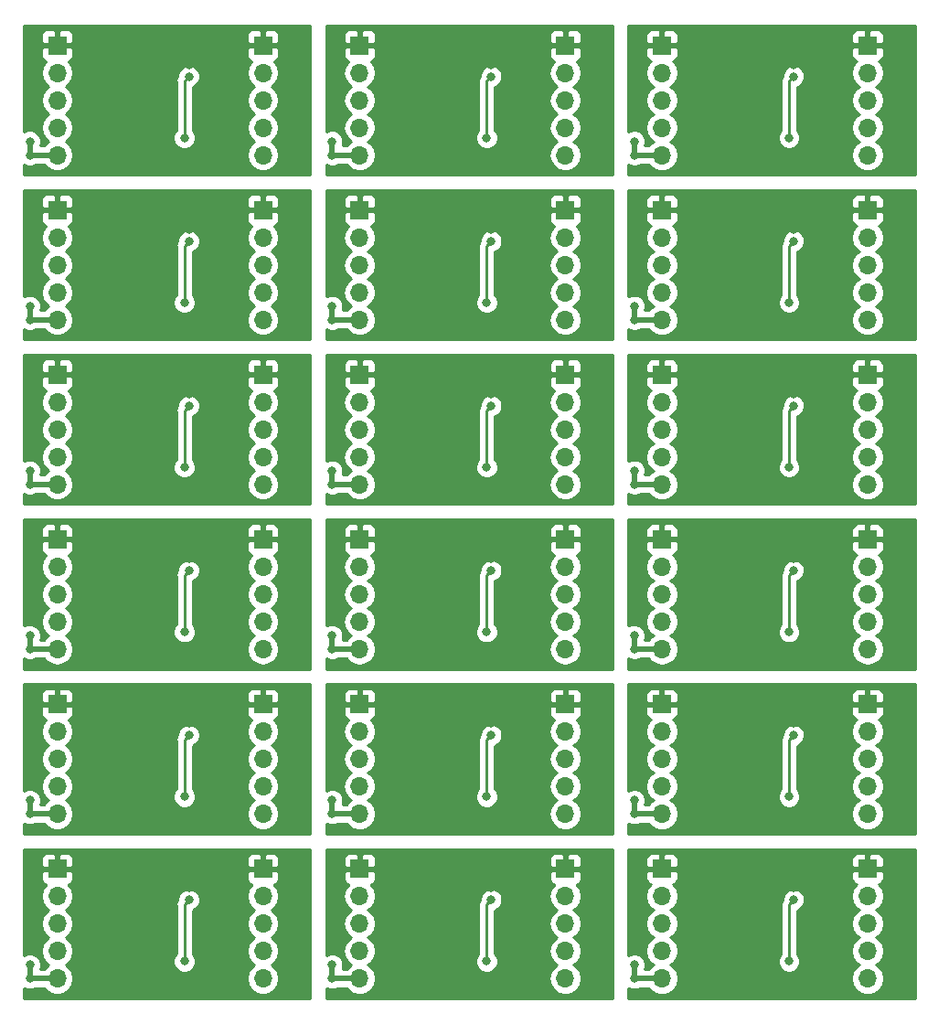
<source format=gbr>
G04 #@! TF.GenerationSoftware,KiCad,Pcbnew,5.0.1*
G04 #@! TF.CreationDate,2019-02-10T16:30:13-05:00*
G04 #@! TF.ProjectId,RevB-Panel,526576422D50616E656C2E6B69636164,rev?*
G04 #@! TF.SameCoordinates,Original*
G04 #@! TF.FileFunction,Copper,L2,Bot,Signal*
G04 #@! TF.FilePolarity,Positive*
%FSLAX46Y46*%
G04 Gerber Fmt 4.6, Leading zero omitted, Abs format (unit mm)*
G04 Created by KiCad (PCBNEW 5.0.1) date Sun 10 Feb 2019 04:30:13 PM EST*
%MOMM*%
%LPD*%
G01*
G04 APERTURE LIST*
G04 #@! TA.AperFunction,ComponentPad*
%ADD10O,1.700000X1.700000*%
G04 #@! TD*
G04 #@! TA.AperFunction,ComponentPad*
%ADD11R,1.700000X1.700000*%
G04 #@! TD*
G04 #@! TA.AperFunction,ViaPad*
%ADD12C,0.800000*%
G04 #@! TD*
G04 #@! TA.AperFunction,Conductor*
%ADD13C,0.500000*%
G04 #@! TD*
G04 #@! TA.AperFunction,Conductor*
%ADD14C,0.250000*%
G04 #@! TD*
G04 #@! TA.AperFunction,Conductor*
%ADD15C,0.254000*%
G04 #@! TD*
G04 #@! TA.AperFunction,NonConductor*
%ADD16C,0.254000*%
G04 #@! TD*
G04 APERTURE END LIST*
D10*
G04 #@! TO.P,J4,5*
G04 #@! TO.N,N/C*
X171930000Y-73940000D03*
G04 #@! TO.P,J4,4*
X171930000Y-71400000D03*
G04 #@! TO.P,J4,3*
X171930000Y-68860000D03*
G04 #@! TO.P,J4,2*
X171930000Y-66320000D03*
D11*
G04 #@! TO.P,J4,1*
X171930000Y-63780000D03*
G04 #@! TD*
D10*
G04 #@! TO.P,J4,5*
G04 #@! TO.N,N/C*
X171930000Y-89190000D03*
G04 #@! TO.P,J4,4*
X171930000Y-86650000D03*
G04 #@! TO.P,J4,3*
X171930000Y-84110000D03*
G04 #@! TO.P,J4,2*
X171930000Y-81570000D03*
D11*
G04 #@! TO.P,J4,1*
X171930000Y-79030000D03*
G04 #@! TD*
D10*
G04 #@! TO.P,J4,5*
G04 #@! TO.N,N/C*
X171930000Y-104440000D03*
G04 #@! TO.P,J4,4*
X171930000Y-101900000D03*
G04 #@! TO.P,J4,3*
X171930000Y-99360000D03*
G04 #@! TO.P,J4,2*
X171930000Y-96820000D03*
D11*
G04 #@! TO.P,J4,1*
X171930000Y-94280000D03*
G04 #@! TD*
D10*
G04 #@! TO.P,J4,5*
G04 #@! TO.N,N/C*
X171930000Y-119690000D03*
G04 #@! TO.P,J4,4*
X171930000Y-117150000D03*
G04 #@! TO.P,J4,3*
X171930000Y-114610000D03*
G04 #@! TO.P,J4,2*
X171930000Y-112070000D03*
D11*
G04 #@! TO.P,J4,1*
X171930000Y-109530000D03*
G04 #@! TD*
D10*
G04 #@! TO.P,J4,5*
G04 #@! TO.N,N/C*
X171930000Y-134940000D03*
G04 #@! TO.P,J4,4*
X171930000Y-132400000D03*
G04 #@! TO.P,J4,3*
X171930000Y-129860000D03*
G04 #@! TO.P,J4,2*
X171930000Y-127320000D03*
D11*
G04 #@! TO.P,J4,1*
X171930000Y-124780000D03*
G04 #@! TD*
D10*
G04 #@! TO.P,J4,5*
G04 #@! TO.N,N/C*
X171930000Y-150190000D03*
G04 #@! TO.P,J4,4*
X171930000Y-147650000D03*
G04 #@! TO.P,J4,3*
X171930000Y-145110000D03*
G04 #@! TO.P,J4,2*
X171930000Y-142570000D03*
D11*
G04 #@! TO.P,J4,1*
X171930000Y-140030000D03*
G04 #@! TD*
D10*
G04 #@! TO.P,J4,5*
G04 #@! TO.N,N/C*
X199930000Y-150190000D03*
G04 #@! TO.P,J4,4*
X199930000Y-147650000D03*
G04 #@! TO.P,J4,3*
X199930000Y-145110000D03*
G04 #@! TO.P,J4,2*
X199930000Y-142570000D03*
D11*
G04 #@! TO.P,J4,1*
X199930000Y-140030000D03*
G04 #@! TD*
D10*
G04 #@! TO.P,J4,5*
G04 #@! TO.N,N/C*
X199930000Y-134940000D03*
G04 #@! TO.P,J4,4*
X199930000Y-132400000D03*
G04 #@! TO.P,J4,3*
X199930000Y-129860000D03*
G04 #@! TO.P,J4,2*
X199930000Y-127320000D03*
D11*
G04 #@! TO.P,J4,1*
X199930000Y-124780000D03*
G04 #@! TD*
D10*
G04 #@! TO.P,J4,5*
G04 #@! TO.N,N/C*
X199930000Y-119690000D03*
G04 #@! TO.P,J4,4*
X199930000Y-117150000D03*
G04 #@! TO.P,J4,3*
X199930000Y-114610000D03*
G04 #@! TO.P,J4,2*
X199930000Y-112070000D03*
D11*
G04 #@! TO.P,J4,1*
X199930000Y-109530000D03*
G04 #@! TD*
D10*
G04 #@! TO.P,J4,5*
G04 #@! TO.N,N/C*
X199930000Y-104440000D03*
G04 #@! TO.P,J4,4*
X199930000Y-101900000D03*
G04 #@! TO.P,J4,3*
X199930000Y-99360000D03*
G04 #@! TO.P,J4,2*
X199930000Y-96820000D03*
D11*
G04 #@! TO.P,J4,1*
X199930000Y-94280000D03*
G04 #@! TD*
D10*
G04 #@! TO.P,J4,5*
G04 #@! TO.N,N/C*
X199930000Y-89190000D03*
G04 #@! TO.P,J4,4*
X199930000Y-86650000D03*
G04 #@! TO.P,J4,3*
X199930000Y-84110000D03*
G04 #@! TO.P,J4,2*
X199930000Y-81570000D03*
D11*
G04 #@! TO.P,J4,1*
X199930000Y-79030000D03*
G04 #@! TD*
D10*
G04 #@! TO.P,J4,5*
G04 #@! TO.N,N/C*
X199930000Y-73940000D03*
G04 #@! TO.P,J4,4*
X199930000Y-71400000D03*
G04 #@! TO.P,J4,3*
X199930000Y-68860000D03*
G04 #@! TO.P,J4,2*
X199930000Y-66320000D03*
D11*
G04 #@! TO.P,J4,1*
X199930000Y-63780000D03*
G04 #@! TD*
D10*
G04 #@! TO.P,J4,5*
G04 #@! TO.N,N/C*
X227930000Y-73940000D03*
G04 #@! TO.P,J4,4*
X227930000Y-71400000D03*
G04 #@! TO.P,J4,3*
X227930000Y-68860000D03*
G04 #@! TO.P,J4,2*
X227930000Y-66320000D03*
D11*
G04 #@! TO.P,J4,1*
X227930000Y-63780000D03*
G04 #@! TD*
D10*
G04 #@! TO.P,J4,5*
G04 #@! TO.N,N/C*
X227930000Y-89190000D03*
G04 #@! TO.P,J4,4*
X227930000Y-86650000D03*
G04 #@! TO.P,J4,3*
X227930000Y-84110000D03*
G04 #@! TO.P,J4,2*
X227930000Y-81570000D03*
D11*
G04 #@! TO.P,J4,1*
X227930000Y-79030000D03*
G04 #@! TD*
D10*
G04 #@! TO.P,J4,5*
G04 #@! TO.N,N/C*
X227930000Y-150190000D03*
G04 #@! TO.P,J4,4*
X227930000Y-147650000D03*
G04 #@! TO.P,J4,3*
X227930000Y-145110000D03*
G04 #@! TO.P,J4,2*
X227930000Y-142570000D03*
D11*
G04 #@! TO.P,J4,1*
X227930000Y-140030000D03*
G04 #@! TD*
D10*
G04 #@! TO.P,J4,5*
G04 #@! TO.N,N/C*
X227930000Y-134940000D03*
G04 #@! TO.P,J4,4*
X227930000Y-132400000D03*
G04 #@! TO.P,J4,3*
X227930000Y-129860000D03*
G04 #@! TO.P,J4,2*
X227930000Y-127320000D03*
D11*
G04 #@! TO.P,J4,1*
X227930000Y-124780000D03*
G04 #@! TD*
D10*
G04 #@! TO.P,J4,5*
G04 #@! TO.N,N/C*
X227930000Y-119690000D03*
G04 #@! TO.P,J4,4*
X227930000Y-117150000D03*
G04 #@! TO.P,J4,3*
X227930000Y-114610000D03*
G04 #@! TO.P,J4,2*
X227930000Y-112070000D03*
D11*
G04 #@! TO.P,J4,1*
X227930000Y-109530000D03*
G04 #@! TD*
D10*
G04 #@! TO.P,J4,5*
G04 #@! TO.N,VDD*
X227930000Y-104440000D03*
G04 #@! TO.P,J4,4*
G04 #@! TO.N,SDA*
X227930000Y-101900000D03*
G04 #@! TO.P,J4,3*
G04 #@! TO.N,SCL*
X227930000Y-99360000D03*
G04 #@! TO.P,J4,2*
G04 #@! TO.N,GPIO_PASSTHRU*
X227930000Y-96820000D03*
D11*
G04 #@! TO.P,J4,1*
G04 #@! TO.N,Earth*
X227930000Y-94280000D03*
G04 #@! TD*
D10*
G04 #@! TO.P,J1,5*
G04 #@! TO.N,N/C*
X152880000Y-73940000D03*
G04 #@! TO.P,J1,4*
X152880000Y-71400000D03*
G04 #@! TO.P,J1,3*
X152880000Y-68860000D03*
G04 #@! TO.P,J1,2*
X152880000Y-66320000D03*
D11*
G04 #@! TO.P,J1,1*
X152880000Y-63780000D03*
G04 #@! TD*
D10*
G04 #@! TO.P,J1,5*
G04 #@! TO.N,N/C*
X152880000Y-89190000D03*
G04 #@! TO.P,J1,4*
X152880000Y-86650000D03*
G04 #@! TO.P,J1,3*
X152880000Y-84110000D03*
G04 #@! TO.P,J1,2*
X152880000Y-81570000D03*
D11*
G04 #@! TO.P,J1,1*
X152880000Y-79030000D03*
G04 #@! TD*
D10*
G04 #@! TO.P,J1,5*
G04 #@! TO.N,N/C*
X152880000Y-104440000D03*
G04 #@! TO.P,J1,4*
X152880000Y-101900000D03*
G04 #@! TO.P,J1,3*
X152880000Y-99360000D03*
G04 #@! TO.P,J1,2*
X152880000Y-96820000D03*
D11*
G04 #@! TO.P,J1,1*
X152880000Y-94280000D03*
G04 #@! TD*
D10*
G04 #@! TO.P,J1,5*
G04 #@! TO.N,N/C*
X152880000Y-119690000D03*
G04 #@! TO.P,J1,4*
X152880000Y-117150000D03*
G04 #@! TO.P,J1,3*
X152880000Y-114610000D03*
G04 #@! TO.P,J1,2*
X152880000Y-112070000D03*
D11*
G04 #@! TO.P,J1,1*
X152880000Y-109530000D03*
G04 #@! TD*
D10*
G04 #@! TO.P,J1,5*
G04 #@! TO.N,N/C*
X152880000Y-134940000D03*
G04 #@! TO.P,J1,4*
X152880000Y-132400000D03*
G04 #@! TO.P,J1,3*
X152880000Y-129860000D03*
G04 #@! TO.P,J1,2*
X152880000Y-127320000D03*
D11*
G04 #@! TO.P,J1,1*
X152880000Y-124780000D03*
G04 #@! TD*
D10*
G04 #@! TO.P,J1,5*
G04 #@! TO.N,N/C*
X152880000Y-150190000D03*
G04 #@! TO.P,J1,4*
X152880000Y-147650000D03*
G04 #@! TO.P,J1,3*
X152880000Y-145110000D03*
G04 #@! TO.P,J1,2*
X152880000Y-142570000D03*
D11*
G04 #@! TO.P,J1,1*
X152880000Y-140030000D03*
G04 #@! TD*
D10*
G04 #@! TO.P,J1,5*
G04 #@! TO.N,N/C*
X180880000Y-150190000D03*
G04 #@! TO.P,J1,4*
X180880000Y-147650000D03*
G04 #@! TO.P,J1,3*
X180880000Y-145110000D03*
G04 #@! TO.P,J1,2*
X180880000Y-142570000D03*
D11*
G04 #@! TO.P,J1,1*
X180880000Y-140030000D03*
G04 #@! TD*
D10*
G04 #@! TO.P,J1,5*
G04 #@! TO.N,N/C*
X180880000Y-134940000D03*
G04 #@! TO.P,J1,4*
X180880000Y-132400000D03*
G04 #@! TO.P,J1,3*
X180880000Y-129860000D03*
G04 #@! TO.P,J1,2*
X180880000Y-127320000D03*
D11*
G04 #@! TO.P,J1,1*
X180880000Y-124780000D03*
G04 #@! TD*
D10*
G04 #@! TO.P,J1,5*
G04 #@! TO.N,N/C*
X180880000Y-119690000D03*
G04 #@! TO.P,J1,4*
X180880000Y-117150000D03*
G04 #@! TO.P,J1,3*
X180880000Y-114610000D03*
G04 #@! TO.P,J1,2*
X180880000Y-112070000D03*
D11*
G04 #@! TO.P,J1,1*
X180880000Y-109530000D03*
G04 #@! TD*
D10*
G04 #@! TO.P,J1,5*
G04 #@! TO.N,N/C*
X180880000Y-104440000D03*
G04 #@! TO.P,J1,4*
X180880000Y-101900000D03*
G04 #@! TO.P,J1,3*
X180880000Y-99360000D03*
G04 #@! TO.P,J1,2*
X180880000Y-96820000D03*
D11*
G04 #@! TO.P,J1,1*
X180880000Y-94280000D03*
G04 #@! TD*
D10*
G04 #@! TO.P,J1,5*
G04 #@! TO.N,N/C*
X180880000Y-89190000D03*
G04 #@! TO.P,J1,4*
X180880000Y-86650000D03*
G04 #@! TO.P,J1,3*
X180880000Y-84110000D03*
G04 #@! TO.P,J1,2*
X180880000Y-81570000D03*
D11*
G04 #@! TO.P,J1,1*
X180880000Y-79030000D03*
G04 #@! TD*
D10*
G04 #@! TO.P,J1,5*
G04 #@! TO.N,N/C*
X180880000Y-73940000D03*
G04 #@! TO.P,J1,4*
X180880000Y-71400000D03*
G04 #@! TO.P,J1,3*
X180880000Y-68860000D03*
G04 #@! TO.P,J1,2*
X180880000Y-66320000D03*
D11*
G04 #@! TO.P,J1,1*
X180880000Y-63780000D03*
G04 #@! TD*
D10*
G04 #@! TO.P,J1,5*
G04 #@! TO.N,N/C*
X208880000Y-73940000D03*
G04 #@! TO.P,J1,4*
X208880000Y-71400000D03*
G04 #@! TO.P,J1,3*
X208880000Y-68860000D03*
G04 #@! TO.P,J1,2*
X208880000Y-66320000D03*
D11*
G04 #@! TO.P,J1,1*
X208880000Y-63780000D03*
G04 #@! TD*
D10*
G04 #@! TO.P,J1,5*
G04 #@! TO.N,N/C*
X208880000Y-89190000D03*
G04 #@! TO.P,J1,4*
X208880000Y-86650000D03*
G04 #@! TO.P,J1,3*
X208880000Y-84110000D03*
G04 #@! TO.P,J1,2*
X208880000Y-81570000D03*
D11*
G04 #@! TO.P,J1,1*
X208880000Y-79030000D03*
G04 #@! TD*
D10*
G04 #@! TO.P,J1,5*
G04 #@! TO.N,N/C*
X208880000Y-150190000D03*
G04 #@! TO.P,J1,4*
X208880000Y-147650000D03*
G04 #@! TO.P,J1,3*
X208880000Y-145110000D03*
G04 #@! TO.P,J1,2*
X208880000Y-142570000D03*
D11*
G04 #@! TO.P,J1,1*
X208880000Y-140030000D03*
G04 #@! TD*
D10*
G04 #@! TO.P,J1,5*
G04 #@! TO.N,N/C*
X208880000Y-134940000D03*
G04 #@! TO.P,J1,4*
X208880000Y-132400000D03*
G04 #@! TO.P,J1,3*
X208880000Y-129860000D03*
G04 #@! TO.P,J1,2*
X208880000Y-127320000D03*
D11*
G04 #@! TO.P,J1,1*
X208880000Y-124780000D03*
G04 #@! TD*
D10*
G04 #@! TO.P,J1,5*
G04 #@! TO.N,N/C*
X208880000Y-119690000D03*
G04 #@! TO.P,J1,4*
X208880000Y-117150000D03*
G04 #@! TO.P,J1,3*
X208880000Y-114610000D03*
G04 #@! TO.P,J1,2*
X208880000Y-112070000D03*
D11*
G04 #@! TO.P,J1,1*
X208880000Y-109530000D03*
G04 #@! TD*
D10*
G04 #@! TO.P,J1,5*
G04 #@! TO.N,VDD*
X208880000Y-104440000D03*
G04 #@! TO.P,J1,4*
G04 #@! TO.N,SDA*
X208880000Y-101900000D03*
G04 #@! TO.P,J1,3*
G04 #@! TO.N,SCL*
X208880000Y-99360000D03*
G04 #@! TO.P,J1,2*
G04 #@! TO.N,GPIO*
X208880000Y-96820000D03*
D11*
G04 #@! TO.P,J1,1*
G04 #@! TO.N,Earth*
X208880000Y-94280000D03*
G04 #@! TD*
D12*
G04 #@! TO.N,*
X206340000Y-119690000D03*
X206340000Y-118420000D03*
X211166000Y-109784000D03*
X221072000Y-111308000D03*
X221072000Y-112400200D03*
X220652900Y-118102500D03*
X206340000Y-134940000D03*
X206340000Y-133670000D03*
X211166000Y-125034000D03*
X221072000Y-126558000D03*
X221072000Y-127650200D03*
X220652900Y-133352500D03*
X206340000Y-150190000D03*
X206340000Y-148920000D03*
X211166000Y-140284000D03*
X221072000Y-141808000D03*
X221072000Y-142900200D03*
X220652900Y-148602500D03*
X206340000Y-89190000D03*
X206340000Y-87920000D03*
X211166000Y-79284000D03*
X221072000Y-80808000D03*
X221072000Y-81900200D03*
X220652900Y-87602500D03*
X206340000Y-73940000D03*
X206340000Y-72670000D03*
X211166000Y-64034000D03*
X221072000Y-65558000D03*
X221072000Y-66650200D03*
X220652900Y-72352500D03*
X178340000Y-73940000D03*
X178340000Y-72670000D03*
X183166000Y-64034000D03*
X193072000Y-65558000D03*
X193072000Y-66650200D03*
X192652900Y-72352500D03*
X178340000Y-89190000D03*
X178340000Y-87920000D03*
X183166000Y-79284000D03*
X193072000Y-80808000D03*
X193072000Y-81900200D03*
X192652900Y-87602500D03*
X178340000Y-104440000D03*
X178340000Y-103170000D03*
X183166000Y-94534000D03*
X193072000Y-96058000D03*
X193072000Y-97150200D03*
X192652900Y-102852500D03*
X178340000Y-119690000D03*
X178340000Y-118420000D03*
X183166000Y-109784000D03*
X193072000Y-111308000D03*
X193072000Y-112400200D03*
X192652900Y-118102500D03*
X178340000Y-134940000D03*
X178340000Y-133670000D03*
X183166000Y-125034000D03*
X193072000Y-126558000D03*
X193072000Y-127650200D03*
X192652900Y-133352500D03*
X178340000Y-150190000D03*
X178340000Y-148920000D03*
X183166000Y-140284000D03*
X193072000Y-141808000D03*
X193072000Y-142900200D03*
X192652900Y-148602500D03*
X150340000Y-150190000D03*
X150340000Y-148920000D03*
X155166000Y-140284000D03*
X165072000Y-141808000D03*
X165072000Y-142900200D03*
X164652900Y-148602500D03*
X150340000Y-134940000D03*
X150340000Y-133670000D03*
X155166000Y-125034000D03*
X165072000Y-126558000D03*
X165072000Y-127650200D03*
X164652900Y-133352500D03*
X150340000Y-119690000D03*
X150340000Y-118420000D03*
X155166000Y-109784000D03*
X165072000Y-111308000D03*
X165072000Y-112400200D03*
X164652900Y-118102500D03*
X150340000Y-104440000D03*
X150340000Y-103170000D03*
X155166000Y-94534000D03*
X165072000Y-96058000D03*
X165072000Y-97150200D03*
X164652900Y-102852500D03*
X150340000Y-89190000D03*
X150340000Y-87920000D03*
X155166000Y-79284000D03*
X165072000Y-80808000D03*
X165072000Y-81900200D03*
X164652900Y-87602500D03*
X150340000Y-73940000D03*
X150340000Y-72670000D03*
X155166000Y-64034000D03*
X165072000Y-65558000D03*
X165072000Y-66650200D03*
X164652900Y-72352500D03*
G04 #@! TO.N,VDD*
X206340000Y-104440000D03*
X206340000Y-103170000D03*
G04 #@! TO.N,Earth*
X221072000Y-96058000D03*
X211166000Y-94534000D03*
G04 #@! TO.N,Net-(JP1-Pad2)*
X220652900Y-102852500D03*
X221072000Y-97150200D03*
G04 #@! TD*
D13*
G04 #@! TO.N,*
X206340000Y-119690000D02*
X206340000Y-118420000D01*
X208880000Y-119690000D02*
X206340000Y-119690000D01*
D14*
X220652900Y-112819300D02*
X221072000Y-112400200D01*
X220652900Y-118102500D02*
X220652900Y-112819300D01*
D13*
X206340000Y-134940000D02*
X206340000Y-133670000D01*
X208880000Y-134940000D02*
X206340000Y-134940000D01*
D14*
X220652900Y-128069300D02*
X221072000Y-127650200D01*
X220652900Y-133352500D02*
X220652900Y-128069300D01*
D13*
X206340000Y-150190000D02*
X206340000Y-148920000D01*
X208880000Y-150190000D02*
X206340000Y-150190000D01*
D14*
X220652900Y-143319300D02*
X221072000Y-142900200D01*
X220652900Y-148602500D02*
X220652900Y-143319300D01*
D13*
X206340000Y-89190000D02*
X206340000Y-87920000D01*
X208880000Y-89190000D02*
X206340000Y-89190000D01*
D14*
X220652900Y-82319300D02*
X221072000Y-81900200D01*
X220652900Y-87602500D02*
X220652900Y-82319300D01*
D13*
X206340000Y-73940000D02*
X206340000Y-72670000D01*
X208880000Y-73940000D02*
X206340000Y-73940000D01*
D14*
X220652900Y-67069300D02*
X221072000Y-66650200D01*
X220652900Y-72352500D02*
X220652900Y-67069300D01*
D13*
X178340000Y-73940000D02*
X178340000Y-72670000D01*
X180880000Y-73940000D02*
X178340000Y-73940000D01*
D14*
X192652900Y-67069300D02*
X193072000Y-66650200D01*
X192652900Y-72352500D02*
X192652900Y-67069300D01*
D13*
X178340000Y-89190000D02*
X178340000Y-87920000D01*
X180880000Y-89190000D02*
X178340000Y-89190000D01*
D14*
X192652900Y-82319300D02*
X193072000Y-81900200D01*
X192652900Y-87602500D02*
X192652900Y-82319300D01*
D13*
X178340000Y-104440000D02*
X178340000Y-103170000D01*
X180880000Y-104440000D02*
X178340000Y-104440000D01*
D14*
X192652900Y-97569300D02*
X193072000Y-97150200D01*
X192652900Y-102852500D02*
X192652900Y-97569300D01*
D13*
X178340000Y-119690000D02*
X178340000Y-118420000D01*
X180880000Y-119690000D02*
X178340000Y-119690000D01*
D14*
X192652900Y-112819300D02*
X193072000Y-112400200D01*
X192652900Y-118102500D02*
X192652900Y-112819300D01*
D13*
X178340000Y-134940000D02*
X178340000Y-133670000D01*
X180880000Y-134940000D02*
X178340000Y-134940000D01*
D14*
X192652900Y-128069300D02*
X193072000Y-127650200D01*
X192652900Y-133352500D02*
X192652900Y-128069300D01*
D13*
X178340000Y-150190000D02*
X178340000Y-148920000D01*
X180880000Y-150190000D02*
X178340000Y-150190000D01*
D14*
X192652900Y-143319300D02*
X193072000Y-142900200D01*
X192652900Y-148602500D02*
X192652900Y-143319300D01*
D13*
X150340000Y-150190000D02*
X150340000Y-148920000D01*
X152880000Y-150190000D02*
X150340000Y-150190000D01*
D14*
X164652900Y-143319300D02*
X165072000Y-142900200D01*
X164652900Y-148602500D02*
X164652900Y-143319300D01*
D13*
X150340000Y-134940000D02*
X150340000Y-133670000D01*
X152880000Y-134940000D02*
X150340000Y-134940000D01*
D14*
X164652900Y-128069300D02*
X165072000Y-127650200D01*
X164652900Y-133352500D02*
X164652900Y-128069300D01*
D13*
X150340000Y-119690000D02*
X150340000Y-118420000D01*
X152880000Y-119690000D02*
X150340000Y-119690000D01*
D14*
X164652900Y-112819300D02*
X165072000Y-112400200D01*
X164652900Y-118102500D02*
X164652900Y-112819300D01*
D13*
X150340000Y-104440000D02*
X150340000Y-103170000D01*
X152880000Y-104440000D02*
X150340000Y-104440000D01*
D14*
X164652900Y-97569300D02*
X165072000Y-97150200D01*
X164652900Y-102852500D02*
X164652900Y-97569300D01*
D13*
X150340000Y-89190000D02*
X150340000Y-87920000D01*
X152880000Y-89190000D02*
X150340000Y-89190000D01*
D14*
X164652900Y-82319300D02*
X165072000Y-81900200D01*
X164652900Y-87602500D02*
X164652900Y-82319300D01*
D13*
X150340000Y-73940000D02*
X150340000Y-72670000D01*
X152880000Y-73940000D02*
X150340000Y-73940000D01*
D14*
X164652900Y-67069300D02*
X165072000Y-66650200D01*
X164652900Y-72352500D02*
X164652900Y-67069300D01*
D13*
G04 #@! TO.N,VDD*
X208880000Y-104440000D02*
X206340000Y-104440000D01*
X206340000Y-104440000D02*
X206340000Y-103170000D01*
D14*
G04 #@! TO.N,Net-(JP1-Pad2)*
X220652900Y-102852500D02*
X220652900Y-97569300D01*
X220652900Y-97569300D02*
X221072000Y-97150200D01*
G04 #@! TD*
D15*
G04 #@! TO.N,Earth*
G36*
X232300001Y-106270000D02*
X205780000Y-106270000D01*
X205780000Y-105328317D01*
X206134126Y-105475000D01*
X206545874Y-105475000D01*
X206908007Y-105325000D01*
X207685344Y-105325000D01*
X207809375Y-105510625D01*
X208300582Y-105838839D01*
X208733744Y-105925000D01*
X209026256Y-105925000D01*
X209459418Y-105838839D01*
X209950625Y-105510625D01*
X210278839Y-105019418D01*
X210394092Y-104440000D01*
X210278839Y-103860582D01*
X209950625Y-103369375D01*
X209652239Y-103170000D01*
X209950625Y-102970625D01*
X210167114Y-102646626D01*
X219617900Y-102646626D01*
X219617900Y-103058374D01*
X219775469Y-103438780D01*
X220066620Y-103729931D01*
X220447026Y-103887500D01*
X220858774Y-103887500D01*
X221239180Y-103729931D01*
X221530331Y-103438780D01*
X221687900Y-103058374D01*
X221687900Y-102646626D01*
X221530331Y-102266220D01*
X221412900Y-102148789D01*
X221412900Y-98129271D01*
X221658280Y-98027631D01*
X221949431Y-97736480D01*
X222107000Y-97356074D01*
X222107000Y-96944326D01*
X222055503Y-96820000D01*
X226415908Y-96820000D01*
X226531161Y-97399418D01*
X226859375Y-97890625D01*
X227157761Y-98090000D01*
X226859375Y-98289375D01*
X226531161Y-98780582D01*
X226415908Y-99360000D01*
X226531161Y-99939418D01*
X226859375Y-100430625D01*
X227157761Y-100630000D01*
X226859375Y-100829375D01*
X226531161Y-101320582D01*
X226415908Y-101900000D01*
X226531161Y-102479418D01*
X226859375Y-102970625D01*
X227157761Y-103170000D01*
X226859375Y-103369375D01*
X226531161Y-103860582D01*
X226415908Y-104440000D01*
X226531161Y-105019418D01*
X226859375Y-105510625D01*
X227350582Y-105838839D01*
X227783744Y-105925000D01*
X228076256Y-105925000D01*
X228509418Y-105838839D01*
X229000625Y-105510625D01*
X229328839Y-105019418D01*
X229444092Y-104440000D01*
X229328839Y-103860582D01*
X229000625Y-103369375D01*
X228702239Y-103170000D01*
X229000625Y-102970625D01*
X229328839Y-102479418D01*
X229444092Y-101900000D01*
X229328839Y-101320582D01*
X229000625Y-100829375D01*
X228702239Y-100630000D01*
X229000625Y-100430625D01*
X229328839Y-99939418D01*
X229444092Y-99360000D01*
X229328839Y-98780582D01*
X229000625Y-98289375D01*
X228702239Y-98090000D01*
X229000625Y-97890625D01*
X229328839Y-97399418D01*
X229444092Y-96820000D01*
X229328839Y-96240582D01*
X229000625Y-95749375D01*
X228978967Y-95734904D01*
X229139698Y-95668327D01*
X229318327Y-95489699D01*
X229415000Y-95256310D01*
X229415000Y-94565750D01*
X229256250Y-94407000D01*
X228057000Y-94407000D01*
X228057000Y-94427000D01*
X227803000Y-94427000D01*
X227803000Y-94407000D01*
X226603750Y-94407000D01*
X226445000Y-94565750D01*
X226445000Y-95256310D01*
X226541673Y-95489699D01*
X226720302Y-95668327D01*
X226881033Y-95734904D01*
X226859375Y-95749375D01*
X226531161Y-96240582D01*
X226415908Y-96820000D01*
X222055503Y-96820000D01*
X221949431Y-96563920D01*
X221658280Y-96272769D01*
X221277874Y-96115200D01*
X220866126Y-96115200D01*
X220485720Y-96272769D01*
X220194569Y-96563920D01*
X220037000Y-96944326D01*
X220037000Y-97123098D01*
X219936997Y-97272763D01*
X219878012Y-97569300D01*
X219892901Y-97644152D01*
X219892900Y-102148789D01*
X219775469Y-102266220D01*
X219617900Y-102646626D01*
X210167114Y-102646626D01*
X210278839Y-102479418D01*
X210394092Y-101900000D01*
X210278839Y-101320582D01*
X209950625Y-100829375D01*
X209652239Y-100630000D01*
X209950625Y-100430625D01*
X210278839Y-99939418D01*
X210394092Y-99360000D01*
X210278839Y-98780582D01*
X209950625Y-98289375D01*
X209652239Y-98090000D01*
X209950625Y-97890625D01*
X210278839Y-97399418D01*
X210394092Y-96820000D01*
X210278839Y-96240582D01*
X209950625Y-95749375D01*
X209928967Y-95734904D01*
X210089698Y-95668327D01*
X210268327Y-95489699D01*
X210365000Y-95256310D01*
X210365000Y-94565750D01*
X210206250Y-94407000D01*
X209007000Y-94407000D01*
X209007000Y-94427000D01*
X208753000Y-94427000D01*
X208753000Y-94407000D01*
X207553750Y-94407000D01*
X207395000Y-94565750D01*
X207395000Y-95256310D01*
X207491673Y-95489699D01*
X207670302Y-95668327D01*
X207831033Y-95734904D01*
X207809375Y-95749375D01*
X207481161Y-96240582D01*
X207365908Y-96820000D01*
X207481161Y-97399418D01*
X207809375Y-97890625D01*
X208107761Y-98090000D01*
X207809375Y-98289375D01*
X207481161Y-98780582D01*
X207365908Y-99360000D01*
X207481161Y-99939418D01*
X207809375Y-100430625D01*
X208107761Y-100630000D01*
X207809375Y-100829375D01*
X207481161Y-101320582D01*
X207365908Y-101900000D01*
X207481161Y-102479418D01*
X207809375Y-102970625D01*
X208107761Y-103170000D01*
X207809375Y-103369375D01*
X207685344Y-103555000D01*
X207300804Y-103555000D01*
X207375000Y-103375874D01*
X207375000Y-102964126D01*
X207217431Y-102583720D01*
X206926280Y-102292569D01*
X206545874Y-102135000D01*
X206134126Y-102135000D01*
X205780000Y-102281683D01*
X205780000Y-93303690D01*
X207395000Y-93303690D01*
X207395000Y-93994250D01*
X207553750Y-94153000D01*
X208753000Y-94153000D01*
X208753000Y-92953750D01*
X209007000Y-92953750D01*
X209007000Y-94153000D01*
X210206250Y-94153000D01*
X210365000Y-93994250D01*
X210365000Y-93303690D01*
X226445000Y-93303690D01*
X226445000Y-93994250D01*
X226603750Y-94153000D01*
X227803000Y-94153000D01*
X227803000Y-92953750D01*
X228057000Y-92953750D01*
X228057000Y-94153000D01*
X229256250Y-94153000D01*
X229415000Y-93994250D01*
X229415000Y-93303690D01*
X229318327Y-93070301D01*
X229139698Y-92891673D01*
X228906309Y-92795000D01*
X228215750Y-92795000D01*
X228057000Y-92953750D01*
X227803000Y-92953750D01*
X227644250Y-92795000D01*
X226953691Y-92795000D01*
X226720302Y-92891673D01*
X226541673Y-93070301D01*
X226445000Y-93303690D01*
X210365000Y-93303690D01*
X210268327Y-93070301D01*
X210089698Y-92891673D01*
X209856309Y-92795000D01*
X209165750Y-92795000D01*
X209007000Y-92953750D01*
X208753000Y-92953750D01*
X208594250Y-92795000D01*
X207903691Y-92795000D01*
X207670302Y-92891673D01*
X207491673Y-93070301D01*
X207395000Y-93303690D01*
X205780000Y-93303690D01*
X205780000Y-92450000D01*
X232300000Y-92450000D01*
X232300001Y-106270000D01*
X232300001Y-106270000D01*
G37*
X232300001Y-106270000D02*
X205780000Y-106270000D01*
X205780000Y-105328317D01*
X206134126Y-105475000D01*
X206545874Y-105475000D01*
X206908007Y-105325000D01*
X207685344Y-105325000D01*
X207809375Y-105510625D01*
X208300582Y-105838839D01*
X208733744Y-105925000D01*
X209026256Y-105925000D01*
X209459418Y-105838839D01*
X209950625Y-105510625D01*
X210278839Y-105019418D01*
X210394092Y-104440000D01*
X210278839Y-103860582D01*
X209950625Y-103369375D01*
X209652239Y-103170000D01*
X209950625Y-102970625D01*
X210167114Y-102646626D01*
X219617900Y-102646626D01*
X219617900Y-103058374D01*
X219775469Y-103438780D01*
X220066620Y-103729931D01*
X220447026Y-103887500D01*
X220858774Y-103887500D01*
X221239180Y-103729931D01*
X221530331Y-103438780D01*
X221687900Y-103058374D01*
X221687900Y-102646626D01*
X221530331Y-102266220D01*
X221412900Y-102148789D01*
X221412900Y-98129271D01*
X221658280Y-98027631D01*
X221949431Y-97736480D01*
X222107000Y-97356074D01*
X222107000Y-96944326D01*
X222055503Y-96820000D01*
X226415908Y-96820000D01*
X226531161Y-97399418D01*
X226859375Y-97890625D01*
X227157761Y-98090000D01*
X226859375Y-98289375D01*
X226531161Y-98780582D01*
X226415908Y-99360000D01*
X226531161Y-99939418D01*
X226859375Y-100430625D01*
X227157761Y-100630000D01*
X226859375Y-100829375D01*
X226531161Y-101320582D01*
X226415908Y-101900000D01*
X226531161Y-102479418D01*
X226859375Y-102970625D01*
X227157761Y-103170000D01*
X226859375Y-103369375D01*
X226531161Y-103860582D01*
X226415908Y-104440000D01*
X226531161Y-105019418D01*
X226859375Y-105510625D01*
X227350582Y-105838839D01*
X227783744Y-105925000D01*
X228076256Y-105925000D01*
X228509418Y-105838839D01*
X229000625Y-105510625D01*
X229328839Y-105019418D01*
X229444092Y-104440000D01*
X229328839Y-103860582D01*
X229000625Y-103369375D01*
X228702239Y-103170000D01*
X229000625Y-102970625D01*
X229328839Y-102479418D01*
X229444092Y-101900000D01*
X229328839Y-101320582D01*
X229000625Y-100829375D01*
X228702239Y-100630000D01*
X229000625Y-100430625D01*
X229328839Y-99939418D01*
X229444092Y-99360000D01*
X229328839Y-98780582D01*
X229000625Y-98289375D01*
X228702239Y-98090000D01*
X229000625Y-97890625D01*
X229328839Y-97399418D01*
X229444092Y-96820000D01*
X229328839Y-96240582D01*
X229000625Y-95749375D01*
X228978967Y-95734904D01*
X229139698Y-95668327D01*
X229318327Y-95489699D01*
X229415000Y-95256310D01*
X229415000Y-94565750D01*
X229256250Y-94407000D01*
X228057000Y-94407000D01*
X228057000Y-94427000D01*
X227803000Y-94427000D01*
X227803000Y-94407000D01*
X226603750Y-94407000D01*
X226445000Y-94565750D01*
X226445000Y-95256310D01*
X226541673Y-95489699D01*
X226720302Y-95668327D01*
X226881033Y-95734904D01*
X226859375Y-95749375D01*
X226531161Y-96240582D01*
X226415908Y-96820000D01*
X222055503Y-96820000D01*
X221949431Y-96563920D01*
X221658280Y-96272769D01*
X221277874Y-96115200D01*
X220866126Y-96115200D01*
X220485720Y-96272769D01*
X220194569Y-96563920D01*
X220037000Y-96944326D01*
X220037000Y-97123098D01*
X219936997Y-97272763D01*
X219878012Y-97569300D01*
X219892901Y-97644152D01*
X219892900Y-102148789D01*
X219775469Y-102266220D01*
X219617900Y-102646626D01*
X210167114Y-102646626D01*
X210278839Y-102479418D01*
X210394092Y-101900000D01*
X210278839Y-101320582D01*
X209950625Y-100829375D01*
X209652239Y-100630000D01*
X209950625Y-100430625D01*
X210278839Y-99939418D01*
X210394092Y-99360000D01*
X210278839Y-98780582D01*
X209950625Y-98289375D01*
X209652239Y-98090000D01*
X209950625Y-97890625D01*
X210278839Y-97399418D01*
X210394092Y-96820000D01*
X210278839Y-96240582D01*
X209950625Y-95749375D01*
X209928967Y-95734904D01*
X210089698Y-95668327D01*
X210268327Y-95489699D01*
X210365000Y-95256310D01*
X210365000Y-94565750D01*
X210206250Y-94407000D01*
X209007000Y-94407000D01*
X209007000Y-94427000D01*
X208753000Y-94427000D01*
X208753000Y-94407000D01*
X207553750Y-94407000D01*
X207395000Y-94565750D01*
X207395000Y-95256310D01*
X207491673Y-95489699D01*
X207670302Y-95668327D01*
X207831033Y-95734904D01*
X207809375Y-95749375D01*
X207481161Y-96240582D01*
X207365908Y-96820000D01*
X207481161Y-97399418D01*
X207809375Y-97890625D01*
X208107761Y-98090000D01*
X207809375Y-98289375D01*
X207481161Y-98780582D01*
X207365908Y-99360000D01*
X207481161Y-99939418D01*
X207809375Y-100430625D01*
X208107761Y-100630000D01*
X207809375Y-100829375D01*
X207481161Y-101320582D01*
X207365908Y-101900000D01*
X207481161Y-102479418D01*
X207809375Y-102970625D01*
X208107761Y-103170000D01*
X207809375Y-103369375D01*
X207685344Y-103555000D01*
X207300804Y-103555000D01*
X207375000Y-103375874D01*
X207375000Y-102964126D01*
X207217431Y-102583720D01*
X206926280Y-102292569D01*
X206545874Y-102135000D01*
X206134126Y-102135000D01*
X205780000Y-102281683D01*
X205780000Y-93303690D01*
X207395000Y-93303690D01*
X207395000Y-93994250D01*
X207553750Y-94153000D01*
X208753000Y-94153000D01*
X208753000Y-92953750D01*
X209007000Y-92953750D01*
X209007000Y-94153000D01*
X210206250Y-94153000D01*
X210365000Y-93994250D01*
X210365000Y-93303690D01*
X226445000Y-93303690D01*
X226445000Y-93994250D01*
X226603750Y-94153000D01*
X227803000Y-94153000D01*
X227803000Y-92953750D01*
X228057000Y-92953750D01*
X228057000Y-94153000D01*
X229256250Y-94153000D01*
X229415000Y-93994250D01*
X229415000Y-93303690D01*
X229318327Y-93070301D01*
X229139698Y-92891673D01*
X228906309Y-92795000D01*
X228215750Y-92795000D01*
X228057000Y-92953750D01*
X227803000Y-92953750D01*
X227644250Y-92795000D01*
X226953691Y-92795000D01*
X226720302Y-92891673D01*
X226541673Y-93070301D01*
X226445000Y-93303690D01*
X210365000Y-93303690D01*
X210268327Y-93070301D01*
X210089698Y-92891673D01*
X209856309Y-92795000D01*
X209165750Y-92795000D01*
X209007000Y-92953750D01*
X208753000Y-92953750D01*
X208594250Y-92795000D01*
X207903691Y-92795000D01*
X207670302Y-92891673D01*
X207491673Y-93070301D01*
X207395000Y-93303690D01*
X205780000Y-93303690D01*
X205780000Y-92450000D01*
X232300000Y-92450000D01*
X232300001Y-106270000D01*
D16*
G36*
X232300001Y-121520000D02*
X205780000Y-121520000D01*
X205780000Y-120578317D01*
X206134126Y-120725000D01*
X206545874Y-120725000D01*
X206908007Y-120575000D01*
X207685344Y-120575000D01*
X207809375Y-120760625D01*
X208300582Y-121088839D01*
X208733744Y-121175000D01*
X209026256Y-121175000D01*
X209459418Y-121088839D01*
X209950625Y-120760625D01*
X210278839Y-120269418D01*
X210394092Y-119690000D01*
X210278839Y-119110582D01*
X209950625Y-118619375D01*
X209652239Y-118420000D01*
X209950625Y-118220625D01*
X210167114Y-117896626D01*
X219617900Y-117896626D01*
X219617900Y-118308374D01*
X219775469Y-118688780D01*
X220066620Y-118979931D01*
X220447026Y-119137500D01*
X220858774Y-119137500D01*
X221239180Y-118979931D01*
X221530331Y-118688780D01*
X221687900Y-118308374D01*
X221687900Y-117896626D01*
X221530331Y-117516220D01*
X221412900Y-117398789D01*
X221412900Y-113379271D01*
X221658280Y-113277631D01*
X221949431Y-112986480D01*
X222107000Y-112606074D01*
X222107000Y-112194326D01*
X222055503Y-112070000D01*
X226415908Y-112070000D01*
X226531161Y-112649418D01*
X226859375Y-113140625D01*
X227157761Y-113340000D01*
X226859375Y-113539375D01*
X226531161Y-114030582D01*
X226415908Y-114610000D01*
X226531161Y-115189418D01*
X226859375Y-115680625D01*
X227157761Y-115880000D01*
X226859375Y-116079375D01*
X226531161Y-116570582D01*
X226415908Y-117150000D01*
X226531161Y-117729418D01*
X226859375Y-118220625D01*
X227157761Y-118420000D01*
X226859375Y-118619375D01*
X226531161Y-119110582D01*
X226415908Y-119690000D01*
X226531161Y-120269418D01*
X226859375Y-120760625D01*
X227350582Y-121088839D01*
X227783744Y-121175000D01*
X228076256Y-121175000D01*
X228509418Y-121088839D01*
X229000625Y-120760625D01*
X229328839Y-120269418D01*
X229444092Y-119690000D01*
X229328839Y-119110582D01*
X229000625Y-118619375D01*
X228702239Y-118420000D01*
X229000625Y-118220625D01*
X229328839Y-117729418D01*
X229444092Y-117150000D01*
X229328839Y-116570582D01*
X229000625Y-116079375D01*
X228702239Y-115880000D01*
X229000625Y-115680625D01*
X229328839Y-115189418D01*
X229444092Y-114610000D01*
X229328839Y-114030582D01*
X229000625Y-113539375D01*
X228702239Y-113340000D01*
X229000625Y-113140625D01*
X229328839Y-112649418D01*
X229444092Y-112070000D01*
X229328839Y-111490582D01*
X229000625Y-110999375D01*
X228978967Y-110984904D01*
X229139698Y-110918327D01*
X229318327Y-110739699D01*
X229415000Y-110506310D01*
X229415000Y-109815750D01*
X229256250Y-109657000D01*
X228057000Y-109657000D01*
X228057000Y-109677000D01*
X227803000Y-109677000D01*
X227803000Y-109657000D01*
X226603750Y-109657000D01*
X226445000Y-109815750D01*
X226445000Y-110506310D01*
X226541673Y-110739699D01*
X226720302Y-110918327D01*
X226881033Y-110984904D01*
X226859375Y-110999375D01*
X226531161Y-111490582D01*
X226415908Y-112070000D01*
X222055503Y-112070000D01*
X221949431Y-111813920D01*
X221658280Y-111522769D01*
X221277874Y-111365200D01*
X220866126Y-111365200D01*
X220485720Y-111522769D01*
X220194569Y-111813920D01*
X220037000Y-112194326D01*
X220037000Y-112373098D01*
X219936997Y-112522763D01*
X219878012Y-112819300D01*
X219892901Y-112894152D01*
X219892900Y-117398789D01*
X219775469Y-117516220D01*
X219617900Y-117896626D01*
X210167114Y-117896626D01*
X210278839Y-117729418D01*
X210394092Y-117150000D01*
X210278839Y-116570582D01*
X209950625Y-116079375D01*
X209652239Y-115880000D01*
X209950625Y-115680625D01*
X210278839Y-115189418D01*
X210394092Y-114610000D01*
X210278839Y-114030582D01*
X209950625Y-113539375D01*
X209652239Y-113340000D01*
X209950625Y-113140625D01*
X210278839Y-112649418D01*
X210394092Y-112070000D01*
X210278839Y-111490582D01*
X209950625Y-110999375D01*
X209928967Y-110984904D01*
X210089698Y-110918327D01*
X210268327Y-110739699D01*
X210365000Y-110506310D01*
X210365000Y-109815750D01*
X210206250Y-109657000D01*
X209007000Y-109657000D01*
X209007000Y-109677000D01*
X208753000Y-109677000D01*
X208753000Y-109657000D01*
X207553750Y-109657000D01*
X207395000Y-109815750D01*
X207395000Y-110506310D01*
X207491673Y-110739699D01*
X207670302Y-110918327D01*
X207831033Y-110984904D01*
X207809375Y-110999375D01*
X207481161Y-111490582D01*
X207365908Y-112070000D01*
X207481161Y-112649418D01*
X207809375Y-113140625D01*
X208107761Y-113340000D01*
X207809375Y-113539375D01*
X207481161Y-114030582D01*
X207365908Y-114610000D01*
X207481161Y-115189418D01*
X207809375Y-115680625D01*
X208107761Y-115880000D01*
X207809375Y-116079375D01*
X207481161Y-116570582D01*
X207365908Y-117150000D01*
X207481161Y-117729418D01*
X207809375Y-118220625D01*
X208107761Y-118420000D01*
X207809375Y-118619375D01*
X207685344Y-118805000D01*
X207300804Y-118805000D01*
X207375000Y-118625874D01*
X207375000Y-118214126D01*
X207217431Y-117833720D01*
X206926280Y-117542569D01*
X206545874Y-117385000D01*
X206134126Y-117385000D01*
X205780000Y-117531683D01*
X205780000Y-108553690D01*
X207395000Y-108553690D01*
X207395000Y-109244250D01*
X207553750Y-109403000D01*
X208753000Y-109403000D01*
X208753000Y-108203750D01*
X209007000Y-108203750D01*
X209007000Y-109403000D01*
X210206250Y-109403000D01*
X210365000Y-109244250D01*
X210365000Y-108553690D01*
X226445000Y-108553690D01*
X226445000Y-109244250D01*
X226603750Y-109403000D01*
X227803000Y-109403000D01*
X227803000Y-108203750D01*
X228057000Y-108203750D01*
X228057000Y-109403000D01*
X229256250Y-109403000D01*
X229415000Y-109244250D01*
X229415000Y-108553690D01*
X229318327Y-108320301D01*
X229139698Y-108141673D01*
X228906309Y-108045000D01*
X228215750Y-108045000D01*
X228057000Y-108203750D01*
X227803000Y-108203750D01*
X227644250Y-108045000D01*
X226953691Y-108045000D01*
X226720302Y-108141673D01*
X226541673Y-108320301D01*
X226445000Y-108553690D01*
X210365000Y-108553690D01*
X210268327Y-108320301D01*
X210089698Y-108141673D01*
X209856309Y-108045000D01*
X209165750Y-108045000D01*
X209007000Y-108203750D01*
X208753000Y-108203750D01*
X208594250Y-108045000D01*
X207903691Y-108045000D01*
X207670302Y-108141673D01*
X207491673Y-108320301D01*
X207395000Y-108553690D01*
X205780000Y-108553690D01*
X205780000Y-107700000D01*
X232300000Y-107700000D01*
X232300001Y-121520000D01*
X232300001Y-121520000D01*
G37*
X232300001Y-121520000D02*
X205780000Y-121520000D01*
X205780000Y-120578317D01*
X206134126Y-120725000D01*
X206545874Y-120725000D01*
X206908007Y-120575000D01*
X207685344Y-120575000D01*
X207809375Y-120760625D01*
X208300582Y-121088839D01*
X208733744Y-121175000D01*
X209026256Y-121175000D01*
X209459418Y-121088839D01*
X209950625Y-120760625D01*
X210278839Y-120269418D01*
X210394092Y-119690000D01*
X210278839Y-119110582D01*
X209950625Y-118619375D01*
X209652239Y-118420000D01*
X209950625Y-118220625D01*
X210167114Y-117896626D01*
X219617900Y-117896626D01*
X219617900Y-118308374D01*
X219775469Y-118688780D01*
X220066620Y-118979931D01*
X220447026Y-119137500D01*
X220858774Y-119137500D01*
X221239180Y-118979931D01*
X221530331Y-118688780D01*
X221687900Y-118308374D01*
X221687900Y-117896626D01*
X221530331Y-117516220D01*
X221412900Y-117398789D01*
X221412900Y-113379271D01*
X221658280Y-113277631D01*
X221949431Y-112986480D01*
X222107000Y-112606074D01*
X222107000Y-112194326D01*
X222055503Y-112070000D01*
X226415908Y-112070000D01*
X226531161Y-112649418D01*
X226859375Y-113140625D01*
X227157761Y-113340000D01*
X226859375Y-113539375D01*
X226531161Y-114030582D01*
X226415908Y-114610000D01*
X226531161Y-115189418D01*
X226859375Y-115680625D01*
X227157761Y-115880000D01*
X226859375Y-116079375D01*
X226531161Y-116570582D01*
X226415908Y-117150000D01*
X226531161Y-117729418D01*
X226859375Y-118220625D01*
X227157761Y-118420000D01*
X226859375Y-118619375D01*
X226531161Y-119110582D01*
X226415908Y-119690000D01*
X226531161Y-120269418D01*
X226859375Y-120760625D01*
X227350582Y-121088839D01*
X227783744Y-121175000D01*
X228076256Y-121175000D01*
X228509418Y-121088839D01*
X229000625Y-120760625D01*
X229328839Y-120269418D01*
X229444092Y-119690000D01*
X229328839Y-119110582D01*
X229000625Y-118619375D01*
X228702239Y-118420000D01*
X229000625Y-118220625D01*
X229328839Y-117729418D01*
X229444092Y-117150000D01*
X229328839Y-116570582D01*
X229000625Y-116079375D01*
X228702239Y-115880000D01*
X229000625Y-115680625D01*
X229328839Y-115189418D01*
X229444092Y-114610000D01*
X229328839Y-114030582D01*
X229000625Y-113539375D01*
X228702239Y-113340000D01*
X229000625Y-113140625D01*
X229328839Y-112649418D01*
X229444092Y-112070000D01*
X229328839Y-111490582D01*
X229000625Y-110999375D01*
X228978967Y-110984904D01*
X229139698Y-110918327D01*
X229318327Y-110739699D01*
X229415000Y-110506310D01*
X229415000Y-109815750D01*
X229256250Y-109657000D01*
X228057000Y-109657000D01*
X228057000Y-109677000D01*
X227803000Y-109677000D01*
X227803000Y-109657000D01*
X226603750Y-109657000D01*
X226445000Y-109815750D01*
X226445000Y-110506310D01*
X226541673Y-110739699D01*
X226720302Y-110918327D01*
X226881033Y-110984904D01*
X226859375Y-110999375D01*
X226531161Y-111490582D01*
X226415908Y-112070000D01*
X222055503Y-112070000D01*
X221949431Y-111813920D01*
X221658280Y-111522769D01*
X221277874Y-111365200D01*
X220866126Y-111365200D01*
X220485720Y-111522769D01*
X220194569Y-111813920D01*
X220037000Y-112194326D01*
X220037000Y-112373098D01*
X219936997Y-112522763D01*
X219878012Y-112819300D01*
X219892901Y-112894152D01*
X219892900Y-117398789D01*
X219775469Y-117516220D01*
X219617900Y-117896626D01*
X210167114Y-117896626D01*
X210278839Y-117729418D01*
X210394092Y-117150000D01*
X210278839Y-116570582D01*
X209950625Y-116079375D01*
X209652239Y-115880000D01*
X209950625Y-115680625D01*
X210278839Y-115189418D01*
X210394092Y-114610000D01*
X210278839Y-114030582D01*
X209950625Y-113539375D01*
X209652239Y-113340000D01*
X209950625Y-113140625D01*
X210278839Y-112649418D01*
X210394092Y-112070000D01*
X210278839Y-111490582D01*
X209950625Y-110999375D01*
X209928967Y-110984904D01*
X210089698Y-110918327D01*
X210268327Y-110739699D01*
X210365000Y-110506310D01*
X210365000Y-109815750D01*
X210206250Y-109657000D01*
X209007000Y-109657000D01*
X209007000Y-109677000D01*
X208753000Y-109677000D01*
X208753000Y-109657000D01*
X207553750Y-109657000D01*
X207395000Y-109815750D01*
X207395000Y-110506310D01*
X207491673Y-110739699D01*
X207670302Y-110918327D01*
X207831033Y-110984904D01*
X207809375Y-110999375D01*
X207481161Y-111490582D01*
X207365908Y-112070000D01*
X207481161Y-112649418D01*
X207809375Y-113140625D01*
X208107761Y-113340000D01*
X207809375Y-113539375D01*
X207481161Y-114030582D01*
X207365908Y-114610000D01*
X207481161Y-115189418D01*
X207809375Y-115680625D01*
X208107761Y-115880000D01*
X207809375Y-116079375D01*
X207481161Y-116570582D01*
X207365908Y-117150000D01*
X207481161Y-117729418D01*
X207809375Y-118220625D01*
X208107761Y-118420000D01*
X207809375Y-118619375D01*
X207685344Y-118805000D01*
X207300804Y-118805000D01*
X207375000Y-118625874D01*
X207375000Y-118214126D01*
X207217431Y-117833720D01*
X206926280Y-117542569D01*
X206545874Y-117385000D01*
X206134126Y-117385000D01*
X205780000Y-117531683D01*
X205780000Y-108553690D01*
X207395000Y-108553690D01*
X207395000Y-109244250D01*
X207553750Y-109403000D01*
X208753000Y-109403000D01*
X208753000Y-108203750D01*
X209007000Y-108203750D01*
X209007000Y-109403000D01*
X210206250Y-109403000D01*
X210365000Y-109244250D01*
X210365000Y-108553690D01*
X226445000Y-108553690D01*
X226445000Y-109244250D01*
X226603750Y-109403000D01*
X227803000Y-109403000D01*
X227803000Y-108203750D01*
X228057000Y-108203750D01*
X228057000Y-109403000D01*
X229256250Y-109403000D01*
X229415000Y-109244250D01*
X229415000Y-108553690D01*
X229318327Y-108320301D01*
X229139698Y-108141673D01*
X228906309Y-108045000D01*
X228215750Y-108045000D01*
X228057000Y-108203750D01*
X227803000Y-108203750D01*
X227644250Y-108045000D01*
X226953691Y-108045000D01*
X226720302Y-108141673D01*
X226541673Y-108320301D01*
X226445000Y-108553690D01*
X210365000Y-108553690D01*
X210268327Y-108320301D01*
X210089698Y-108141673D01*
X209856309Y-108045000D01*
X209165750Y-108045000D01*
X209007000Y-108203750D01*
X208753000Y-108203750D01*
X208594250Y-108045000D01*
X207903691Y-108045000D01*
X207670302Y-108141673D01*
X207491673Y-108320301D01*
X207395000Y-108553690D01*
X205780000Y-108553690D01*
X205780000Y-107700000D01*
X232300000Y-107700000D01*
X232300001Y-121520000D01*
G36*
X232300001Y-136770000D02*
X205780000Y-136770000D01*
X205780000Y-135828317D01*
X206134126Y-135975000D01*
X206545874Y-135975000D01*
X206908007Y-135825000D01*
X207685344Y-135825000D01*
X207809375Y-136010625D01*
X208300582Y-136338839D01*
X208733744Y-136425000D01*
X209026256Y-136425000D01*
X209459418Y-136338839D01*
X209950625Y-136010625D01*
X210278839Y-135519418D01*
X210394092Y-134940000D01*
X210278839Y-134360582D01*
X209950625Y-133869375D01*
X209652239Y-133670000D01*
X209950625Y-133470625D01*
X210167114Y-133146626D01*
X219617900Y-133146626D01*
X219617900Y-133558374D01*
X219775469Y-133938780D01*
X220066620Y-134229931D01*
X220447026Y-134387500D01*
X220858774Y-134387500D01*
X221239180Y-134229931D01*
X221530331Y-133938780D01*
X221687900Y-133558374D01*
X221687900Y-133146626D01*
X221530331Y-132766220D01*
X221412900Y-132648789D01*
X221412900Y-128629271D01*
X221658280Y-128527631D01*
X221949431Y-128236480D01*
X222107000Y-127856074D01*
X222107000Y-127444326D01*
X222055503Y-127320000D01*
X226415908Y-127320000D01*
X226531161Y-127899418D01*
X226859375Y-128390625D01*
X227157761Y-128590000D01*
X226859375Y-128789375D01*
X226531161Y-129280582D01*
X226415908Y-129860000D01*
X226531161Y-130439418D01*
X226859375Y-130930625D01*
X227157761Y-131130000D01*
X226859375Y-131329375D01*
X226531161Y-131820582D01*
X226415908Y-132400000D01*
X226531161Y-132979418D01*
X226859375Y-133470625D01*
X227157761Y-133670000D01*
X226859375Y-133869375D01*
X226531161Y-134360582D01*
X226415908Y-134940000D01*
X226531161Y-135519418D01*
X226859375Y-136010625D01*
X227350582Y-136338839D01*
X227783744Y-136425000D01*
X228076256Y-136425000D01*
X228509418Y-136338839D01*
X229000625Y-136010625D01*
X229328839Y-135519418D01*
X229444092Y-134940000D01*
X229328839Y-134360582D01*
X229000625Y-133869375D01*
X228702239Y-133670000D01*
X229000625Y-133470625D01*
X229328839Y-132979418D01*
X229444092Y-132400000D01*
X229328839Y-131820582D01*
X229000625Y-131329375D01*
X228702239Y-131130000D01*
X229000625Y-130930625D01*
X229328839Y-130439418D01*
X229444092Y-129860000D01*
X229328839Y-129280582D01*
X229000625Y-128789375D01*
X228702239Y-128590000D01*
X229000625Y-128390625D01*
X229328839Y-127899418D01*
X229444092Y-127320000D01*
X229328839Y-126740582D01*
X229000625Y-126249375D01*
X228978967Y-126234904D01*
X229139698Y-126168327D01*
X229318327Y-125989699D01*
X229415000Y-125756310D01*
X229415000Y-125065750D01*
X229256250Y-124907000D01*
X228057000Y-124907000D01*
X228057000Y-124927000D01*
X227803000Y-124927000D01*
X227803000Y-124907000D01*
X226603750Y-124907000D01*
X226445000Y-125065750D01*
X226445000Y-125756310D01*
X226541673Y-125989699D01*
X226720302Y-126168327D01*
X226881033Y-126234904D01*
X226859375Y-126249375D01*
X226531161Y-126740582D01*
X226415908Y-127320000D01*
X222055503Y-127320000D01*
X221949431Y-127063920D01*
X221658280Y-126772769D01*
X221277874Y-126615200D01*
X220866126Y-126615200D01*
X220485720Y-126772769D01*
X220194569Y-127063920D01*
X220037000Y-127444326D01*
X220037000Y-127623098D01*
X219936997Y-127772763D01*
X219878012Y-128069300D01*
X219892901Y-128144152D01*
X219892900Y-132648789D01*
X219775469Y-132766220D01*
X219617900Y-133146626D01*
X210167114Y-133146626D01*
X210278839Y-132979418D01*
X210394092Y-132400000D01*
X210278839Y-131820582D01*
X209950625Y-131329375D01*
X209652239Y-131130000D01*
X209950625Y-130930625D01*
X210278839Y-130439418D01*
X210394092Y-129860000D01*
X210278839Y-129280582D01*
X209950625Y-128789375D01*
X209652239Y-128590000D01*
X209950625Y-128390625D01*
X210278839Y-127899418D01*
X210394092Y-127320000D01*
X210278839Y-126740582D01*
X209950625Y-126249375D01*
X209928967Y-126234904D01*
X210089698Y-126168327D01*
X210268327Y-125989699D01*
X210365000Y-125756310D01*
X210365000Y-125065750D01*
X210206250Y-124907000D01*
X209007000Y-124907000D01*
X209007000Y-124927000D01*
X208753000Y-124927000D01*
X208753000Y-124907000D01*
X207553750Y-124907000D01*
X207395000Y-125065750D01*
X207395000Y-125756310D01*
X207491673Y-125989699D01*
X207670302Y-126168327D01*
X207831033Y-126234904D01*
X207809375Y-126249375D01*
X207481161Y-126740582D01*
X207365908Y-127320000D01*
X207481161Y-127899418D01*
X207809375Y-128390625D01*
X208107761Y-128590000D01*
X207809375Y-128789375D01*
X207481161Y-129280582D01*
X207365908Y-129860000D01*
X207481161Y-130439418D01*
X207809375Y-130930625D01*
X208107761Y-131130000D01*
X207809375Y-131329375D01*
X207481161Y-131820582D01*
X207365908Y-132400000D01*
X207481161Y-132979418D01*
X207809375Y-133470625D01*
X208107761Y-133670000D01*
X207809375Y-133869375D01*
X207685344Y-134055000D01*
X207300804Y-134055000D01*
X207375000Y-133875874D01*
X207375000Y-133464126D01*
X207217431Y-133083720D01*
X206926280Y-132792569D01*
X206545874Y-132635000D01*
X206134126Y-132635000D01*
X205780000Y-132781683D01*
X205780000Y-123803690D01*
X207395000Y-123803690D01*
X207395000Y-124494250D01*
X207553750Y-124653000D01*
X208753000Y-124653000D01*
X208753000Y-123453750D01*
X209007000Y-123453750D01*
X209007000Y-124653000D01*
X210206250Y-124653000D01*
X210365000Y-124494250D01*
X210365000Y-123803690D01*
X226445000Y-123803690D01*
X226445000Y-124494250D01*
X226603750Y-124653000D01*
X227803000Y-124653000D01*
X227803000Y-123453750D01*
X228057000Y-123453750D01*
X228057000Y-124653000D01*
X229256250Y-124653000D01*
X229415000Y-124494250D01*
X229415000Y-123803690D01*
X229318327Y-123570301D01*
X229139698Y-123391673D01*
X228906309Y-123295000D01*
X228215750Y-123295000D01*
X228057000Y-123453750D01*
X227803000Y-123453750D01*
X227644250Y-123295000D01*
X226953691Y-123295000D01*
X226720302Y-123391673D01*
X226541673Y-123570301D01*
X226445000Y-123803690D01*
X210365000Y-123803690D01*
X210268327Y-123570301D01*
X210089698Y-123391673D01*
X209856309Y-123295000D01*
X209165750Y-123295000D01*
X209007000Y-123453750D01*
X208753000Y-123453750D01*
X208594250Y-123295000D01*
X207903691Y-123295000D01*
X207670302Y-123391673D01*
X207491673Y-123570301D01*
X207395000Y-123803690D01*
X205780000Y-123803690D01*
X205780000Y-122950000D01*
X232300000Y-122950000D01*
X232300001Y-136770000D01*
X232300001Y-136770000D01*
G37*
X232300001Y-136770000D02*
X205780000Y-136770000D01*
X205780000Y-135828317D01*
X206134126Y-135975000D01*
X206545874Y-135975000D01*
X206908007Y-135825000D01*
X207685344Y-135825000D01*
X207809375Y-136010625D01*
X208300582Y-136338839D01*
X208733744Y-136425000D01*
X209026256Y-136425000D01*
X209459418Y-136338839D01*
X209950625Y-136010625D01*
X210278839Y-135519418D01*
X210394092Y-134940000D01*
X210278839Y-134360582D01*
X209950625Y-133869375D01*
X209652239Y-133670000D01*
X209950625Y-133470625D01*
X210167114Y-133146626D01*
X219617900Y-133146626D01*
X219617900Y-133558374D01*
X219775469Y-133938780D01*
X220066620Y-134229931D01*
X220447026Y-134387500D01*
X220858774Y-134387500D01*
X221239180Y-134229931D01*
X221530331Y-133938780D01*
X221687900Y-133558374D01*
X221687900Y-133146626D01*
X221530331Y-132766220D01*
X221412900Y-132648789D01*
X221412900Y-128629271D01*
X221658280Y-128527631D01*
X221949431Y-128236480D01*
X222107000Y-127856074D01*
X222107000Y-127444326D01*
X222055503Y-127320000D01*
X226415908Y-127320000D01*
X226531161Y-127899418D01*
X226859375Y-128390625D01*
X227157761Y-128590000D01*
X226859375Y-128789375D01*
X226531161Y-129280582D01*
X226415908Y-129860000D01*
X226531161Y-130439418D01*
X226859375Y-130930625D01*
X227157761Y-131130000D01*
X226859375Y-131329375D01*
X226531161Y-131820582D01*
X226415908Y-132400000D01*
X226531161Y-132979418D01*
X226859375Y-133470625D01*
X227157761Y-133670000D01*
X226859375Y-133869375D01*
X226531161Y-134360582D01*
X226415908Y-134940000D01*
X226531161Y-135519418D01*
X226859375Y-136010625D01*
X227350582Y-136338839D01*
X227783744Y-136425000D01*
X228076256Y-136425000D01*
X228509418Y-136338839D01*
X229000625Y-136010625D01*
X229328839Y-135519418D01*
X229444092Y-134940000D01*
X229328839Y-134360582D01*
X229000625Y-133869375D01*
X228702239Y-133670000D01*
X229000625Y-133470625D01*
X229328839Y-132979418D01*
X229444092Y-132400000D01*
X229328839Y-131820582D01*
X229000625Y-131329375D01*
X228702239Y-131130000D01*
X229000625Y-130930625D01*
X229328839Y-130439418D01*
X229444092Y-129860000D01*
X229328839Y-129280582D01*
X229000625Y-128789375D01*
X228702239Y-128590000D01*
X229000625Y-128390625D01*
X229328839Y-127899418D01*
X229444092Y-127320000D01*
X229328839Y-126740582D01*
X229000625Y-126249375D01*
X228978967Y-126234904D01*
X229139698Y-126168327D01*
X229318327Y-125989699D01*
X229415000Y-125756310D01*
X229415000Y-125065750D01*
X229256250Y-124907000D01*
X228057000Y-124907000D01*
X228057000Y-124927000D01*
X227803000Y-124927000D01*
X227803000Y-124907000D01*
X226603750Y-124907000D01*
X226445000Y-125065750D01*
X226445000Y-125756310D01*
X226541673Y-125989699D01*
X226720302Y-126168327D01*
X226881033Y-126234904D01*
X226859375Y-126249375D01*
X226531161Y-126740582D01*
X226415908Y-127320000D01*
X222055503Y-127320000D01*
X221949431Y-127063920D01*
X221658280Y-126772769D01*
X221277874Y-126615200D01*
X220866126Y-126615200D01*
X220485720Y-126772769D01*
X220194569Y-127063920D01*
X220037000Y-127444326D01*
X220037000Y-127623098D01*
X219936997Y-127772763D01*
X219878012Y-128069300D01*
X219892901Y-128144152D01*
X219892900Y-132648789D01*
X219775469Y-132766220D01*
X219617900Y-133146626D01*
X210167114Y-133146626D01*
X210278839Y-132979418D01*
X210394092Y-132400000D01*
X210278839Y-131820582D01*
X209950625Y-131329375D01*
X209652239Y-131130000D01*
X209950625Y-130930625D01*
X210278839Y-130439418D01*
X210394092Y-129860000D01*
X210278839Y-129280582D01*
X209950625Y-128789375D01*
X209652239Y-128590000D01*
X209950625Y-128390625D01*
X210278839Y-127899418D01*
X210394092Y-127320000D01*
X210278839Y-126740582D01*
X209950625Y-126249375D01*
X209928967Y-126234904D01*
X210089698Y-126168327D01*
X210268327Y-125989699D01*
X210365000Y-125756310D01*
X210365000Y-125065750D01*
X210206250Y-124907000D01*
X209007000Y-124907000D01*
X209007000Y-124927000D01*
X208753000Y-124927000D01*
X208753000Y-124907000D01*
X207553750Y-124907000D01*
X207395000Y-125065750D01*
X207395000Y-125756310D01*
X207491673Y-125989699D01*
X207670302Y-126168327D01*
X207831033Y-126234904D01*
X207809375Y-126249375D01*
X207481161Y-126740582D01*
X207365908Y-127320000D01*
X207481161Y-127899418D01*
X207809375Y-128390625D01*
X208107761Y-128590000D01*
X207809375Y-128789375D01*
X207481161Y-129280582D01*
X207365908Y-129860000D01*
X207481161Y-130439418D01*
X207809375Y-130930625D01*
X208107761Y-131130000D01*
X207809375Y-131329375D01*
X207481161Y-131820582D01*
X207365908Y-132400000D01*
X207481161Y-132979418D01*
X207809375Y-133470625D01*
X208107761Y-133670000D01*
X207809375Y-133869375D01*
X207685344Y-134055000D01*
X207300804Y-134055000D01*
X207375000Y-133875874D01*
X207375000Y-133464126D01*
X207217431Y-133083720D01*
X206926280Y-132792569D01*
X206545874Y-132635000D01*
X206134126Y-132635000D01*
X205780000Y-132781683D01*
X205780000Y-123803690D01*
X207395000Y-123803690D01*
X207395000Y-124494250D01*
X207553750Y-124653000D01*
X208753000Y-124653000D01*
X208753000Y-123453750D01*
X209007000Y-123453750D01*
X209007000Y-124653000D01*
X210206250Y-124653000D01*
X210365000Y-124494250D01*
X210365000Y-123803690D01*
X226445000Y-123803690D01*
X226445000Y-124494250D01*
X226603750Y-124653000D01*
X227803000Y-124653000D01*
X227803000Y-123453750D01*
X228057000Y-123453750D01*
X228057000Y-124653000D01*
X229256250Y-124653000D01*
X229415000Y-124494250D01*
X229415000Y-123803690D01*
X229318327Y-123570301D01*
X229139698Y-123391673D01*
X228906309Y-123295000D01*
X228215750Y-123295000D01*
X228057000Y-123453750D01*
X227803000Y-123453750D01*
X227644250Y-123295000D01*
X226953691Y-123295000D01*
X226720302Y-123391673D01*
X226541673Y-123570301D01*
X226445000Y-123803690D01*
X210365000Y-123803690D01*
X210268327Y-123570301D01*
X210089698Y-123391673D01*
X209856309Y-123295000D01*
X209165750Y-123295000D01*
X209007000Y-123453750D01*
X208753000Y-123453750D01*
X208594250Y-123295000D01*
X207903691Y-123295000D01*
X207670302Y-123391673D01*
X207491673Y-123570301D01*
X207395000Y-123803690D01*
X205780000Y-123803690D01*
X205780000Y-122950000D01*
X232300000Y-122950000D01*
X232300001Y-136770000D01*
G36*
X232300001Y-152020000D02*
X205780000Y-152020000D01*
X205780000Y-151078317D01*
X206134126Y-151225000D01*
X206545874Y-151225000D01*
X206908007Y-151075000D01*
X207685344Y-151075000D01*
X207809375Y-151260625D01*
X208300582Y-151588839D01*
X208733744Y-151675000D01*
X209026256Y-151675000D01*
X209459418Y-151588839D01*
X209950625Y-151260625D01*
X210278839Y-150769418D01*
X210394092Y-150190000D01*
X210278839Y-149610582D01*
X209950625Y-149119375D01*
X209652239Y-148920000D01*
X209950625Y-148720625D01*
X210167114Y-148396626D01*
X219617900Y-148396626D01*
X219617900Y-148808374D01*
X219775469Y-149188780D01*
X220066620Y-149479931D01*
X220447026Y-149637500D01*
X220858774Y-149637500D01*
X221239180Y-149479931D01*
X221530331Y-149188780D01*
X221687900Y-148808374D01*
X221687900Y-148396626D01*
X221530331Y-148016220D01*
X221412900Y-147898789D01*
X221412900Y-143879271D01*
X221658280Y-143777631D01*
X221949431Y-143486480D01*
X222107000Y-143106074D01*
X222107000Y-142694326D01*
X222055503Y-142570000D01*
X226415908Y-142570000D01*
X226531161Y-143149418D01*
X226859375Y-143640625D01*
X227157761Y-143840000D01*
X226859375Y-144039375D01*
X226531161Y-144530582D01*
X226415908Y-145110000D01*
X226531161Y-145689418D01*
X226859375Y-146180625D01*
X227157761Y-146380000D01*
X226859375Y-146579375D01*
X226531161Y-147070582D01*
X226415908Y-147650000D01*
X226531161Y-148229418D01*
X226859375Y-148720625D01*
X227157761Y-148920000D01*
X226859375Y-149119375D01*
X226531161Y-149610582D01*
X226415908Y-150190000D01*
X226531161Y-150769418D01*
X226859375Y-151260625D01*
X227350582Y-151588839D01*
X227783744Y-151675000D01*
X228076256Y-151675000D01*
X228509418Y-151588839D01*
X229000625Y-151260625D01*
X229328839Y-150769418D01*
X229444092Y-150190000D01*
X229328839Y-149610582D01*
X229000625Y-149119375D01*
X228702239Y-148920000D01*
X229000625Y-148720625D01*
X229328839Y-148229418D01*
X229444092Y-147650000D01*
X229328839Y-147070582D01*
X229000625Y-146579375D01*
X228702239Y-146380000D01*
X229000625Y-146180625D01*
X229328839Y-145689418D01*
X229444092Y-145110000D01*
X229328839Y-144530582D01*
X229000625Y-144039375D01*
X228702239Y-143840000D01*
X229000625Y-143640625D01*
X229328839Y-143149418D01*
X229444092Y-142570000D01*
X229328839Y-141990582D01*
X229000625Y-141499375D01*
X228978967Y-141484904D01*
X229139698Y-141418327D01*
X229318327Y-141239699D01*
X229415000Y-141006310D01*
X229415000Y-140315750D01*
X229256250Y-140157000D01*
X228057000Y-140157000D01*
X228057000Y-140177000D01*
X227803000Y-140177000D01*
X227803000Y-140157000D01*
X226603750Y-140157000D01*
X226445000Y-140315750D01*
X226445000Y-141006310D01*
X226541673Y-141239699D01*
X226720302Y-141418327D01*
X226881033Y-141484904D01*
X226859375Y-141499375D01*
X226531161Y-141990582D01*
X226415908Y-142570000D01*
X222055503Y-142570000D01*
X221949431Y-142313920D01*
X221658280Y-142022769D01*
X221277874Y-141865200D01*
X220866126Y-141865200D01*
X220485720Y-142022769D01*
X220194569Y-142313920D01*
X220037000Y-142694326D01*
X220037000Y-142873098D01*
X219936997Y-143022763D01*
X219878012Y-143319300D01*
X219892901Y-143394152D01*
X219892900Y-147898789D01*
X219775469Y-148016220D01*
X219617900Y-148396626D01*
X210167114Y-148396626D01*
X210278839Y-148229418D01*
X210394092Y-147650000D01*
X210278839Y-147070582D01*
X209950625Y-146579375D01*
X209652239Y-146380000D01*
X209950625Y-146180625D01*
X210278839Y-145689418D01*
X210394092Y-145110000D01*
X210278839Y-144530582D01*
X209950625Y-144039375D01*
X209652239Y-143840000D01*
X209950625Y-143640625D01*
X210278839Y-143149418D01*
X210394092Y-142570000D01*
X210278839Y-141990582D01*
X209950625Y-141499375D01*
X209928967Y-141484904D01*
X210089698Y-141418327D01*
X210268327Y-141239699D01*
X210365000Y-141006310D01*
X210365000Y-140315750D01*
X210206250Y-140157000D01*
X209007000Y-140157000D01*
X209007000Y-140177000D01*
X208753000Y-140177000D01*
X208753000Y-140157000D01*
X207553750Y-140157000D01*
X207395000Y-140315750D01*
X207395000Y-141006310D01*
X207491673Y-141239699D01*
X207670302Y-141418327D01*
X207831033Y-141484904D01*
X207809375Y-141499375D01*
X207481161Y-141990582D01*
X207365908Y-142570000D01*
X207481161Y-143149418D01*
X207809375Y-143640625D01*
X208107761Y-143840000D01*
X207809375Y-144039375D01*
X207481161Y-144530582D01*
X207365908Y-145110000D01*
X207481161Y-145689418D01*
X207809375Y-146180625D01*
X208107761Y-146380000D01*
X207809375Y-146579375D01*
X207481161Y-147070582D01*
X207365908Y-147650000D01*
X207481161Y-148229418D01*
X207809375Y-148720625D01*
X208107761Y-148920000D01*
X207809375Y-149119375D01*
X207685344Y-149305000D01*
X207300804Y-149305000D01*
X207375000Y-149125874D01*
X207375000Y-148714126D01*
X207217431Y-148333720D01*
X206926280Y-148042569D01*
X206545874Y-147885000D01*
X206134126Y-147885000D01*
X205780000Y-148031683D01*
X205780000Y-139053690D01*
X207395000Y-139053690D01*
X207395000Y-139744250D01*
X207553750Y-139903000D01*
X208753000Y-139903000D01*
X208753000Y-138703750D01*
X209007000Y-138703750D01*
X209007000Y-139903000D01*
X210206250Y-139903000D01*
X210365000Y-139744250D01*
X210365000Y-139053690D01*
X226445000Y-139053690D01*
X226445000Y-139744250D01*
X226603750Y-139903000D01*
X227803000Y-139903000D01*
X227803000Y-138703750D01*
X228057000Y-138703750D01*
X228057000Y-139903000D01*
X229256250Y-139903000D01*
X229415000Y-139744250D01*
X229415000Y-139053690D01*
X229318327Y-138820301D01*
X229139698Y-138641673D01*
X228906309Y-138545000D01*
X228215750Y-138545000D01*
X228057000Y-138703750D01*
X227803000Y-138703750D01*
X227644250Y-138545000D01*
X226953691Y-138545000D01*
X226720302Y-138641673D01*
X226541673Y-138820301D01*
X226445000Y-139053690D01*
X210365000Y-139053690D01*
X210268327Y-138820301D01*
X210089698Y-138641673D01*
X209856309Y-138545000D01*
X209165750Y-138545000D01*
X209007000Y-138703750D01*
X208753000Y-138703750D01*
X208594250Y-138545000D01*
X207903691Y-138545000D01*
X207670302Y-138641673D01*
X207491673Y-138820301D01*
X207395000Y-139053690D01*
X205780000Y-139053690D01*
X205780000Y-138200000D01*
X232300000Y-138200000D01*
X232300001Y-152020000D01*
X232300001Y-152020000D01*
G37*
X232300001Y-152020000D02*
X205780000Y-152020000D01*
X205780000Y-151078317D01*
X206134126Y-151225000D01*
X206545874Y-151225000D01*
X206908007Y-151075000D01*
X207685344Y-151075000D01*
X207809375Y-151260625D01*
X208300582Y-151588839D01*
X208733744Y-151675000D01*
X209026256Y-151675000D01*
X209459418Y-151588839D01*
X209950625Y-151260625D01*
X210278839Y-150769418D01*
X210394092Y-150190000D01*
X210278839Y-149610582D01*
X209950625Y-149119375D01*
X209652239Y-148920000D01*
X209950625Y-148720625D01*
X210167114Y-148396626D01*
X219617900Y-148396626D01*
X219617900Y-148808374D01*
X219775469Y-149188780D01*
X220066620Y-149479931D01*
X220447026Y-149637500D01*
X220858774Y-149637500D01*
X221239180Y-149479931D01*
X221530331Y-149188780D01*
X221687900Y-148808374D01*
X221687900Y-148396626D01*
X221530331Y-148016220D01*
X221412900Y-147898789D01*
X221412900Y-143879271D01*
X221658280Y-143777631D01*
X221949431Y-143486480D01*
X222107000Y-143106074D01*
X222107000Y-142694326D01*
X222055503Y-142570000D01*
X226415908Y-142570000D01*
X226531161Y-143149418D01*
X226859375Y-143640625D01*
X227157761Y-143840000D01*
X226859375Y-144039375D01*
X226531161Y-144530582D01*
X226415908Y-145110000D01*
X226531161Y-145689418D01*
X226859375Y-146180625D01*
X227157761Y-146380000D01*
X226859375Y-146579375D01*
X226531161Y-147070582D01*
X226415908Y-147650000D01*
X226531161Y-148229418D01*
X226859375Y-148720625D01*
X227157761Y-148920000D01*
X226859375Y-149119375D01*
X226531161Y-149610582D01*
X226415908Y-150190000D01*
X226531161Y-150769418D01*
X226859375Y-151260625D01*
X227350582Y-151588839D01*
X227783744Y-151675000D01*
X228076256Y-151675000D01*
X228509418Y-151588839D01*
X229000625Y-151260625D01*
X229328839Y-150769418D01*
X229444092Y-150190000D01*
X229328839Y-149610582D01*
X229000625Y-149119375D01*
X228702239Y-148920000D01*
X229000625Y-148720625D01*
X229328839Y-148229418D01*
X229444092Y-147650000D01*
X229328839Y-147070582D01*
X229000625Y-146579375D01*
X228702239Y-146380000D01*
X229000625Y-146180625D01*
X229328839Y-145689418D01*
X229444092Y-145110000D01*
X229328839Y-144530582D01*
X229000625Y-144039375D01*
X228702239Y-143840000D01*
X229000625Y-143640625D01*
X229328839Y-143149418D01*
X229444092Y-142570000D01*
X229328839Y-141990582D01*
X229000625Y-141499375D01*
X228978967Y-141484904D01*
X229139698Y-141418327D01*
X229318327Y-141239699D01*
X229415000Y-141006310D01*
X229415000Y-140315750D01*
X229256250Y-140157000D01*
X228057000Y-140157000D01*
X228057000Y-140177000D01*
X227803000Y-140177000D01*
X227803000Y-140157000D01*
X226603750Y-140157000D01*
X226445000Y-140315750D01*
X226445000Y-141006310D01*
X226541673Y-141239699D01*
X226720302Y-141418327D01*
X226881033Y-141484904D01*
X226859375Y-141499375D01*
X226531161Y-141990582D01*
X226415908Y-142570000D01*
X222055503Y-142570000D01*
X221949431Y-142313920D01*
X221658280Y-142022769D01*
X221277874Y-141865200D01*
X220866126Y-141865200D01*
X220485720Y-142022769D01*
X220194569Y-142313920D01*
X220037000Y-142694326D01*
X220037000Y-142873098D01*
X219936997Y-143022763D01*
X219878012Y-143319300D01*
X219892901Y-143394152D01*
X219892900Y-147898789D01*
X219775469Y-148016220D01*
X219617900Y-148396626D01*
X210167114Y-148396626D01*
X210278839Y-148229418D01*
X210394092Y-147650000D01*
X210278839Y-147070582D01*
X209950625Y-146579375D01*
X209652239Y-146380000D01*
X209950625Y-146180625D01*
X210278839Y-145689418D01*
X210394092Y-145110000D01*
X210278839Y-144530582D01*
X209950625Y-144039375D01*
X209652239Y-143840000D01*
X209950625Y-143640625D01*
X210278839Y-143149418D01*
X210394092Y-142570000D01*
X210278839Y-141990582D01*
X209950625Y-141499375D01*
X209928967Y-141484904D01*
X210089698Y-141418327D01*
X210268327Y-141239699D01*
X210365000Y-141006310D01*
X210365000Y-140315750D01*
X210206250Y-140157000D01*
X209007000Y-140157000D01*
X209007000Y-140177000D01*
X208753000Y-140177000D01*
X208753000Y-140157000D01*
X207553750Y-140157000D01*
X207395000Y-140315750D01*
X207395000Y-141006310D01*
X207491673Y-141239699D01*
X207670302Y-141418327D01*
X207831033Y-141484904D01*
X207809375Y-141499375D01*
X207481161Y-141990582D01*
X207365908Y-142570000D01*
X207481161Y-143149418D01*
X207809375Y-143640625D01*
X208107761Y-143840000D01*
X207809375Y-144039375D01*
X207481161Y-144530582D01*
X207365908Y-145110000D01*
X207481161Y-145689418D01*
X207809375Y-146180625D01*
X208107761Y-146380000D01*
X207809375Y-146579375D01*
X207481161Y-147070582D01*
X207365908Y-147650000D01*
X207481161Y-148229418D01*
X207809375Y-148720625D01*
X208107761Y-148920000D01*
X207809375Y-149119375D01*
X207685344Y-149305000D01*
X207300804Y-149305000D01*
X207375000Y-149125874D01*
X207375000Y-148714126D01*
X207217431Y-148333720D01*
X206926280Y-148042569D01*
X206545874Y-147885000D01*
X206134126Y-147885000D01*
X205780000Y-148031683D01*
X205780000Y-139053690D01*
X207395000Y-139053690D01*
X207395000Y-139744250D01*
X207553750Y-139903000D01*
X208753000Y-139903000D01*
X208753000Y-138703750D01*
X209007000Y-138703750D01*
X209007000Y-139903000D01*
X210206250Y-139903000D01*
X210365000Y-139744250D01*
X210365000Y-139053690D01*
X226445000Y-139053690D01*
X226445000Y-139744250D01*
X226603750Y-139903000D01*
X227803000Y-139903000D01*
X227803000Y-138703750D01*
X228057000Y-138703750D01*
X228057000Y-139903000D01*
X229256250Y-139903000D01*
X229415000Y-139744250D01*
X229415000Y-139053690D01*
X229318327Y-138820301D01*
X229139698Y-138641673D01*
X228906309Y-138545000D01*
X228215750Y-138545000D01*
X228057000Y-138703750D01*
X227803000Y-138703750D01*
X227644250Y-138545000D01*
X226953691Y-138545000D01*
X226720302Y-138641673D01*
X226541673Y-138820301D01*
X226445000Y-139053690D01*
X210365000Y-139053690D01*
X210268327Y-138820301D01*
X210089698Y-138641673D01*
X209856309Y-138545000D01*
X209165750Y-138545000D01*
X209007000Y-138703750D01*
X208753000Y-138703750D01*
X208594250Y-138545000D01*
X207903691Y-138545000D01*
X207670302Y-138641673D01*
X207491673Y-138820301D01*
X207395000Y-139053690D01*
X205780000Y-139053690D01*
X205780000Y-138200000D01*
X232300000Y-138200000D01*
X232300001Y-152020000D01*
G36*
X232300001Y-91020000D02*
X205780000Y-91020000D01*
X205780000Y-90078317D01*
X206134126Y-90225000D01*
X206545874Y-90225000D01*
X206908007Y-90075000D01*
X207685344Y-90075000D01*
X207809375Y-90260625D01*
X208300582Y-90588839D01*
X208733744Y-90675000D01*
X209026256Y-90675000D01*
X209459418Y-90588839D01*
X209950625Y-90260625D01*
X210278839Y-89769418D01*
X210394092Y-89190000D01*
X210278839Y-88610582D01*
X209950625Y-88119375D01*
X209652239Y-87920000D01*
X209950625Y-87720625D01*
X210167114Y-87396626D01*
X219617900Y-87396626D01*
X219617900Y-87808374D01*
X219775469Y-88188780D01*
X220066620Y-88479931D01*
X220447026Y-88637500D01*
X220858774Y-88637500D01*
X221239180Y-88479931D01*
X221530331Y-88188780D01*
X221687900Y-87808374D01*
X221687900Y-87396626D01*
X221530331Y-87016220D01*
X221412900Y-86898789D01*
X221412900Y-82879271D01*
X221658280Y-82777631D01*
X221949431Y-82486480D01*
X222107000Y-82106074D01*
X222107000Y-81694326D01*
X222055503Y-81570000D01*
X226415908Y-81570000D01*
X226531161Y-82149418D01*
X226859375Y-82640625D01*
X227157761Y-82840000D01*
X226859375Y-83039375D01*
X226531161Y-83530582D01*
X226415908Y-84110000D01*
X226531161Y-84689418D01*
X226859375Y-85180625D01*
X227157761Y-85380000D01*
X226859375Y-85579375D01*
X226531161Y-86070582D01*
X226415908Y-86650000D01*
X226531161Y-87229418D01*
X226859375Y-87720625D01*
X227157761Y-87920000D01*
X226859375Y-88119375D01*
X226531161Y-88610582D01*
X226415908Y-89190000D01*
X226531161Y-89769418D01*
X226859375Y-90260625D01*
X227350582Y-90588839D01*
X227783744Y-90675000D01*
X228076256Y-90675000D01*
X228509418Y-90588839D01*
X229000625Y-90260625D01*
X229328839Y-89769418D01*
X229444092Y-89190000D01*
X229328839Y-88610582D01*
X229000625Y-88119375D01*
X228702239Y-87920000D01*
X229000625Y-87720625D01*
X229328839Y-87229418D01*
X229444092Y-86650000D01*
X229328839Y-86070582D01*
X229000625Y-85579375D01*
X228702239Y-85380000D01*
X229000625Y-85180625D01*
X229328839Y-84689418D01*
X229444092Y-84110000D01*
X229328839Y-83530582D01*
X229000625Y-83039375D01*
X228702239Y-82840000D01*
X229000625Y-82640625D01*
X229328839Y-82149418D01*
X229444092Y-81570000D01*
X229328839Y-80990582D01*
X229000625Y-80499375D01*
X228978967Y-80484904D01*
X229139698Y-80418327D01*
X229318327Y-80239699D01*
X229415000Y-80006310D01*
X229415000Y-79315750D01*
X229256250Y-79157000D01*
X228057000Y-79157000D01*
X228057000Y-79177000D01*
X227803000Y-79177000D01*
X227803000Y-79157000D01*
X226603750Y-79157000D01*
X226445000Y-79315750D01*
X226445000Y-80006310D01*
X226541673Y-80239699D01*
X226720302Y-80418327D01*
X226881033Y-80484904D01*
X226859375Y-80499375D01*
X226531161Y-80990582D01*
X226415908Y-81570000D01*
X222055503Y-81570000D01*
X221949431Y-81313920D01*
X221658280Y-81022769D01*
X221277874Y-80865200D01*
X220866126Y-80865200D01*
X220485720Y-81022769D01*
X220194569Y-81313920D01*
X220037000Y-81694326D01*
X220037000Y-81873098D01*
X219936997Y-82022763D01*
X219878012Y-82319300D01*
X219892901Y-82394152D01*
X219892900Y-86898789D01*
X219775469Y-87016220D01*
X219617900Y-87396626D01*
X210167114Y-87396626D01*
X210278839Y-87229418D01*
X210394092Y-86650000D01*
X210278839Y-86070582D01*
X209950625Y-85579375D01*
X209652239Y-85380000D01*
X209950625Y-85180625D01*
X210278839Y-84689418D01*
X210394092Y-84110000D01*
X210278839Y-83530582D01*
X209950625Y-83039375D01*
X209652239Y-82840000D01*
X209950625Y-82640625D01*
X210278839Y-82149418D01*
X210394092Y-81570000D01*
X210278839Y-80990582D01*
X209950625Y-80499375D01*
X209928967Y-80484904D01*
X210089698Y-80418327D01*
X210268327Y-80239699D01*
X210365000Y-80006310D01*
X210365000Y-79315750D01*
X210206250Y-79157000D01*
X209007000Y-79157000D01*
X209007000Y-79177000D01*
X208753000Y-79177000D01*
X208753000Y-79157000D01*
X207553750Y-79157000D01*
X207395000Y-79315750D01*
X207395000Y-80006310D01*
X207491673Y-80239699D01*
X207670302Y-80418327D01*
X207831033Y-80484904D01*
X207809375Y-80499375D01*
X207481161Y-80990582D01*
X207365908Y-81570000D01*
X207481161Y-82149418D01*
X207809375Y-82640625D01*
X208107761Y-82840000D01*
X207809375Y-83039375D01*
X207481161Y-83530582D01*
X207365908Y-84110000D01*
X207481161Y-84689418D01*
X207809375Y-85180625D01*
X208107761Y-85380000D01*
X207809375Y-85579375D01*
X207481161Y-86070582D01*
X207365908Y-86650000D01*
X207481161Y-87229418D01*
X207809375Y-87720625D01*
X208107761Y-87920000D01*
X207809375Y-88119375D01*
X207685344Y-88305000D01*
X207300804Y-88305000D01*
X207375000Y-88125874D01*
X207375000Y-87714126D01*
X207217431Y-87333720D01*
X206926280Y-87042569D01*
X206545874Y-86885000D01*
X206134126Y-86885000D01*
X205780000Y-87031683D01*
X205780000Y-78053690D01*
X207395000Y-78053690D01*
X207395000Y-78744250D01*
X207553750Y-78903000D01*
X208753000Y-78903000D01*
X208753000Y-77703750D01*
X209007000Y-77703750D01*
X209007000Y-78903000D01*
X210206250Y-78903000D01*
X210365000Y-78744250D01*
X210365000Y-78053690D01*
X226445000Y-78053690D01*
X226445000Y-78744250D01*
X226603750Y-78903000D01*
X227803000Y-78903000D01*
X227803000Y-77703750D01*
X228057000Y-77703750D01*
X228057000Y-78903000D01*
X229256250Y-78903000D01*
X229415000Y-78744250D01*
X229415000Y-78053690D01*
X229318327Y-77820301D01*
X229139698Y-77641673D01*
X228906309Y-77545000D01*
X228215750Y-77545000D01*
X228057000Y-77703750D01*
X227803000Y-77703750D01*
X227644250Y-77545000D01*
X226953691Y-77545000D01*
X226720302Y-77641673D01*
X226541673Y-77820301D01*
X226445000Y-78053690D01*
X210365000Y-78053690D01*
X210268327Y-77820301D01*
X210089698Y-77641673D01*
X209856309Y-77545000D01*
X209165750Y-77545000D01*
X209007000Y-77703750D01*
X208753000Y-77703750D01*
X208594250Y-77545000D01*
X207903691Y-77545000D01*
X207670302Y-77641673D01*
X207491673Y-77820301D01*
X207395000Y-78053690D01*
X205780000Y-78053690D01*
X205780000Y-77200000D01*
X232300000Y-77200000D01*
X232300001Y-91020000D01*
X232300001Y-91020000D01*
G37*
X232300001Y-91020000D02*
X205780000Y-91020000D01*
X205780000Y-90078317D01*
X206134126Y-90225000D01*
X206545874Y-90225000D01*
X206908007Y-90075000D01*
X207685344Y-90075000D01*
X207809375Y-90260625D01*
X208300582Y-90588839D01*
X208733744Y-90675000D01*
X209026256Y-90675000D01*
X209459418Y-90588839D01*
X209950625Y-90260625D01*
X210278839Y-89769418D01*
X210394092Y-89190000D01*
X210278839Y-88610582D01*
X209950625Y-88119375D01*
X209652239Y-87920000D01*
X209950625Y-87720625D01*
X210167114Y-87396626D01*
X219617900Y-87396626D01*
X219617900Y-87808374D01*
X219775469Y-88188780D01*
X220066620Y-88479931D01*
X220447026Y-88637500D01*
X220858774Y-88637500D01*
X221239180Y-88479931D01*
X221530331Y-88188780D01*
X221687900Y-87808374D01*
X221687900Y-87396626D01*
X221530331Y-87016220D01*
X221412900Y-86898789D01*
X221412900Y-82879271D01*
X221658280Y-82777631D01*
X221949431Y-82486480D01*
X222107000Y-82106074D01*
X222107000Y-81694326D01*
X222055503Y-81570000D01*
X226415908Y-81570000D01*
X226531161Y-82149418D01*
X226859375Y-82640625D01*
X227157761Y-82840000D01*
X226859375Y-83039375D01*
X226531161Y-83530582D01*
X226415908Y-84110000D01*
X226531161Y-84689418D01*
X226859375Y-85180625D01*
X227157761Y-85380000D01*
X226859375Y-85579375D01*
X226531161Y-86070582D01*
X226415908Y-86650000D01*
X226531161Y-87229418D01*
X226859375Y-87720625D01*
X227157761Y-87920000D01*
X226859375Y-88119375D01*
X226531161Y-88610582D01*
X226415908Y-89190000D01*
X226531161Y-89769418D01*
X226859375Y-90260625D01*
X227350582Y-90588839D01*
X227783744Y-90675000D01*
X228076256Y-90675000D01*
X228509418Y-90588839D01*
X229000625Y-90260625D01*
X229328839Y-89769418D01*
X229444092Y-89190000D01*
X229328839Y-88610582D01*
X229000625Y-88119375D01*
X228702239Y-87920000D01*
X229000625Y-87720625D01*
X229328839Y-87229418D01*
X229444092Y-86650000D01*
X229328839Y-86070582D01*
X229000625Y-85579375D01*
X228702239Y-85380000D01*
X229000625Y-85180625D01*
X229328839Y-84689418D01*
X229444092Y-84110000D01*
X229328839Y-83530582D01*
X229000625Y-83039375D01*
X228702239Y-82840000D01*
X229000625Y-82640625D01*
X229328839Y-82149418D01*
X229444092Y-81570000D01*
X229328839Y-80990582D01*
X229000625Y-80499375D01*
X228978967Y-80484904D01*
X229139698Y-80418327D01*
X229318327Y-80239699D01*
X229415000Y-80006310D01*
X229415000Y-79315750D01*
X229256250Y-79157000D01*
X228057000Y-79157000D01*
X228057000Y-79177000D01*
X227803000Y-79177000D01*
X227803000Y-79157000D01*
X226603750Y-79157000D01*
X226445000Y-79315750D01*
X226445000Y-80006310D01*
X226541673Y-80239699D01*
X226720302Y-80418327D01*
X226881033Y-80484904D01*
X226859375Y-80499375D01*
X226531161Y-80990582D01*
X226415908Y-81570000D01*
X222055503Y-81570000D01*
X221949431Y-81313920D01*
X221658280Y-81022769D01*
X221277874Y-80865200D01*
X220866126Y-80865200D01*
X220485720Y-81022769D01*
X220194569Y-81313920D01*
X220037000Y-81694326D01*
X220037000Y-81873098D01*
X219936997Y-82022763D01*
X219878012Y-82319300D01*
X219892901Y-82394152D01*
X219892900Y-86898789D01*
X219775469Y-87016220D01*
X219617900Y-87396626D01*
X210167114Y-87396626D01*
X210278839Y-87229418D01*
X210394092Y-86650000D01*
X210278839Y-86070582D01*
X209950625Y-85579375D01*
X209652239Y-85380000D01*
X209950625Y-85180625D01*
X210278839Y-84689418D01*
X210394092Y-84110000D01*
X210278839Y-83530582D01*
X209950625Y-83039375D01*
X209652239Y-82840000D01*
X209950625Y-82640625D01*
X210278839Y-82149418D01*
X210394092Y-81570000D01*
X210278839Y-80990582D01*
X209950625Y-80499375D01*
X209928967Y-80484904D01*
X210089698Y-80418327D01*
X210268327Y-80239699D01*
X210365000Y-80006310D01*
X210365000Y-79315750D01*
X210206250Y-79157000D01*
X209007000Y-79157000D01*
X209007000Y-79177000D01*
X208753000Y-79177000D01*
X208753000Y-79157000D01*
X207553750Y-79157000D01*
X207395000Y-79315750D01*
X207395000Y-80006310D01*
X207491673Y-80239699D01*
X207670302Y-80418327D01*
X207831033Y-80484904D01*
X207809375Y-80499375D01*
X207481161Y-80990582D01*
X207365908Y-81570000D01*
X207481161Y-82149418D01*
X207809375Y-82640625D01*
X208107761Y-82840000D01*
X207809375Y-83039375D01*
X207481161Y-83530582D01*
X207365908Y-84110000D01*
X207481161Y-84689418D01*
X207809375Y-85180625D01*
X208107761Y-85380000D01*
X207809375Y-85579375D01*
X207481161Y-86070582D01*
X207365908Y-86650000D01*
X207481161Y-87229418D01*
X207809375Y-87720625D01*
X208107761Y-87920000D01*
X207809375Y-88119375D01*
X207685344Y-88305000D01*
X207300804Y-88305000D01*
X207375000Y-88125874D01*
X207375000Y-87714126D01*
X207217431Y-87333720D01*
X206926280Y-87042569D01*
X206545874Y-86885000D01*
X206134126Y-86885000D01*
X205780000Y-87031683D01*
X205780000Y-78053690D01*
X207395000Y-78053690D01*
X207395000Y-78744250D01*
X207553750Y-78903000D01*
X208753000Y-78903000D01*
X208753000Y-77703750D01*
X209007000Y-77703750D01*
X209007000Y-78903000D01*
X210206250Y-78903000D01*
X210365000Y-78744250D01*
X210365000Y-78053690D01*
X226445000Y-78053690D01*
X226445000Y-78744250D01*
X226603750Y-78903000D01*
X227803000Y-78903000D01*
X227803000Y-77703750D01*
X228057000Y-77703750D01*
X228057000Y-78903000D01*
X229256250Y-78903000D01*
X229415000Y-78744250D01*
X229415000Y-78053690D01*
X229318327Y-77820301D01*
X229139698Y-77641673D01*
X228906309Y-77545000D01*
X228215750Y-77545000D01*
X228057000Y-77703750D01*
X227803000Y-77703750D01*
X227644250Y-77545000D01*
X226953691Y-77545000D01*
X226720302Y-77641673D01*
X226541673Y-77820301D01*
X226445000Y-78053690D01*
X210365000Y-78053690D01*
X210268327Y-77820301D01*
X210089698Y-77641673D01*
X209856309Y-77545000D01*
X209165750Y-77545000D01*
X209007000Y-77703750D01*
X208753000Y-77703750D01*
X208594250Y-77545000D01*
X207903691Y-77545000D01*
X207670302Y-77641673D01*
X207491673Y-77820301D01*
X207395000Y-78053690D01*
X205780000Y-78053690D01*
X205780000Y-77200000D01*
X232300000Y-77200000D01*
X232300001Y-91020000D01*
G36*
X232300001Y-75770000D02*
X205780000Y-75770000D01*
X205780000Y-74828317D01*
X206134126Y-74975000D01*
X206545874Y-74975000D01*
X206908007Y-74825000D01*
X207685344Y-74825000D01*
X207809375Y-75010625D01*
X208300582Y-75338839D01*
X208733744Y-75425000D01*
X209026256Y-75425000D01*
X209459418Y-75338839D01*
X209950625Y-75010625D01*
X210278839Y-74519418D01*
X210394092Y-73940000D01*
X210278839Y-73360582D01*
X209950625Y-72869375D01*
X209652239Y-72670000D01*
X209950625Y-72470625D01*
X210167114Y-72146626D01*
X219617900Y-72146626D01*
X219617900Y-72558374D01*
X219775469Y-72938780D01*
X220066620Y-73229931D01*
X220447026Y-73387500D01*
X220858774Y-73387500D01*
X221239180Y-73229931D01*
X221530331Y-72938780D01*
X221687900Y-72558374D01*
X221687900Y-72146626D01*
X221530331Y-71766220D01*
X221412900Y-71648789D01*
X221412900Y-67629271D01*
X221658280Y-67527631D01*
X221949431Y-67236480D01*
X222107000Y-66856074D01*
X222107000Y-66444326D01*
X222055503Y-66320000D01*
X226415908Y-66320000D01*
X226531161Y-66899418D01*
X226859375Y-67390625D01*
X227157761Y-67590000D01*
X226859375Y-67789375D01*
X226531161Y-68280582D01*
X226415908Y-68860000D01*
X226531161Y-69439418D01*
X226859375Y-69930625D01*
X227157761Y-70130000D01*
X226859375Y-70329375D01*
X226531161Y-70820582D01*
X226415908Y-71400000D01*
X226531161Y-71979418D01*
X226859375Y-72470625D01*
X227157761Y-72670000D01*
X226859375Y-72869375D01*
X226531161Y-73360582D01*
X226415908Y-73940000D01*
X226531161Y-74519418D01*
X226859375Y-75010625D01*
X227350582Y-75338839D01*
X227783744Y-75425000D01*
X228076256Y-75425000D01*
X228509418Y-75338839D01*
X229000625Y-75010625D01*
X229328839Y-74519418D01*
X229444092Y-73940000D01*
X229328839Y-73360582D01*
X229000625Y-72869375D01*
X228702239Y-72670000D01*
X229000625Y-72470625D01*
X229328839Y-71979418D01*
X229444092Y-71400000D01*
X229328839Y-70820582D01*
X229000625Y-70329375D01*
X228702239Y-70130000D01*
X229000625Y-69930625D01*
X229328839Y-69439418D01*
X229444092Y-68860000D01*
X229328839Y-68280582D01*
X229000625Y-67789375D01*
X228702239Y-67590000D01*
X229000625Y-67390625D01*
X229328839Y-66899418D01*
X229444092Y-66320000D01*
X229328839Y-65740582D01*
X229000625Y-65249375D01*
X228978967Y-65234904D01*
X229139698Y-65168327D01*
X229318327Y-64989699D01*
X229415000Y-64756310D01*
X229415000Y-64065750D01*
X229256250Y-63907000D01*
X228057000Y-63907000D01*
X228057000Y-63927000D01*
X227803000Y-63927000D01*
X227803000Y-63907000D01*
X226603750Y-63907000D01*
X226445000Y-64065750D01*
X226445000Y-64756310D01*
X226541673Y-64989699D01*
X226720302Y-65168327D01*
X226881033Y-65234904D01*
X226859375Y-65249375D01*
X226531161Y-65740582D01*
X226415908Y-66320000D01*
X222055503Y-66320000D01*
X221949431Y-66063920D01*
X221658280Y-65772769D01*
X221277874Y-65615200D01*
X220866126Y-65615200D01*
X220485720Y-65772769D01*
X220194569Y-66063920D01*
X220037000Y-66444326D01*
X220037000Y-66623098D01*
X219936997Y-66772763D01*
X219878012Y-67069300D01*
X219892901Y-67144152D01*
X219892900Y-71648789D01*
X219775469Y-71766220D01*
X219617900Y-72146626D01*
X210167114Y-72146626D01*
X210278839Y-71979418D01*
X210394092Y-71400000D01*
X210278839Y-70820582D01*
X209950625Y-70329375D01*
X209652239Y-70130000D01*
X209950625Y-69930625D01*
X210278839Y-69439418D01*
X210394092Y-68860000D01*
X210278839Y-68280582D01*
X209950625Y-67789375D01*
X209652239Y-67590000D01*
X209950625Y-67390625D01*
X210278839Y-66899418D01*
X210394092Y-66320000D01*
X210278839Y-65740582D01*
X209950625Y-65249375D01*
X209928967Y-65234904D01*
X210089698Y-65168327D01*
X210268327Y-64989699D01*
X210365000Y-64756310D01*
X210365000Y-64065750D01*
X210206250Y-63907000D01*
X209007000Y-63907000D01*
X209007000Y-63927000D01*
X208753000Y-63927000D01*
X208753000Y-63907000D01*
X207553750Y-63907000D01*
X207395000Y-64065750D01*
X207395000Y-64756310D01*
X207491673Y-64989699D01*
X207670302Y-65168327D01*
X207831033Y-65234904D01*
X207809375Y-65249375D01*
X207481161Y-65740582D01*
X207365908Y-66320000D01*
X207481161Y-66899418D01*
X207809375Y-67390625D01*
X208107761Y-67590000D01*
X207809375Y-67789375D01*
X207481161Y-68280582D01*
X207365908Y-68860000D01*
X207481161Y-69439418D01*
X207809375Y-69930625D01*
X208107761Y-70130000D01*
X207809375Y-70329375D01*
X207481161Y-70820582D01*
X207365908Y-71400000D01*
X207481161Y-71979418D01*
X207809375Y-72470625D01*
X208107761Y-72670000D01*
X207809375Y-72869375D01*
X207685344Y-73055000D01*
X207300804Y-73055000D01*
X207375000Y-72875874D01*
X207375000Y-72464126D01*
X207217431Y-72083720D01*
X206926280Y-71792569D01*
X206545874Y-71635000D01*
X206134126Y-71635000D01*
X205780000Y-71781683D01*
X205780000Y-62803690D01*
X207395000Y-62803690D01*
X207395000Y-63494250D01*
X207553750Y-63653000D01*
X208753000Y-63653000D01*
X208753000Y-62453750D01*
X209007000Y-62453750D01*
X209007000Y-63653000D01*
X210206250Y-63653000D01*
X210365000Y-63494250D01*
X210365000Y-62803690D01*
X226445000Y-62803690D01*
X226445000Y-63494250D01*
X226603750Y-63653000D01*
X227803000Y-63653000D01*
X227803000Y-62453750D01*
X228057000Y-62453750D01*
X228057000Y-63653000D01*
X229256250Y-63653000D01*
X229415000Y-63494250D01*
X229415000Y-62803690D01*
X229318327Y-62570301D01*
X229139698Y-62391673D01*
X228906309Y-62295000D01*
X228215750Y-62295000D01*
X228057000Y-62453750D01*
X227803000Y-62453750D01*
X227644250Y-62295000D01*
X226953691Y-62295000D01*
X226720302Y-62391673D01*
X226541673Y-62570301D01*
X226445000Y-62803690D01*
X210365000Y-62803690D01*
X210268327Y-62570301D01*
X210089698Y-62391673D01*
X209856309Y-62295000D01*
X209165750Y-62295000D01*
X209007000Y-62453750D01*
X208753000Y-62453750D01*
X208594250Y-62295000D01*
X207903691Y-62295000D01*
X207670302Y-62391673D01*
X207491673Y-62570301D01*
X207395000Y-62803690D01*
X205780000Y-62803690D01*
X205780000Y-61950000D01*
X232300000Y-61950000D01*
X232300001Y-75770000D01*
X232300001Y-75770000D01*
G37*
X232300001Y-75770000D02*
X205780000Y-75770000D01*
X205780000Y-74828317D01*
X206134126Y-74975000D01*
X206545874Y-74975000D01*
X206908007Y-74825000D01*
X207685344Y-74825000D01*
X207809375Y-75010625D01*
X208300582Y-75338839D01*
X208733744Y-75425000D01*
X209026256Y-75425000D01*
X209459418Y-75338839D01*
X209950625Y-75010625D01*
X210278839Y-74519418D01*
X210394092Y-73940000D01*
X210278839Y-73360582D01*
X209950625Y-72869375D01*
X209652239Y-72670000D01*
X209950625Y-72470625D01*
X210167114Y-72146626D01*
X219617900Y-72146626D01*
X219617900Y-72558374D01*
X219775469Y-72938780D01*
X220066620Y-73229931D01*
X220447026Y-73387500D01*
X220858774Y-73387500D01*
X221239180Y-73229931D01*
X221530331Y-72938780D01*
X221687900Y-72558374D01*
X221687900Y-72146626D01*
X221530331Y-71766220D01*
X221412900Y-71648789D01*
X221412900Y-67629271D01*
X221658280Y-67527631D01*
X221949431Y-67236480D01*
X222107000Y-66856074D01*
X222107000Y-66444326D01*
X222055503Y-66320000D01*
X226415908Y-66320000D01*
X226531161Y-66899418D01*
X226859375Y-67390625D01*
X227157761Y-67590000D01*
X226859375Y-67789375D01*
X226531161Y-68280582D01*
X226415908Y-68860000D01*
X226531161Y-69439418D01*
X226859375Y-69930625D01*
X227157761Y-70130000D01*
X226859375Y-70329375D01*
X226531161Y-70820582D01*
X226415908Y-71400000D01*
X226531161Y-71979418D01*
X226859375Y-72470625D01*
X227157761Y-72670000D01*
X226859375Y-72869375D01*
X226531161Y-73360582D01*
X226415908Y-73940000D01*
X226531161Y-74519418D01*
X226859375Y-75010625D01*
X227350582Y-75338839D01*
X227783744Y-75425000D01*
X228076256Y-75425000D01*
X228509418Y-75338839D01*
X229000625Y-75010625D01*
X229328839Y-74519418D01*
X229444092Y-73940000D01*
X229328839Y-73360582D01*
X229000625Y-72869375D01*
X228702239Y-72670000D01*
X229000625Y-72470625D01*
X229328839Y-71979418D01*
X229444092Y-71400000D01*
X229328839Y-70820582D01*
X229000625Y-70329375D01*
X228702239Y-70130000D01*
X229000625Y-69930625D01*
X229328839Y-69439418D01*
X229444092Y-68860000D01*
X229328839Y-68280582D01*
X229000625Y-67789375D01*
X228702239Y-67590000D01*
X229000625Y-67390625D01*
X229328839Y-66899418D01*
X229444092Y-66320000D01*
X229328839Y-65740582D01*
X229000625Y-65249375D01*
X228978967Y-65234904D01*
X229139698Y-65168327D01*
X229318327Y-64989699D01*
X229415000Y-64756310D01*
X229415000Y-64065750D01*
X229256250Y-63907000D01*
X228057000Y-63907000D01*
X228057000Y-63927000D01*
X227803000Y-63927000D01*
X227803000Y-63907000D01*
X226603750Y-63907000D01*
X226445000Y-64065750D01*
X226445000Y-64756310D01*
X226541673Y-64989699D01*
X226720302Y-65168327D01*
X226881033Y-65234904D01*
X226859375Y-65249375D01*
X226531161Y-65740582D01*
X226415908Y-66320000D01*
X222055503Y-66320000D01*
X221949431Y-66063920D01*
X221658280Y-65772769D01*
X221277874Y-65615200D01*
X220866126Y-65615200D01*
X220485720Y-65772769D01*
X220194569Y-66063920D01*
X220037000Y-66444326D01*
X220037000Y-66623098D01*
X219936997Y-66772763D01*
X219878012Y-67069300D01*
X219892901Y-67144152D01*
X219892900Y-71648789D01*
X219775469Y-71766220D01*
X219617900Y-72146626D01*
X210167114Y-72146626D01*
X210278839Y-71979418D01*
X210394092Y-71400000D01*
X210278839Y-70820582D01*
X209950625Y-70329375D01*
X209652239Y-70130000D01*
X209950625Y-69930625D01*
X210278839Y-69439418D01*
X210394092Y-68860000D01*
X210278839Y-68280582D01*
X209950625Y-67789375D01*
X209652239Y-67590000D01*
X209950625Y-67390625D01*
X210278839Y-66899418D01*
X210394092Y-66320000D01*
X210278839Y-65740582D01*
X209950625Y-65249375D01*
X209928967Y-65234904D01*
X210089698Y-65168327D01*
X210268327Y-64989699D01*
X210365000Y-64756310D01*
X210365000Y-64065750D01*
X210206250Y-63907000D01*
X209007000Y-63907000D01*
X209007000Y-63927000D01*
X208753000Y-63927000D01*
X208753000Y-63907000D01*
X207553750Y-63907000D01*
X207395000Y-64065750D01*
X207395000Y-64756310D01*
X207491673Y-64989699D01*
X207670302Y-65168327D01*
X207831033Y-65234904D01*
X207809375Y-65249375D01*
X207481161Y-65740582D01*
X207365908Y-66320000D01*
X207481161Y-66899418D01*
X207809375Y-67390625D01*
X208107761Y-67590000D01*
X207809375Y-67789375D01*
X207481161Y-68280582D01*
X207365908Y-68860000D01*
X207481161Y-69439418D01*
X207809375Y-69930625D01*
X208107761Y-70130000D01*
X207809375Y-70329375D01*
X207481161Y-70820582D01*
X207365908Y-71400000D01*
X207481161Y-71979418D01*
X207809375Y-72470625D01*
X208107761Y-72670000D01*
X207809375Y-72869375D01*
X207685344Y-73055000D01*
X207300804Y-73055000D01*
X207375000Y-72875874D01*
X207375000Y-72464126D01*
X207217431Y-72083720D01*
X206926280Y-71792569D01*
X206545874Y-71635000D01*
X206134126Y-71635000D01*
X205780000Y-71781683D01*
X205780000Y-62803690D01*
X207395000Y-62803690D01*
X207395000Y-63494250D01*
X207553750Y-63653000D01*
X208753000Y-63653000D01*
X208753000Y-62453750D01*
X209007000Y-62453750D01*
X209007000Y-63653000D01*
X210206250Y-63653000D01*
X210365000Y-63494250D01*
X210365000Y-62803690D01*
X226445000Y-62803690D01*
X226445000Y-63494250D01*
X226603750Y-63653000D01*
X227803000Y-63653000D01*
X227803000Y-62453750D01*
X228057000Y-62453750D01*
X228057000Y-63653000D01*
X229256250Y-63653000D01*
X229415000Y-63494250D01*
X229415000Y-62803690D01*
X229318327Y-62570301D01*
X229139698Y-62391673D01*
X228906309Y-62295000D01*
X228215750Y-62295000D01*
X228057000Y-62453750D01*
X227803000Y-62453750D01*
X227644250Y-62295000D01*
X226953691Y-62295000D01*
X226720302Y-62391673D01*
X226541673Y-62570301D01*
X226445000Y-62803690D01*
X210365000Y-62803690D01*
X210268327Y-62570301D01*
X210089698Y-62391673D01*
X209856309Y-62295000D01*
X209165750Y-62295000D01*
X209007000Y-62453750D01*
X208753000Y-62453750D01*
X208594250Y-62295000D01*
X207903691Y-62295000D01*
X207670302Y-62391673D01*
X207491673Y-62570301D01*
X207395000Y-62803690D01*
X205780000Y-62803690D01*
X205780000Y-61950000D01*
X232300000Y-61950000D01*
X232300001Y-75770000D01*
G36*
X204300001Y-75770000D02*
X177780000Y-75770000D01*
X177780000Y-74828317D01*
X178134126Y-74975000D01*
X178545874Y-74975000D01*
X178908007Y-74825000D01*
X179685344Y-74825000D01*
X179809375Y-75010625D01*
X180300582Y-75338839D01*
X180733744Y-75425000D01*
X181026256Y-75425000D01*
X181459418Y-75338839D01*
X181950625Y-75010625D01*
X182278839Y-74519418D01*
X182394092Y-73940000D01*
X182278839Y-73360582D01*
X181950625Y-72869375D01*
X181652239Y-72670000D01*
X181950625Y-72470625D01*
X182167114Y-72146626D01*
X191617900Y-72146626D01*
X191617900Y-72558374D01*
X191775469Y-72938780D01*
X192066620Y-73229931D01*
X192447026Y-73387500D01*
X192858774Y-73387500D01*
X193239180Y-73229931D01*
X193530331Y-72938780D01*
X193687900Y-72558374D01*
X193687900Y-72146626D01*
X193530331Y-71766220D01*
X193412900Y-71648789D01*
X193412900Y-67629271D01*
X193658280Y-67527631D01*
X193949431Y-67236480D01*
X194107000Y-66856074D01*
X194107000Y-66444326D01*
X194055503Y-66320000D01*
X198415908Y-66320000D01*
X198531161Y-66899418D01*
X198859375Y-67390625D01*
X199157761Y-67590000D01*
X198859375Y-67789375D01*
X198531161Y-68280582D01*
X198415908Y-68860000D01*
X198531161Y-69439418D01*
X198859375Y-69930625D01*
X199157761Y-70130000D01*
X198859375Y-70329375D01*
X198531161Y-70820582D01*
X198415908Y-71400000D01*
X198531161Y-71979418D01*
X198859375Y-72470625D01*
X199157761Y-72670000D01*
X198859375Y-72869375D01*
X198531161Y-73360582D01*
X198415908Y-73940000D01*
X198531161Y-74519418D01*
X198859375Y-75010625D01*
X199350582Y-75338839D01*
X199783744Y-75425000D01*
X200076256Y-75425000D01*
X200509418Y-75338839D01*
X201000625Y-75010625D01*
X201328839Y-74519418D01*
X201444092Y-73940000D01*
X201328839Y-73360582D01*
X201000625Y-72869375D01*
X200702239Y-72670000D01*
X201000625Y-72470625D01*
X201328839Y-71979418D01*
X201444092Y-71400000D01*
X201328839Y-70820582D01*
X201000625Y-70329375D01*
X200702239Y-70130000D01*
X201000625Y-69930625D01*
X201328839Y-69439418D01*
X201444092Y-68860000D01*
X201328839Y-68280582D01*
X201000625Y-67789375D01*
X200702239Y-67590000D01*
X201000625Y-67390625D01*
X201328839Y-66899418D01*
X201444092Y-66320000D01*
X201328839Y-65740582D01*
X201000625Y-65249375D01*
X200978967Y-65234904D01*
X201139698Y-65168327D01*
X201318327Y-64989699D01*
X201415000Y-64756310D01*
X201415000Y-64065750D01*
X201256250Y-63907000D01*
X200057000Y-63907000D01*
X200057000Y-63927000D01*
X199803000Y-63927000D01*
X199803000Y-63907000D01*
X198603750Y-63907000D01*
X198445000Y-64065750D01*
X198445000Y-64756310D01*
X198541673Y-64989699D01*
X198720302Y-65168327D01*
X198881033Y-65234904D01*
X198859375Y-65249375D01*
X198531161Y-65740582D01*
X198415908Y-66320000D01*
X194055503Y-66320000D01*
X193949431Y-66063920D01*
X193658280Y-65772769D01*
X193277874Y-65615200D01*
X192866126Y-65615200D01*
X192485720Y-65772769D01*
X192194569Y-66063920D01*
X192037000Y-66444326D01*
X192037000Y-66623098D01*
X191936997Y-66772763D01*
X191878012Y-67069300D01*
X191892901Y-67144152D01*
X191892900Y-71648789D01*
X191775469Y-71766220D01*
X191617900Y-72146626D01*
X182167114Y-72146626D01*
X182278839Y-71979418D01*
X182394092Y-71400000D01*
X182278839Y-70820582D01*
X181950625Y-70329375D01*
X181652239Y-70130000D01*
X181950625Y-69930625D01*
X182278839Y-69439418D01*
X182394092Y-68860000D01*
X182278839Y-68280582D01*
X181950625Y-67789375D01*
X181652239Y-67590000D01*
X181950625Y-67390625D01*
X182278839Y-66899418D01*
X182394092Y-66320000D01*
X182278839Y-65740582D01*
X181950625Y-65249375D01*
X181928967Y-65234904D01*
X182089698Y-65168327D01*
X182268327Y-64989699D01*
X182365000Y-64756310D01*
X182365000Y-64065750D01*
X182206250Y-63907000D01*
X181007000Y-63907000D01*
X181007000Y-63927000D01*
X180753000Y-63927000D01*
X180753000Y-63907000D01*
X179553750Y-63907000D01*
X179395000Y-64065750D01*
X179395000Y-64756310D01*
X179491673Y-64989699D01*
X179670302Y-65168327D01*
X179831033Y-65234904D01*
X179809375Y-65249375D01*
X179481161Y-65740582D01*
X179365908Y-66320000D01*
X179481161Y-66899418D01*
X179809375Y-67390625D01*
X180107761Y-67590000D01*
X179809375Y-67789375D01*
X179481161Y-68280582D01*
X179365908Y-68860000D01*
X179481161Y-69439418D01*
X179809375Y-69930625D01*
X180107761Y-70130000D01*
X179809375Y-70329375D01*
X179481161Y-70820582D01*
X179365908Y-71400000D01*
X179481161Y-71979418D01*
X179809375Y-72470625D01*
X180107761Y-72670000D01*
X179809375Y-72869375D01*
X179685344Y-73055000D01*
X179300804Y-73055000D01*
X179375000Y-72875874D01*
X179375000Y-72464126D01*
X179217431Y-72083720D01*
X178926280Y-71792569D01*
X178545874Y-71635000D01*
X178134126Y-71635000D01*
X177780000Y-71781683D01*
X177780000Y-62803690D01*
X179395000Y-62803690D01*
X179395000Y-63494250D01*
X179553750Y-63653000D01*
X180753000Y-63653000D01*
X180753000Y-62453750D01*
X181007000Y-62453750D01*
X181007000Y-63653000D01*
X182206250Y-63653000D01*
X182365000Y-63494250D01*
X182365000Y-62803690D01*
X198445000Y-62803690D01*
X198445000Y-63494250D01*
X198603750Y-63653000D01*
X199803000Y-63653000D01*
X199803000Y-62453750D01*
X200057000Y-62453750D01*
X200057000Y-63653000D01*
X201256250Y-63653000D01*
X201415000Y-63494250D01*
X201415000Y-62803690D01*
X201318327Y-62570301D01*
X201139698Y-62391673D01*
X200906309Y-62295000D01*
X200215750Y-62295000D01*
X200057000Y-62453750D01*
X199803000Y-62453750D01*
X199644250Y-62295000D01*
X198953691Y-62295000D01*
X198720302Y-62391673D01*
X198541673Y-62570301D01*
X198445000Y-62803690D01*
X182365000Y-62803690D01*
X182268327Y-62570301D01*
X182089698Y-62391673D01*
X181856309Y-62295000D01*
X181165750Y-62295000D01*
X181007000Y-62453750D01*
X180753000Y-62453750D01*
X180594250Y-62295000D01*
X179903691Y-62295000D01*
X179670302Y-62391673D01*
X179491673Y-62570301D01*
X179395000Y-62803690D01*
X177780000Y-62803690D01*
X177780000Y-61950000D01*
X204300000Y-61950000D01*
X204300001Y-75770000D01*
X204300001Y-75770000D01*
G37*
X204300001Y-75770000D02*
X177780000Y-75770000D01*
X177780000Y-74828317D01*
X178134126Y-74975000D01*
X178545874Y-74975000D01*
X178908007Y-74825000D01*
X179685344Y-74825000D01*
X179809375Y-75010625D01*
X180300582Y-75338839D01*
X180733744Y-75425000D01*
X181026256Y-75425000D01*
X181459418Y-75338839D01*
X181950625Y-75010625D01*
X182278839Y-74519418D01*
X182394092Y-73940000D01*
X182278839Y-73360582D01*
X181950625Y-72869375D01*
X181652239Y-72670000D01*
X181950625Y-72470625D01*
X182167114Y-72146626D01*
X191617900Y-72146626D01*
X191617900Y-72558374D01*
X191775469Y-72938780D01*
X192066620Y-73229931D01*
X192447026Y-73387500D01*
X192858774Y-73387500D01*
X193239180Y-73229931D01*
X193530331Y-72938780D01*
X193687900Y-72558374D01*
X193687900Y-72146626D01*
X193530331Y-71766220D01*
X193412900Y-71648789D01*
X193412900Y-67629271D01*
X193658280Y-67527631D01*
X193949431Y-67236480D01*
X194107000Y-66856074D01*
X194107000Y-66444326D01*
X194055503Y-66320000D01*
X198415908Y-66320000D01*
X198531161Y-66899418D01*
X198859375Y-67390625D01*
X199157761Y-67590000D01*
X198859375Y-67789375D01*
X198531161Y-68280582D01*
X198415908Y-68860000D01*
X198531161Y-69439418D01*
X198859375Y-69930625D01*
X199157761Y-70130000D01*
X198859375Y-70329375D01*
X198531161Y-70820582D01*
X198415908Y-71400000D01*
X198531161Y-71979418D01*
X198859375Y-72470625D01*
X199157761Y-72670000D01*
X198859375Y-72869375D01*
X198531161Y-73360582D01*
X198415908Y-73940000D01*
X198531161Y-74519418D01*
X198859375Y-75010625D01*
X199350582Y-75338839D01*
X199783744Y-75425000D01*
X200076256Y-75425000D01*
X200509418Y-75338839D01*
X201000625Y-75010625D01*
X201328839Y-74519418D01*
X201444092Y-73940000D01*
X201328839Y-73360582D01*
X201000625Y-72869375D01*
X200702239Y-72670000D01*
X201000625Y-72470625D01*
X201328839Y-71979418D01*
X201444092Y-71400000D01*
X201328839Y-70820582D01*
X201000625Y-70329375D01*
X200702239Y-70130000D01*
X201000625Y-69930625D01*
X201328839Y-69439418D01*
X201444092Y-68860000D01*
X201328839Y-68280582D01*
X201000625Y-67789375D01*
X200702239Y-67590000D01*
X201000625Y-67390625D01*
X201328839Y-66899418D01*
X201444092Y-66320000D01*
X201328839Y-65740582D01*
X201000625Y-65249375D01*
X200978967Y-65234904D01*
X201139698Y-65168327D01*
X201318327Y-64989699D01*
X201415000Y-64756310D01*
X201415000Y-64065750D01*
X201256250Y-63907000D01*
X200057000Y-63907000D01*
X200057000Y-63927000D01*
X199803000Y-63927000D01*
X199803000Y-63907000D01*
X198603750Y-63907000D01*
X198445000Y-64065750D01*
X198445000Y-64756310D01*
X198541673Y-64989699D01*
X198720302Y-65168327D01*
X198881033Y-65234904D01*
X198859375Y-65249375D01*
X198531161Y-65740582D01*
X198415908Y-66320000D01*
X194055503Y-66320000D01*
X193949431Y-66063920D01*
X193658280Y-65772769D01*
X193277874Y-65615200D01*
X192866126Y-65615200D01*
X192485720Y-65772769D01*
X192194569Y-66063920D01*
X192037000Y-66444326D01*
X192037000Y-66623098D01*
X191936997Y-66772763D01*
X191878012Y-67069300D01*
X191892901Y-67144152D01*
X191892900Y-71648789D01*
X191775469Y-71766220D01*
X191617900Y-72146626D01*
X182167114Y-72146626D01*
X182278839Y-71979418D01*
X182394092Y-71400000D01*
X182278839Y-70820582D01*
X181950625Y-70329375D01*
X181652239Y-70130000D01*
X181950625Y-69930625D01*
X182278839Y-69439418D01*
X182394092Y-68860000D01*
X182278839Y-68280582D01*
X181950625Y-67789375D01*
X181652239Y-67590000D01*
X181950625Y-67390625D01*
X182278839Y-66899418D01*
X182394092Y-66320000D01*
X182278839Y-65740582D01*
X181950625Y-65249375D01*
X181928967Y-65234904D01*
X182089698Y-65168327D01*
X182268327Y-64989699D01*
X182365000Y-64756310D01*
X182365000Y-64065750D01*
X182206250Y-63907000D01*
X181007000Y-63907000D01*
X181007000Y-63927000D01*
X180753000Y-63927000D01*
X180753000Y-63907000D01*
X179553750Y-63907000D01*
X179395000Y-64065750D01*
X179395000Y-64756310D01*
X179491673Y-64989699D01*
X179670302Y-65168327D01*
X179831033Y-65234904D01*
X179809375Y-65249375D01*
X179481161Y-65740582D01*
X179365908Y-66320000D01*
X179481161Y-66899418D01*
X179809375Y-67390625D01*
X180107761Y-67590000D01*
X179809375Y-67789375D01*
X179481161Y-68280582D01*
X179365908Y-68860000D01*
X179481161Y-69439418D01*
X179809375Y-69930625D01*
X180107761Y-70130000D01*
X179809375Y-70329375D01*
X179481161Y-70820582D01*
X179365908Y-71400000D01*
X179481161Y-71979418D01*
X179809375Y-72470625D01*
X180107761Y-72670000D01*
X179809375Y-72869375D01*
X179685344Y-73055000D01*
X179300804Y-73055000D01*
X179375000Y-72875874D01*
X179375000Y-72464126D01*
X179217431Y-72083720D01*
X178926280Y-71792569D01*
X178545874Y-71635000D01*
X178134126Y-71635000D01*
X177780000Y-71781683D01*
X177780000Y-62803690D01*
X179395000Y-62803690D01*
X179395000Y-63494250D01*
X179553750Y-63653000D01*
X180753000Y-63653000D01*
X180753000Y-62453750D01*
X181007000Y-62453750D01*
X181007000Y-63653000D01*
X182206250Y-63653000D01*
X182365000Y-63494250D01*
X182365000Y-62803690D01*
X198445000Y-62803690D01*
X198445000Y-63494250D01*
X198603750Y-63653000D01*
X199803000Y-63653000D01*
X199803000Y-62453750D01*
X200057000Y-62453750D01*
X200057000Y-63653000D01*
X201256250Y-63653000D01*
X201415000Y-63494250D01*
X201415000Y-62803690D01*
X201318327Y-62570301D01*
X201139698Y-62391673D01*
X200906309Y-62295000D01*
X200215750Y-62295000D01*
X200057000Y-62453750D01*
X199803000Y-62453750D01*
X199644250Y-62295000D01*
X198953691Y-62295000D01*
X198720302Y-62391673D01*
X198541673Y-62570301D01*
X198445000Y-62803690D01*
X182365000Y-62803690D01*
X182268327Y-62570301D01*
X182089698Y-62391673D01*
X181856309Y-62295000D01*
X181165750Y-62295000D01*
X181007000Y-62453750D01*
X180753000Y-62453750D01*
X180594250Y-62295000D01*
X179903691Y-62295000D01*
X179670302Y-62391673D01*
X179491673Y-62570301D01*
X179395000Y-62803690D01*
X177780000Y-62803690D01*
X177780000Y-61950000D01*
X204300000Y-61950000D01*
X204300001Y-75770000D01*
G36*
X204300001Y-91020000D02*
X177780000Y-91020000D01*
X177780000Y-90078317D01*
X178134126Y-90225000D01*
X178545874Y-90225000D01*
X178908007Y-90075000D01*
X179685344Y-90075000D01*
X179809375Y-90260625D01*
X180300582Y-90588839D01*
X180733744Y-90675000D01*
X181026256Y-90675000D01*
X181459418Y-90588839D01*
X181950625Y-90260625D01*
X182278839Y-89769418D01*
X182394092Y-89190000D01*
X182278839Y-88610582D01*
X181950625Y-88119375D01*
X181652239Y-87920000D01*
X181950625Y-87720625D01*
X182167114Y-87396626D01*
X191617900Y-87396626D01*
X191617900Y-87808374D01*
X191775469Y-88188780D01*
X192066620Y-88479931D01*
X192447026Y-88637500D01*
X192858774Y-88637500D01*
X193239180Y-88479931D01*
X193530331Y-88188780D01*
X193687900Y-87808374D01*
X193687900Y-87396626D01*
X193530331Y-87016220D01*
X193412900Y-86898789D01*
X193412900Y-82879271D01*
X193658280Y-82777631D01*
X193949431Y-82486480D01*
X194107000Y-82106074D01*
X194107000Y-81694326D01*
X194055503Y-81570000D01*
X198415908Y-81570000D01*
X198531161Y-82149418D01*
X198859375Y-82640625D01*
X199157761Y-82840000D01*
X198859375Y-83039375D01*
X198531161Y-83530582D01*
X198415908Y-84110000D01*
X198531161Y-84689418D01*
X198859375Y-85180625D01*
X199157761Y-85380000D01*
X198859375Y-85579375D01*
X198531161Y-86070582D01*
X198415908Y-86650000D01*
X198531161Y-87229418D01*
X198859375Y-87720625D01*
X199157761Y-87920000D01*
X198859375Y-88119375D01*
X198531161Y-88610582D01*
X198415908Y-89190000D01*
X198531161Y-89769418D01*
X198859375Y-90260625D01*
X199350582Y-90588839D01*
X199783744Y-90675000D01*
X200076256Y-90675000D01*
X200509418Y-90588839D01*
X201000625Y-90260625D01*
X201328839Y-89769418D01*
X201444092Y-89190000D01*
X201328839Y-88610582D01*
X201000625Y-88119375D01*
X200702239Y-87920000D01*
X201000625Y-87720625D01*
X201328839Y-87229418D01*
X201444092Y-86650000D01*
X201328839Y-86070582D01*
X201000625Y-85579375D01*
X200702239Y-85380000D01*
X201000625Y-85180625D01*
X201328839Y-84689418D01*
X201444092Y-84110000D01*
X201328839Y-83530582D01*
X201000625Y-83039375D01*
X200702239Y-82840000D01*
X201000625Y-82640625D01*
X201328839Y-82149418D01*
X201444092Y-81570000D01*
X201328839Y-80990582D01*
X201000625Y-80499375D01*
X200978967Y-80484904D01*
X201139698Y-80418327D01*
X201318327Y-80239699D01*
X201415000Y-80006310D01*
X201415000Y-79315750D01*
X201256250Y-79157000D01*
X200057000Y-79157000D01*
X200057000Y-79177000D01*
X199803000Y-79177000D01*
X199803000Y-79157000D01*
X198603750Y-79157000D01*
X198445000Y-79315750D01*
X198445000Y-80006310D01*
X198541673Y-80239699D01*
X198720302Y-80418327D01*
X198881033Y-80484904D01*
X198859375Y-80499375D01*
X198531161Y-80990582D01*
X198415908Y-81570000D01*
X194055503Y-81570000D01*
X193949431Y-81313920D01*
X193658280Y-81022769D01*
X193277874Y-80865200D01*
X192866126Y-80865200D01*
X192485720Y-81022769D01*
X192194569Y-81313920D01*
X192037000Y-81694326D01*
X192037000Y-81873098D01*
X191936997Y-82022763D01*
X191878012Y-82319300D01*
X191892901Y-82394152D01*
X191892900Y-86898789D01*
X191775469Y-87016220D01*
X191617900Y-87396626D01*
X182167114Y-87396626D01*
X182278839Y-87229418D01*
X182394092Y-86650000D01*
X182278839Y-86070582D01*
X181950625Y-85579375D01*
X181652239Y-85380000D01*
X181950625Y-85180625D01*
X182278839Y-84689418D01*
X182394092Y-84110000D01*
X182278839Y-83530582D01*
X181950625Y-83039375D01*
X181652239Y-82840000D01*
X181950625Y-82640625D01*
X182278839Y-82149418D01*
X182394092Y-81570000D01*
X182278839Y-80990582D01*
X181950625Y-80499375D01*
X181928967Y-80484904D01*
X182089698Y-80418327D01*
X182268327Y-80239699D01*
X182365000Y-80006310D01*
X182365000Y-79315750D01*
X182206250Y-79157000D01*
X181007000Y-79157000D01*
X181007000Y-79177000D01*
X180753000Y-79177000D01*
X180753000Y-79157000D01*
X179553750Y-79157000D01*
X179395000Y-79315750D01*
X179395000Y-80006310D01*
X179491673Y-80239699D01*
X179670302Y-80418327D01*
X179831033Y-80484904D01*
X179809375Y-80499375D01*
X179481161Y-80990582D01*
X179365908Y-81570000D01*
X179481161Y-82149418D01*
X179809375Y-82640625D01*
X180107761Y-82840000D01*
X179809375Y-83039375D01*
X179481161Y-83530582D01*
X179365908Y-84110000D01*
X179481161Y-84689418D01*
X179809375Y-85180625D01*
X180107761Y-85380000D01*
X179809375Y-85579375D01*
X179481161Y-86070582D01*
X179365908Y-86650000D01*
X179481161Y-87229418D01*
X179809375Y-87720625D01*
X180107761Y-87920000D01*
X179809375Y-88119375D01*
X179685344Y-88305000D01*
X179300804Y-88305000D01*
X179375000Y-88125874D01*
X179375000Y-87714126D01*
X179217431Y-87333720D01*
X178926280Y-87042569D01*
X178545874Y-86885000D01*
X178134126Y-86885000D01*
X177780000Y-87031683D01*
X177780000Y-78053690D01*
X179395000Y-78053690D01*
X179395000Y-78744250D01*
X179553750Y-78903000D01*
X180753000Y-78903000D01*
X180753000Y-77703750D01*
X181007000Y-77703750D01*
X181007000Y-78903000D01*
X182206250Y-78903000D01*
X182365000Y-78744250D01*
X182365000Y-78053690D01*
X198445000Y-78053690D01*
X198445000Y-78744250D01*
X198603750Y-78903000D01*
X199803000Y-78903000D01*
X199803000Y-77703750D01*
X200057000Y-77703750D01*
X200057000Y-78903000D01*
X201256250Y-78903000D01*
X201415000Y-78744250D01*
X201415000Y-78053690D01*
X201318327Y-77820301D01*
X201139698Y-77641673D01*
X200906309Y-77545000D01*
X200215750Y-77545000D01*
X200057000Y-77703750D01*
X199803000Y-77703750D01*
X199644250Y-77545000D01*
X198953691Y-77545000D01*
X198720302Y-77641673D01*
X198541673Y-77820301D01*
X198445000Y-78053690D01*
X182365000Y-78053690D01*
X182268327Y-77820301D01*
X182089698Y-77641673D01*
X181856309Y-77545000D01*
X181165750Y-77545000D01*
X181007000Y-77703750D01*
X180753000Y-77703750D01*
X180594250Y-77545000D01*
X179903691Y-77545000D01*
X179670302Y-77641673D01*
X179491673Y-77820301D01*
X179395000Y-78053690D01*
X177780000Y-78053690D01*
X177780000Y-77200000D01*
X204300000Y-77200000D01*
X204300001Y-91020000D01*
X204300001Y-91020000D01*
G37*
X204300001Y-91020000D02*
X177780000Y-91020000D01*
X177780000Y-90078317D01*
X178134126Y-90225000D01*
X178545874Y-90225000D01*
X178908007Y-90075000D01*
X179685344Y-90075000D01*
X179809375Y-90260625D01*
X180300582Y-90588839D01*
X180733744Y-90675000D01*
X181026256Y-90675000D01*
X181459418Y-90588839D01*
X181950625Y-90260625D01*
X182278839Y-89769418D01*
X182394092Y-89190000D01*
X182278839Y-88610582D01*
X181950625Y-88119375D01*
X181652239Y-87920000D01*
X181950625Y-87720625D01*
X182167114Y-87396626D01*
X191617900Y-87396626D01*
X191617900Y-87808374D01*
X191775469Y-88188780D01*
X192066620Y-88479931D01*
X192447026Y-88637500D01*
X192858774Y-88637500D01*
X193239180Y-88479931D01*
X193530331Y-88188780D01*
X193687900Y-87808374D01*
X193687900Y-87396626D01*
X193530331Y-87016220D01*
X193412900Y-86898789D01*
X193412900Y-82879271D01*
X193658280Y-82777631D01*
X193949431Y-82486480D01*
X194107000Y-82106074D01*
X194107000Y-81694326D01*
X194055503Y-81570000D01*
X198415908Y-81570000D01*
X198531161Y-82149418D01*
X198859375Y-82640625D01*
X199157761Y-82840000D01*
X198859375Y-83039375D01*
X198531161Y-83530582D01*
X198415908Y-84110000D01*
X198531161Y-84689418D01*
X198859375Y-85180625D01*
X199157761Y-85380000D01*
X198859375Y-85579375D01*
X198531161Y-86070582D01*
X198415908Y-86650000D01*
X198531161Y-87229418D01*
X198859375Y-87720625D01*
X199157761Y-87920000D01*
X198859375Y-88119375D01*
X198531161Y-88610582D01*
X198415908Y-89190000D01*
X198531161Y-89769418D01*
X198859375Y-90260625D01*
X199350582Y-90588839D01*
X199783744Y-90675000D01*
X200076256Y-90675000D01*
X200509418Y-90588839D01*
X201000625Y-90260625D01*
X201328839Y-89769418D01*
X201444092Y-89190000D01*
X201328839Y-88610582D01*
X201000625Y-88119375D01*
X200702239Y-87920000D01*
X201000625Y-87720625D01*
X201328839Y-87229418D01*
X201444092Y-86650000D01*
X201328839Y-86070582D01*
X201000625Y-85579375D01*
X200702239Y-85380000D01*
X201000625Y-85180625D01*
X201328839Y-84689418D01*
X201444092Y-84110000D01*
X201328839Y-83530582D01*
X201000625Y-83039375D01*
X200702239Y-82840000D01*
X201000625Y-82640625D01*
X201328839Y-82149418D01*
X201444092Y-81570000D01*
X201328839Y-80990582D01*
X201000625Y-80499375D01*
X200978967Y-80484904D01*
X201139698Y-80418327D01*
X201318327Y-80239699D01*
X201415000Y-80006310D01*
X201415000Y-79315750D01*
X201256250Y-79157000D01*
X200057000Y-79157000D01*
X200057000Y-79177000D01*
X199803000Y-79177000D01*
X199803000Y-79157000D01*
X198603750Y-79157000D01*
X198445000Y-79315750D01*
X198445000Y-80006310D01*
X198541673Y-80239699D01*
X198720302Y-80418327D01*
X198881033Y-80484904D01*
X198859375Y-80499375D01*
X198531161Y-80990582D01*
X198415908Y-81570000D01*
X194055503Y-81570000D01*
X193949431Y-81313920D01*
X193658280Y-81022769D01*
X193277874Y-80865200D01*
X192866126Y-80865200D01*
X192485720Y-81022769D01*
X192194569Y-81313920D01*
X192037000Y-81694326D01*
X192037000Y-81873098D01*
X191936997Y-82022763D01*
X191878012Y-82319300D01*
X191892901Y-82394152D01*
X191892900Y-86898789D01*
X191775469Y-87016220D01*
X191617900Y-87396626D01*
X182167114Y-87396626D01*
X182278839Y-87229418D01*
X182394092Y-86650000D01*
X182278839Y-86070582D01*
X181950625Y-85579375D01*
X181652239Y-85380000D01*
X181950625Y-85180625D01*
X182278839Y-84689418D01*
X182394092Y-84110000D01*
X182278839Y-83530582D01*
X181950625Y-83039375D01*
X181652239Y-82840000D01*
X181950625Y-82640625D01*
X182278839Y-82149418D01*
X182394092Y-81570000D01*
X182278839Y-80990582D01*
X181950625Y-80499375D01*
X181928967Y-80484904D01*
X182089698Y-80418327D01*
X182268327Y-80239699D01*
X182365000Y-80006310D01*
X182365000Y-79315750D01*
X182206250Y-79157000D01*
X181007000Y-79157000D01*
X181007000Y-79177000D01*
X180753000Y-79177000D01*
X180753000Y-79157000D01*
X179553750Y-79157000D01*
X179395000Y-79315750D01*
X179395000Y-80006310D01*
X179491673Y-80239699D01*
X179670302Y-80418327D01*
X179831033Y-80484904D01*
X179809375Y-80499375D01*
X179481161Y-80990582D01*
X179365908Y-81570000D01*
X179481161Y-82149418D01*
X179809375Y-82640625D01*
X180107761Y-82840000D01*
X179809375Y-83039375D01*
X179481161Y-83530582D01*
X179365908Y-84110000D01*
X179481161Y-84689418D01*
X179809375Y-85180625D01*
X180107761Y-85380000D01*
X179809375Y-85579375D01*
X179481161Y-86070582D01*
X179365908Y-86650000D01*
X179481161Y-87229418D01*
X179809375Y-87720625D01*
X180107761Y-87920000D01*
X179809375Y-88119375D01*
X179685344Y-88305000D01*
X179300804Y-88305000D01*
X179375000Y-88125874D01*
X179375000Y-87714126D01*
X179217431Y-87333720D01*
X178926280Y-87042569D01*
X178545874Y-86885000D01*
X178134126Y-86885000D01*
X177780000Y-87031683D01*
X177780000Y-78053690D01*
X179395000Y-78053690D01*
X179395000Y-78744250D01*
X179553750Y-78903000D01*
X180753000Y-78903000D01*
X180753000Y-77703750D01*
X181007000Y-77703750D01*
X181007000Y-78903000D01*
X182206250Y-78903000D01*
X182365000Y-78744250D01*
X182365000Y-78053690D01*
X198445000Y-78053690D01*
X198445000Y-78744250D01*
X198603750Y-78903000D01*
X199803000Y-78903000D01*
X199803000Y-77703750D01*
X200057000Y-77703750D01*
X200057000Y-78903000D01*
X201256250Y-78903000D01*
X201415000Y-78744250D01*
X201415000Y-78053690D01*
X201318327Y-77820301D01*
X201139698Y-77641673D01*
X200906309Y-77545000D01*
X200215750Y-77545000D01*
X200057000Y-77703750D01*
X199803000Y-77703750D01*
X199644250Y-77545000D01*
X198953691Y-77545000D01*
X198720302Y-77641673D01*
X198541673Y-77820301D01*
X198445000Y-78053690D01*
X182365000Y-78053690D01*
X182268327Y-77820301D01*
X182089698Y-77641673D01*
X181856309Y-77545000D01*
X181165750Y-77545000D01*
X181007000Y-77703750D01*
X180753000Y-77703750D01*
X180594250Y-77545000D01*
X179903691Y-77545000D01*
X179670302Y-77641673D01*
X179491673Y-77820301D01*
X179395000Y-78053690D01*
X177780000Y-78053690D01*
X177780000Y-77200000D01*
X204300000Y-77200000D01*
X204300001Y-91020000D01*
G36*
X204300001Y-106270000D02*
X177780000Y-106270000D01*
X177780000Y-105328317D01*
X178134126Y-105475000D01*
X178545874Y-105475000D01*
X178908007Y-105325000D01*
X179685344Y-105325000D01*
X179809375Y-105510625D01*
X180300582Y-105838839D01*
X180733744Y-105925000D01*
X181026256Y-105925000D01*
X181459418Y-105838839D01*
X181950625Y-105510625D01*
X182278839Y-105019418D01*
X182394092Y-104440000D01*
X182278839Y-103860582D01*
X181950625Y-103369375D01*
X181652239Y-103170000D01*
X181950625Y-102970625D01*
X182167114Y-102646626D01*
X191617900Y-102646626D01*
X191617900Y-103058374D01*
X191775469Y-103438780D01*
X192066620Y-103729931D01*
X192447026Y-103887500D01*
X192858774Y-103887500D01*
X193239180Y-103729931D01*
X193530331Y-103438780D01*
X193687900Y-103058374D01*
X193687900Y-102646626D01*
X193530331Y-102266220D01*
X193412900Y-102148789D01*
X193412900Y-98129271D01*
X193658280Y-98027631D01*
X193949431Y-97736480D01*
X194107000Y-97356074D01*
X194107000Y-96944326D01*
X194055503Y-96820000D01*
X198415908Y-96820000D01*
X198531161Y-97399418D01*
X198859375Y-97890625D01*
X199157761Y-98090000D01*
X198859375Y-98289375D01*
X198531161Y-98780582D01*
X198415908Y-99360000D01*
X198531161Y-99939418D01*
X198859375Y-100430625D01*
X199157761Y-100630000D01*
X198859375Y-100829375D01*
X198531161Y-101320582D01*
X198415908Y-101900000D01*
X198531161Y-102479418D01*
X198859375Y-102970625D01*
X199157761Y-103170000D01*
X198859375Y-103369375D01*
X198531161Y-103860582D01*
X198415908Y-104440000D01*
X198531161Y-105019418D01*
X198859375Y-105510625D01*
X199350582Y-105838839D01*
X199783744Y-105925000D01*
X200076256Y-105925000D01*
X200509418Y-105838839D01*
X201000625Y-105510625D01*
X201328839Y-105019418D01*
X201444092Y-104440000D01*
X201328839Y-103860582D01*
X201000625Y-103369375D01*
X200702239Y-103170000D01*
X201000625Y-102970625D01*
X201328839Y-102479418D01*
X201444092Y-101900000D01*
X201328839Y-101320582D01*
X201000625Y-100829375D01*
X200702239Y-100630000D01*
X201000625Y-100430625D01*
X201328839Y-99939418D01*
X201444092Y-99360000D01*
X201328839Y-98780582D01*
X201000625Y-98289375D01*
X200702239Y-98090000D01*
X201000625Y-97890625D01*
X201328839Y-97399418D01*
X201444092Y-96820000D01*
X201328839Y-96240582D01*
X201000625Y-95749375D01*
X200978967Y-95734904D01*
X201139698Y-95668327D01*
X201318327Y-95489699D01*
X201415000Y-95256310D01*
X201415000Y-94565750D01*
X201256250Y-94407000D01*
X200057000Y-94407000D01*
X200057000Y-94427000D01*
X199803000Y-94427000D01*
X199803000Y-94407000D01*
X198603750Y-94407000D01*
X198445000Y-94565750D01*
X198445000Y-95256310D01*
X198541673Y-95489699D01*
X198720302Y-95668327D01*
X198881033Y-95734904D01*
X198859375Y-95749375D01*
X198531161Y-96240582D01*
X198415908Y-96820000D01*
X194055503Y-96820000D01*
X193949431Y-96563920D01*
X193658280Y-96272769D01*
X193277874Y-96115200D01*
X192866126Y-96115200D01*
X192485720Y-96272769D01*
X192194569Y-96563920D01*
X192037000Y-96944326D01*
X192037000Y-97123098D01*
X191936997Y-97272763D01*
X191878012Y-97569300D01*
X191892901Y-97644152D01*
X191892900Y-102148789D01*
X191775469Y-102266220D01*
X191617900Y-102646626D01*
X182167114Y-102646626D01*
X182278839Y-102479418D01*
X182394092Y-101900000D01*
X182278839Y-101320582D01*
X181950625Y-100829375D01*
X181652239Y-100630000D01*
X181950625Y-100430625D01*
X182278839Y-99939418D01*
X182394092Y-99360000D01*
X182278839Y-98780582D01*
X181950625Y-98289375D01*
X181652239Y-98090000D01*
X181950625Y-97890625D01*
X182278839Y-97399418D01*
X182394092Y-96820000D01*
X182278839Y-96240582D01*
X181950625Y-95749375D01*
X181928967Y-95734904D01*
X182089698Y-95668327D01*
X182268327Y-95489699D01*
X182365000Y-95256310D01*
X182365000Y-94565750D01*
X182206250Y-94407000D01*
X181007000Y-94407000D01*
X181007000Y-94427000D01*
X180753000Y-94427000D01*
X180753000Y-94407000D01*
X179553750Y-94407000D01*
X179395000Y-94565750D01*
X179395000Y-95256310D01*
X179491673Y-95489699D01*
X179670302Y-95668327D01*
X179831033Y-95734904D01*
X179809375Y-95749375D01*
X179481161Y-96240582D01*
X179365908Y-96820000D01*
X179481161Y-97399418D01*
X179809375Y-97890625D01*
X180107761Y-98090000D01*
X179809375Y-98289375D01*
X179481161Y-98780582D01*
X179365908Y-99360000D01*
X179481161Y-99939418D01*
X179809375Y-100430625D01*
X180107761Y-100630000D01*
X179809375Y-100829375D01*
X179481161Y-101320582D01*
X179365908Y-101900000D01*
X179481161Y-102479418D01*
X179809375Y-102970625D01*
X180107761Y-103170000D01*
X179809375Y-103369375D01*
X179685344Y-103555000D01*
X179300804Y-103555000D01*
X179375000Y-103375874D01*
X179375000Y-102964126D01*
X179217431Y-102583720D01*
X178926280Y-102292569D01*
X178545874Y-102135000D01*
X178134126Y-102135000D01*
X177780000Y-102281683D01*
X177780000Y-93303690D01*
X179395000Y-93303690D01*
X179395000Y-93994250D01*
X179553750Y-94153000D01*
X180753000Y-94153000D01*
X180753000Y-92953750D01*
X181007000Y-92953750D01*
X181007000Y-94153000D01*
X182206250Y-94153000D01*
X182365000Y-93994250D01*
X182365000Y-93303690D01*
X198445000Y-93303690D01*
X198445000Y-93994250D01*
X198603750Y-94153000D01*
X199803000Y-94153000D01*
X199803000Y-92953750D01*
X200057000Y-92953750D01*
X200057000Y-94153000D01*
X201256250Y-94153000D01*
X201415000Y-93994250D01*
X201415000Y-93303690D01*
X201318327Y-93070301D01*
X201139698Y-92891673D01*
X200906309Y-92795000D01*
X200215750Y-92795000D01*
X200057000Y-92953750D01*
X199803000Y-92953750D01*
X199644250Y-92795000D01*
X198953691Y-92795000D01*
X198720302Y-92891673D01*
X198541673Y-93070301D01*
X198445000Y-93303690D01*
X182365000Y-93303690D01*
X182268327Y-93070301D01*
X182089698Y-92891673D01*
X181856309Y-92795000D01*
X181165750Y-92795000D01*
X181007000Y-92953750D01*
X180753000Y-92953750D01*
X180594250Y-92795000D01*
X179903691Y-92795000D01*
X179670302Y-92891673D01*
X179491673Y-93070301D01*
X179395000Y-93303690D01*
X177780000Y-93303690D01*
X177780000Y-92450000D01*
X204300000Y-92450000D01*
X204300001Y-106270000D01*
X204300001Y-106270000D01*
G37*
X204300001Y-106270000D02*
X177780000Y-106270000D01*
X177780000Y-105328317D01*
X178134126Y-105475000D01*
X178545874Y-105475000D01*
X178908007Y-105325000D01*
X179685344Y-105325000D01*
X179809375Y-105510625D01*
X180300582Y-105838839D01*
X180733744Y-105925000D01*
X181026256Y-105925000D01*
X181459418Y-105838839D01*
X181950625Y-105510625D01*
X182278839Y-105019418D01*
X182394092Y-104440000D01*
X182278839Y-103860582D01*
X181950625Y-103369375D01*
X181652239Y-103170000D01*
X181950625Y-102970625D01*
X182167114Y-102646626D01*
X191617900Y-102646626D01*
X191617900Y-103058374D01*
X191775469Y-103438780D01*
X192066620Y-103729931D01*
X192447026Y-103887500D01*
X192858774Y-103887500D01*
X193239180Y-103729931D01*
X193530331Y-103438780D01*
X193687900Y-103058374D01*
X193687900Y-102646626D01*
X193530331Y-102266220D01*
X193412900Y-102148789D01*
X193412900Y-98129271D01*
X193658280Y-98027631D01*
X193949431Y-97736480D01*
X194107000Y-97356074D01*
X194107000Y-96944326D01*
X194055503Y-96820000D01*
X198415908Y-96820000D01*
X198531161Y-97399418D01*
X198859375Y-97890625D01*
X199157761Y-98090000D01*
X198859375Y-98289375D01*
X198531161Y-98780582D01*
X198415908Y-99360000D01*
X198531161Y-99939418D01*
X198859375Y-100430625D01*
X199157761Y-100630000D01*
X198859375Y-100829375D01*
X198531161Y-101320582D01*
X198415908Y-101900000D01*
X198531161Y-102479418D01*
X198859375Y-102970625D01*
X199157761Y-103170000D01*
X198859375Y-103369375D01*
X198531161Y-103860582D01*
X198415908Y-104440000D01*
X198531161Y-105019418D01*
X198859375Y-105510625D01*
X199350582Y-105838839D01*
X199783744Y-105925000D01*
X200076256Y-105925000D01*
X200509418Y-105838839D01*
X201000625Y-105510625D01*
X201328839Y-105019418D01*
X201444092Y-104440000D01*
X201328839Y-103860582D01*
X201000625Y-103369375D01*
X200702239Y-103170000D01*
X201000625Y-102970625D01*
X201328839Y-102479418D01*
X201444092Y-101900000D01*
X201328839Y-101320582D01*
X201000625Y-100829375D01*
X200702239Y-100630000D01*
X201000625Y-100430625D01*
X201328839Y-99939418D01*
X201444092Y-99360000D01*
X201328839Y-98780582D01*
X201000625Y-98289375D01*
X200702239Y-98090000D01*
X201000625Y-97890625D01*
X201328839Y-97399418D01*
X201444092Y-96820000D01*
X201328839Y-96240582D01*
X201000625Y-95749375D01*
X200978967Y-95734904D01*
X201139698Y-95668327D01*
X201318327Y-95489699D01*
X201415000Y-95256310D01*
X201415000Y-94565750D01*
X201256250Y-94407000D01*
X200057000Y-94407000D01*
X200057000Y-94427000D01*
X199803000Y-94427000D01*
X199803000Y-94407000D01*
X198603750Y-94407000D01*
X198445000Y-94565750D01*
X198445000Y-95256310D01*
X198541673Y-95489699D01*
X198720302Y-95668327D01*
X198881033Y-95734904D01*
X198859375Y-95749375D01*
X198531161Y-96240582D01*
X198415908Y-96820000D01*
X194055503Y-96820000D01*
X193949431Y-96563920D01*
X193658280Y-96272769D01*
X193277874Y-96115200D01*
X192866126Y-96115200D01*
X192485720Y-96272769D01*
X192194569Y-96563920D01*
X192037000Y-96944326D01*
X192037000Y-97123098D01*
X191936997Y-97272763D01*
X191878012Y-97569300D01*
X191892901Y-97644152D01*
X191892900Y-102148789D01*
X191775469Y-102266220D01*
X191617900Y-102646626D01*
X182167114Y-102646626D01*
X182278839Y-102479418D01*
X182394092Y-101900000D01*
X182278839Y-101320582D01*
X181950625Y-100829375D01*
X181652239Y-100630000D01*
X181950625Y-100430625D01*
X182278839Y-99939418D01*
X182394092Y-99360000D01*
X182278839Y-98780582D01*
X181950625Y-98289375D01*
X181652239Y-98090000D01*
X181950625Y-97890625D01*
X182278839Y-97399418D01*
X182394092Y-96820000D01*
X182278839Y-96240582D01*
X181950625Y-95749375D01*
X181928967Y-95734904D01*
X182089698Y-95668327D01*
X182268327Y-95489699D01*
X182365000Y-95256310D01*
X182365000Y-94565750D01*
X182206250Y-94407000D01*
X181007000Y-94407000D01*
X181007000Y-94427000D01*
X180753000Y-94427000D01*
X180753000Y-94407000D01*
X179553750Y-94407000D01*
X179395000Y-94565750D01*
X179395000Y-95256310D01*
X179491673Y-95489699D01*
X179670302Y-95668327D01*
X179831033Y-95734904D01*
X179809375Y-95749375D01*
X179481161Y-96240582D01*
X179365908Y-96820000D01*
X179481161Y-97399418D01*
X179809375Y-97890625D01*
X180107761Y-98090000D01*
X179809375Y-98289375D01*
X179481161Y-98780582D01*
X179365908Y-99360000D01*
X179481161Y-99939418D01*
X179809375Y-100430625D01*
X180107761Y-100630000D01*
X179809375Y-100829375D01*
X179481161Y-101320582D01*
X179365908Y-101900000D01*
X179481161Y-102479418D01*
X179809375Y-102970625D01*
X180107761Y-103170000D01*
X179809375Y-103369375D01*
X179685344Y-103555000D01*
X179300804Y-103555000D01*
X179375000Y-103375874D01*
X179375000Y-102964126D01*
X179217431Y-102583720D01*
X178926280Y-102292569D01*
X178545874Y-102135000D01*
X178134126Y-102135000D01*
X177780000Y-102281683D01*
X177780000Y-93303690D01*
X179395000Y-93303690D01*
X179395000Y-93994250D01*
X179553750Y-94153000D01*
X180753000Y-94153000D01*
X180753000Y-92953750D01*
X181007000Y-92953750D01*
X181007000Y-94153000D01*
X182206250Y-94153000D01*
X182365000Y-93994250D01*
X182365000Y-93303690D01*
X198445000Y-93303690D01*
X198445000Y-93994250D01*
X198603750Y-94153000D01*
X199803000Y-94153000D01*
X199803000Y-92953750D01*
X200057000Y-92953750D01*
X200057000Y-94153000D01*
X201256250Y-94153000D01*
X201415000Y-93994250D01*
X201415000Y-93303690D01*
X201318327Y-93070301D01*
X201139698Y-92891673D01*
X200906309Y-92795000D01*
X200215750Y-92795000D01*
X200057000Y-92953750D01*
X199803000Y-92953750D01*
X199644250Y-92795000D01*
X198953691Y-92795000D01*
X198720302Y-92891673D01*
X198541673Y-93070301D01*
X198445000Y-93303690D01*
X182365000Y-93303690D01*
X182268327Y-93070301D01*
X182089698Y-92891673D01*
X181856309Y-92795000D01*
X181165750Y-92795000D01*
X181007000Y-92953750D01*
X180753000Y-92953750D01*
X180594250Y-92795000D01*
X179903691Y-92795000D01*
X179670302Y-92891673D01*
X179491673Y-93070301D01*
X179395000Y-93303690D01*
X177780000Y-93303690D01*
X177780000Y-92450000D01*
X204300000Y-92450000D01*
X204300001Y-106270000D01*
G36*
X204300001Y-121520000D02*
X177780000Y-121520000D01*
X177780000Y-120578317D01*
X178134126Y-120725000D01*
X178545874Y-120725000D01*
X178908007Y-120575000D01*
X179685344Y-120575000D01*
X179809375Y-120760625D01*
X180300582Y-121088839D01*
X180733744Y-121175000D01*
X181026256Y-121175000D01*
X181459418Y-121088839D01*
X181950625Y-120760625D01*
X182278839Y-120269418D01*
X182394092Y-119690000D01*
X182278839Y-119110582D01*
X181950625Y-118619375D01*
X181652239Y-118420000D01*
X181950625Y-118220625D01*
X182167114Y-117896626D01*
X191617900Y-117896626D01*
X191617900Y-118308374D01*
X191775469Y-118688780D01*
X192066620Y-118979931D01*
X192447026Y-119137500D01*
X192858774Y-119137500D01*
X193239180Y-118979931D01*
X193530331Y-118688780D01*
X193687900Y-118308374D01*
X193687900Y-117896626D01*
X193530331Y-117516220D01*
X193412900Y-117398789D01*
X193412900Y-113379271D01*
X193658280Y-113277631D01*
X193949431Y-112986480D01*
X194107000Y-112606074D01*
X194107000Y-112194326D01*
X194055503Y-112070000D01*
X198415908Y-112070000D01*
X198531161Y-112649418D01*
X198859375Y-113140625D01*
X199157761Y-113340000D01*
X198859375Y-113539375D01*
X198531161Y-114030582D01*
X198415908Y-114610000D01*
X198531161Y-115189418D01*
X198859375Y-115680625D01*
X199157761Y-115880000D01*
X198859375Y-116079375D01*
X198531161Y-116570582D01*
X198415908Y-117150000D01*
X198531161Y-117729418D01*
X198859375Y-118220625D01*
X199157761Y-118420000D01*
X198859375Y-118619375D01*
X198531161Y-119110582D01*
X198415908Y-119690000D01*
X198531161Y-120269418D01*
X198859375Y-120760625D01*
X199350582Y-121088839D01*
X199783744Y-121175000D01*
X200076256Y-121175000D01*
X200509418Y-121088839D01*
X201000625Y-120760625D01*
X201328839Y-120269418D01*
X201444092Y-119690000D01*
X201328839Y-119110582D01*
X201000625Y-118619375D01*
X200702239Y-118420000D01*
X201000625Y-118220625D01*
X201328839Y-117729418D01*
X201444092Y-117150000D01*
X201328839Y-116570582D01*
X201000625Y-116079375D01*
X200702239Y-115880000D01*
X201000625Y-115680625D01*
X201328839Y-115189418D01*
X201444092Y-114610000D01*
X201328839Y-114030582D01*
X201000625Y-113539375D01*
X200702239Y-113340000D01*
X201000625Y-113140625D01*
X201328839Y-112649418D01*
X201444092Y-112070000D01*
X201328839Y-111490582D01*
X201000625Y-110999375D01*
X200978967Y-110984904D01*
X201139698Y-110918327D01*
X201318327Y-110739699D01*
X201415000Y-110506310D01*
X201415000Y-109815750D01*
X201256250Y-109657000D01*
X200057000Y-109657000D01*
X200057000Y-109677000D01*
X199803000Y-109677000D01*
X199803000Y-109657000D01*
X198603750Y-109657000D01*
X198445000Y-109815750D01*
X198445000Y-110506310D01*
X198541673Y-110739699D01*
X198720302Y-110918327D01*
X198881033Y-110984904D01*
X198859375Y-110999375D01*
X198531161Y-111490582D01*
X198415908Y-112070000D01*
X194055503Y-112070000D01*
X193949431Y-111813920D01*
X193658280Y-111522769D01*
X193277874Y-111365200D01*
X192866126Y-111365200D01*
X192485720Y-111522769D01*
X192194569Y-111813920D01*
X192037000Y-112194326D01*
X192037000Y-112373098D01*
X191936997Y-112522763D01*
X191878012Y-112819300D01*
X191892901Y-112894152D01*
X191892900Y-117398789D01*
X191775469Y-117516220D01*
X191617900Y-117896626D01*
X182167114Y-117896626D01*
X182278839Y-117729418D01*
X182394092Y-117150000D01*
X182278839Y-116570582D01*
X181950625Y-116079375D01*
X181652239Y-115880000D01*
X181950625Y-115680625D01*
X182278839Y-115189418D01*
X182394092Y-114610000D01*
X182278839Y-114030582D01*
X181950625Y-113539375D01*
X181652239Y-113340000D01*
X181950625Y-113140625D01*
X182278839Y-112649418D01*
X182394092Y-112070000D01*
X182278839Y-111490582D01*
X181950625Y-110999375D01*
X181928967Y-110984904D01*
X182089698Y-110918327D01*
X182268327Y-110739699D01*
X182365000Y-110506310D01*
X182365000Y-109815750D01*
X182206250Y-109657000D01*
X181007000Y-109657000D01*
X181007000Y-109677000D01*
X180753000Y-109677000D01*
X180753000Y-109657000D01*
X179553750Y-109657000D01*
X179395000Y-109815750D01*
X179395000Y-110506310D01*
X179491673Y-110739699D01*
X179670302Y-110918327D01*
X179831033Y-110984904D01*
X179809375Y-110999375D01*
X179481161Y-111490582D01*
X179365908Y-112070000D01*
X179481161Y-112649418D01*
X179809375Y-113140625D01*
X180107761Y-113340000D01*
X179809375Y-113539375D01*
X179481161Y-114030582D01*
X179365908Y-114610000D01*
X179481161Y-115189418D01*
X179809375Y-115680625D01*
X180107761Y-115880000D01*
X179809375Y-116079375D01*
X179481161Y-116570582D01*
X179365908Y-117150000D01*
X179481161Y-117729418D01*
X179809375Y-118220625D01*
X180107761Y-118420000D01*
X179809375Y-118619375D01*
X179685344Y-118805000D01*
X179300804Y-118805000D01*
X179375000Y-118625874D01*
X179375000Y-118214126D01*
X179217431Y-117833720D01*
X178926280Y-117542569D01*
X178545874Y-117385000D01*
X178134126Y-117385000D01*
X177780000Y-117531683D01*
X177780000Y-108553690D01*
X179395000Y-108553690D01*
X179395000Y-109244250D01*
X179553750Y-109403000D01*
X180753000Y-109403000D01*
X180753000Y-108203750D01*
X181007000Y-108203750D01*
X181007000Y-109403000D01*
X182206250Y-109403000D01*
X182365000Y-109244250D01*
X182365000Y-108553690D01*
X198445000Y-108553690D01*
X198445000Y-109244250D01*
X198603750Y-109403000D01*
X199803000Y-109403000D01*
X199803000Y-108203750D01*
X200057000Y-108203750D01*
X200057000Y-109403000D01*
X201256250Y-109403000D01*
X201415000Y-109244250D01*
X201415000Y-108553690D01*
X201318327Y-108320301D01*
X201139698Y-108141673D01*
X200906309Y-108045000D01*
X200215750Y-108045000D01*
X200057000Y-108203750D01*
X199803000Y-108203750D01*
X199644250Y-108045000D01*
X198953691Y-108045000D01*
X198720302Y-108141673D01*
X198541673Y-108320301D01*
X198445000Y-108553690D01*
X182365000Y-108553690D01*
X182268327Y-108320301D01*
X182089698Y-108141673D01*
X181856309Y-108045000D01*
X181165750Y-108045000D01*
X181007000Y-108203750D01*
X180753000Y-108203750D01*
X180594250Y-108045000D01*
X179903691Y-108045000D01*
X179670302Y-108141673D01*
X179491673Y-108320301D01*
X179395000Y-108553690D01*
X177780000Y-108553690D01*
X177780000Y-107700000D01*
X204300000Y-107700000D01*
X204300001Y-121520000D01*
X204300001Y-121520000D01*
G37*
X204300001Y-121520000D02*
X177780000Y-121520000D01*
X177780000Y-120578317D01*
X178134126Y-120725000D01*
X178545874Y-120725000D01*
X178908007Y-120575000D01*
X179685344Y-120575000D01*
X179809375Y-120760625D01*
X180300582Y-121088839D01*
X180733744Y-121175000D01*
X181026256Y-121175000D01*
X181459418Y-121088839D01*
X181950625Y-120760625D01*
X182278839Y-120269418D01*
X182394092Y-119690000D01*
X182278839Y-119110582D01*
X181950625Y-118619375D01*
X181652239Y-118420000D01*
X181950625Y-118220625D01*
X182167114Y-117896626D01*
X191617900Y-117896626D01*
X191617900Y-118308374D01*
X191775469Y-118688780D01*
X192066620Y-118979931D01*
X192447026Y-119137500D01*
X192858774Y-119137500D01*
X193239180Y-118979931D01*
X193530331Y-118688780D01*
X193687900Y-118308374D01*
X193687900Y-117896626D01*
X193530331Y-117516220D01*
X193412900Y-117398789D01*
X193412900Y-113379271D01*
X193658280Y-113277631D01*
X193949431Y-112986480D01*
X194107000Y-112606074D01*
X194107000Y-112194326D01*
X194055503Y-112070000D01*
X198415908Y-112070000D01*
X198531161Y-112649418D01*
X198859375Y-113140625D01*
X199157761Y-113340000D01*
X198859375Y-113539375D01*
X198531161Y-114030582D01*
X198415908Y-114610000D01*
X198531161Y-115189418D01*
X198859375Y-115680625D01*
X199157761Y-115880000D01*
X198859375Y-116079375D01*
X198531161Y-116570582D01*
X198415908Y-117150000D01*
X198531161Y-117729418D01*
X198859375Y-118220625D01*
X199157761Y-118420000D01*
X198859375Y-118619375D01*
X198531161Y-119110582D01*
X198415908Y-119690000D01*
X198531161Y-120269418D01*
X198859375Y-120760625D01*
X199350582Y-121088839D01*
X199783744Y-121175000D01*
X200076256Y-121175000D01*
X200509418Y-121088839D01*
X201000625Y-120760625D01*
X201328839Y-120269418D01*
X201444092Y-119690000D01*
X201328839Y-119110582D01*
X201000625Y-118619375D01*
X200702239Y-118420000D01*
X201000625Y-118220625D01*
X201328839Y-117729418D01*
X201444092Y-117150000D01*
X201328839Y-116570582D01*
X201000625Y-116079375D01*
X200702239Y-115880000D01*
X201000625Y-115680625D01*
X201328839Y-115189418D01*
X201444092Y-114610000D01*
X201328839Y-114030582D01*
X201000625Y-113539375D01*
X200702239Y-113340000D01*
X201000625Y-113140625D01*
X201328839Y-112649418D01*
X201444092Y-112070000D01*
X201328839Y-111490582D01*
X201000625Y-110999375D01*
X200978967Y-110984904D01*
X201139698Y-110918327D01*
X201318327Y-110739699D01*
X201415000Y-110506310D01*
X201415000Y-109815750D01*
X201256250Y-109657000D01*
X200057000Y-109657000D01*
X200057000Y-109677000D01*
X199803000Y-109677000D01*
X199803000Y-109657000D01*
X198603750Y-109657000D01*
X198445000Y-109815750D01*
X198445000Y-110506310D01*
X198541673Y-110739699D01*
X198720302Y-110918327D01*
X198881033Y-110984904D01*
X198859375Y-110999375D01*
X198531161Y-111490582D01*
X198415908Y-112070000D01*
X194055503Y-112070000D01*
X193949431Y-111813920D01*
X193658280Y-111522769D01*
X193277874Y-111365200D01*
X192866126Y-111365200D01*
X192485720Y-111522769D01*
X192194569Y-111813920D01*
X192037000Y-112194326D01*
X192037000Y-112373098D01*
X191936997Y-112522763D01*
X191878012Y-112819300D01*
X191892901Y-112894152D01*
X191892900Y-117398789D01*
X191775469Y-117516220D01*
X191617900Y-117896626D01*
X182167114Y-117896626D01*
X182278839Y-117729418D01*
X182394092Y-117150000D01*
X182278839Y-116570582D01*
X181950625Y-116079375D01*
X181652239Y-115880000D01*
X181950625Y-115680625D01*
X182278839Y-115189418D01*
X182394092Y-114610000D01*
X182278839Y-114030582D01*
X181950625Y-113539375D01*
X181652239Y-113340000D01*
X181950625Y-113140625D01*
X182278839Y-112649418D01*
X182394092Y-112070000D01*
X182278839Y-111490582D01*
X181950625Y-110999375D01*
X181928967Y-110984904D01*
X182089698Y-110918327D01*
X182268327Y-110739699D01*
X182365000Y-110506310D01*
X182365000Y-109815750D01*
X182206250Y-109657000D01*
X181007000Y-109657000D01*
X181007000Y-109677000D01*
X180753000Y-109677000D01*
X180753000Y-109657000D01*
X179553750Y-109657000D01*
X179395000Y-109815750D01*
X179395000Y-110506310D01*
X179491673Y-110739699D01*
X179670302Y-110918327D01*
X179831033Y-110984904D01*
X179809375Y-110999375D01*
X179481161Y-111490582D01*
X179365908Y-112070000D01*
X179481161Y-112649418D01*
X179809375Y-113140625D01*
X180107761Y-113340000D01*
X179809375Y-113539375D01*
X179481161Y-114030582D01*
X179365908Y-114610000D01*
X179481161Y-115189418D01*
X179809375Y-115680625D01*
X180107761Y-115880000D01*
X179809375Y-116079375D01*
X179481161Y-116570582D01*
X179365908Y-117150000D01*
X179481161Y-117729418D01*
X179809375Y-118220625D01*
X180107761Y-118420000D01*
X179809375Y-118619375D01*
X179685344Y-118805000D01*
X179300804Y-118805000D01*
X179375000Y-118625874D01*
X179375000Y-118214126D01*
X179217431Y-117833720D01*
X178926280Y-117542569D01*
X178545874Y-117385000D01*
X178134126Y-117385000D01*
X177780000Y-117531683D01*
X177780000Y-108553690D01*
X179395000Y-108553690D01*
X179395000Y-109244250D01*
X179553750Y-109403000D01*
X180753000Y-109403000D01*
X180753000Y-108203750D01*
X181007000Y-108203750D01*
X181007000Y-109403000D01*
X182206250Y-109403000D01*
X182365000Y-109244250D01*
X182365000Y-108553690D01*
X198445000Y-108553690D01*
X198445000Y-109244250D01*
X198603750Y-109403000D01*
X199803000Y-109403000D01*
X199803000Y-108203750D01*
X200057000Y-108203750D01*
X200057000Y-109403000D01*
X201256250Y-109403000D01*
X201415000Y-109244250D01*
X201415000Y-108553690D01*
X201318327Y-108320301D01*
X201139698Y-108141673D01*
X200906309Y-108045000D01*
X200215750Y-108045000D01*
X200057000Y-108203750D01*
X199803000Y-108203750D01*
X199644250Y-108045000D01*
X198953691Y-108045000D01*
X198720302Y-108141673D01*
X198541673Y-108320301D01*
X198445000Y-108553690D01*
X182365000Y-108553690D01*
X182268327Y-108320301D01*
X182089698Y-108141673D01*
X181856309Y-108045000D01*
X181165750Y-108045000D01*
X181007000Y-108203750D01*
X180753000Y-108203750D01*
X180594250Y-108045000D01*
X179903691Y-108045000D01*
X179670302Y-108141673D01*
X179491673Y-108320301D01*
X179395000Y-108553690D01*
X177780000Y-108553690D01*
X177780000Y-107700000D01*
X204300000Y-107700000D01*
X204300001Y-121520000D01*
G36*
X204300001Y-136770000D02*
X177780000Y-136770000D01*
X177780000Y-135828317D01*
X178134126Y-135975000D01*
X178545874Y-135975000D01*
X178908007Y-135825000D01*
X179685344Y-135825000D01*
X179809375Y-136010625D01*
X180300582Y-136338839D01*
X180733744Y-136425000D01*
X181026256Y-136425000D01*
X181459418Y-136338839D01*
X181950625Y-136010625D01*
X182278839Y-135519418D01*
X182394092Y-134940000D01*
X182278839Y-134360582D01*
X181950625Y-133869375D01*
X181652239Y-133670000D01*
X181950625Y-133470625D01*
X182167114Y-133146626D01*
X191617900Y-133146626D01*
X191617900Y-133558374D01*
X191775469Y-133938780D01*
X192066620Y-134229931D01*
X192447026Y-134387500D01*
X192858774Y-134387500D01*
X193239180Y-134229931D01*
X193530331Y-133938780D01*
X193687900Y-133558374D01*
X193687900Y-133146626D01*
X193530331Y-132766220D01*
X193412900Y-132648789D01*
X193412900Y-128629271D01*
X193658280Y-128527631D01*
X193949431Y-128236480D01*
X194107000Y-127856074D01*
X194107000Y-127444326D01*
X194055503Y-127320000D01*
X198415908Y-127320000D01*
X198531161Y-127899418D01*
X198859375Y-128390625D01*
X199157761Y-128590000D01*
X198859375Y-128789375D01*
X198531161Y-129280582D01*
X198415908Y-129860000D01*
X198531161Y-130439418D01*
X198859375Y-130930625D01*
X199157761Y-131130000D01*
X198859375Y-131329375D01*
X198531161Y-131820582D01*
X198415908Y-132400000D01*
X198531161Y-132979418D01*
X198859375Y-133470625D01*
X199157761Y-133670000D01*
X198859375Y-133869375D01*
X198531161Y-134360582D01*
X198415908Y-134940000D01*
X198531161Y-135519418D01*
X198859375Y-136010625D01*
X199350582Y-136338839D01*
X199783744Y-136425000D01*
X200076256Y-136425000D01*
X200509418Y-136338839D01*
X201000625Y-136010625D01*
X201328839Y-135519418D01*
X201444092Y-134940000D01*
X201328839Y-134360582D01*
X201000625Y-133869375D01*
X200702239Y-133670000D01*
X201000625Y-133470625D01*
X201328839Y-132979418D01*
X201444092Y-132400000D01*
X201328839Y-131820582D01*
X201000625Y-131329375D01*
X200702239Y-131130000D01*
X201000625Y-130930625D01*
X201328839Y-130439418D01*
X201444092Y-129860000D01*
X201328839Y-129280582D01*
X201000625Y-128789375D01*
X200702239Y-128590000D01*
X201000625Y-128390625D01*
X201328839Y-127899418D01*
X201444092Y-127320000D01*
X201328839Y-126740582D01*
X201000625Y-126249375D01*
X200978967Y-126234904D01*
X201139698Y-126168327D01*
X201318327Y-125989699D01*
X201415000Y-125756310D01*
X201415000Y-125065750D01*
X201256250Y-124907000D01*
X200057000Y-124907000D01*
X200057000Y-124927000D01*
X199803000Y-124927000D01*
X199803000Y-124907000D01*
X198603750Y-124907000D01*
X198445000Y-125065750D01*
X198445000Y-125756310D01*
X198541673Y-125989699D01*
X198720302Y-126168327D01*
X198881033Y-126234904D01*
X198859375Y-126249375D01*
X198531161Y-126740582D01*
X198415908Y-127320000D01*
X194055503Y-127320000D01*
X193949431Y-127063920D01*
X193658280Y-126772769D01*
X193277874Y-126615200D01*
X192866126Y-126615200D01*
X192485720Y-126772769D01*
X192194569Y-127063920D01*
X192037000Y-127444326D01*
X192037000Y-127623098D01*
X191936997Y-127772763D01*
X191878012Y-128069300D01*
X191892901Y-128144152D01*
X191892900Y-132648789D01*
X191775469Y-132766220D01*
X191617900Y-133146626D01*
X182167114Y-133146626D01*
X182278839Y-132979418D01*
X182394092Y-132400000D01*
X182278839Y-131820582D01*
X181950625Y-131329375D01*
X181652239Y-131130000D01*
X181950625Y-130930625D01*
X182278839Y-130439418D01*
X182394092Y-129860000D01*
X182278839Y-129280582D01*
X181950625Y-128789375D01*
X181652239Y-128590000D01*
X181950625Y-128390625D01*
X182278839Y-127899418D01*
X182394092Y-127320000D01*
X182278839Y-126740582D01*
X181950625Y-126249375D01*
X181928967Y-126234904D01*
X182089698Y-126168327D01*
X182268327Y-125989699D01*
X182365000Y-125756310D01*
X182365000Y-125065750D01*
X182206250Y-124907000D01*
X181007000Y-124907000D01*
X181007000Y-124927000D01*
X180753000Y-124927000D01*
X180753000Y-124907000D01*
X179553750Y-124907000D01*
X179395000Y-125065750D01*
X179395000Y-125756310D01*
X179491673Y-125989699D01*
X179670302Y-126168327D01*
X179831033Y-126234904D01*
X179809375Y-126249375D01*
X179481161Y-126740582D01*
X179365908Y-127320000D01*
X179481161Y-127899418D01*
X179809375Y-128390625D01*
X180107761Y-128590000D01*
X179809375Y-128789375D01*
X179481161Y-129280582D01*
X179365908Y-129860000D01*
X179481161Y-130439418D01*
X179809375Y-130930625D01*
X180107761Y-131130000D01*
X179809375Y-131329375D01*
X179481161Y-131820582D01*
X179365908Y-132400000D01*
X179481161Y-132979418D01*
X179809375Y-133470625D01*
X180107761Y-133670000D01*
X179809375Y-133869375D01*
X179685344Y-134055000D01*
X179300804Y-134055000D01*
X179375000Y-133875874D01*
X179375000Y-133464126D01*
X179217431Y-133083720D01*
X178926280Y-132792569D01*
X178545874Y-132635000D01*
X178134126Y-132635000D01*
X177780000Y-132781683D01*
X177780000Y-123803690D01*
X179395000Y-123803690D01*
X179395000Y-124494250D01*
X179553750Y-124653000D01*
X180753000Y-124653000D01*
X180753000Y-123453750D01*
X181007000Y-123453750D01*
X181007000Y-124653000D01*
X182206250Y-124653000D01*
X182365000Y-124494250D01*
X182365000Y-123803690D01*
X198445000Y-123803690D01*
X198445000Y-124494250D01*
X198603750Y-124653000D01*
X199803000Y-124653000D01*
X199803000Y-123453750D01*
X200057000Y-123453750D01*
X200057000Y-124653000D01*
X201256250Y-124653000D01*
X201415000Y-124494250D01*
X201415000Y-123803690D01*
X201318327Y-123570301D01*
X201139698Y-123391673D01*
X200906309Y-123295000D01*
X200215750Y-123295000D01*
X200057000Y-123453750D01*
X199803000Y-123453750D01*
X199644250Y-123295000D01*
X198953691Y-123295000D01*
X198720302Y-123391673D01*
X198541673Y-123570301D01*
X198445000Y-123803690D01*
X182365000Y-123803690D01*
X182268327Y-123570301D01*
X182089698Y-123391673D01*
X181856309Y-123295000D01*
X181165750Y-123295000D01*
X181007000Y-123453750D01*
X180753000Y-123453750D01*
X180594250Y-123295000D01*
X179903691Y-123295000D01*
X179670302Y-123391673D01*
X179491673Y-123570301D01*
X179395000Y-123803690D01*
X177780000Y-123803690D01*
X177780000Y-122950000D01*
X204300000Y-122950000D01*
X204300001Y-136770000D01*
X204300001Y-136770000D01*
G37*
X204300001Y-136770000D02*
X177780000Y-136770000D01*
X177780000Y-135828317D01*
X178134126Y-135975000D01*
X178545874Y-135975000D01*
X178908007Y-135825000D01*
X179685344Y-135825000D01*
X179809375Y-136010625D01*
X180300582Y-136338839D01*
X180733744Y-136425000D01*
X181026256Y-136425000D01*
X181459418Y-136338839D01*
X181950625Y-136010625D01*
X182278839Y-135519418D01*
X182394092Y-134940000D01*
X182278839Y-134360582D01*
X181950625Y-133869375D01*
X181652239Y-133670000D01*
X181950625Y-133470625D01*
X182167114Y-133146626D01*
X191617900Y-133146626D01*
X191617900Y-133558374D01*
X191775469Y-133938780D01*
X192066620Y-134229931D01*
X192447026Y-134387500D01*
X192858774Y-134387500D01*
X193239180Y-134229931D01*
X193530331Y-133938780D01*
X193687900Y-133558374D01*
X193687900Y-133146626D01*
X193530331Y-132766220D01*
X193412900Y-132648789D01*
X193412900Y-128629271D01*
X193658280Y-128527631D01*
X193949431Y-128236480D01*
X194107000Y-127856074D01*
X194107000Y-127444326D01*
X194055503Y-127320000D01*
X198415908Y-127320000D01*
X198531161Y-127899418D01*
X198859375Y-128390625D01*
X199157761Y-128590000D01*
X198859375Y-128789375D01*
X198531161Y-129280582D01*
X198415908Y-129860000D01*
X198531161Y-130439418D01*
X198859375Y-130930625D01*
X199157761Y-131130000D01*
X198859375Y-131329375D01*
X198531161Y-131820582D01*
X198415908Y-132400000D01*
X198531161Y-132979418D01*
X198859375Y-133470625D01*
X199157761Y-133670000D01*
X198859375Y-133869375D01*
X198531161Y-134360582D01*
X198415908Y-134940000D01*
X198531161Y-135519418D01*
X198859375Y-136010625D01*
X199350582Y-136338839D01*
X199783744Y-136425000D01*
X200076256Y-136425000D01*
X200509418Y-136338839D01*
X201000625Y-136010625D01*
X201328839Y-135519418D01*
X201444092Y-134940000D01*
X201328839Y-134360582D01*
X201000625Y-133869375D01*
X200702239Y-133670000D01*
X201000625Y-133470625D01*
X201328839Y-132979418D01*
X201444092Y-132400000D01*
X201328839Y-131820582D01*
X201000625Y-131329375D01*
X200702239Y-131130000D01*
X201000625Y-130930625D01*
X201328839Y-130439418D01*
X201444092Y-129860000D01*
X201328839Y-129280582D01*
X201000625Y-128789375D01*
X200702239Y-128590000D01*
X201000625Y-128390625D01*
X201328839Y-127899418D01*
X201444092Y-127320000D01*
X201328839Y-126740582D01*
X201000625Y-126249375D01*
X200978967Y-126234904D01*
X201139698Y-126168327D01*
X201318327Y-125989699D01*
X201415000Y-125756310D01*
X201415000Y-125065750D01*
X201256250Y-124907000D01*
X200057000Y-124907000D01*
X200057000Y-124927000D01*
X199803000Y-124927000D01*
X199803000Y-124907000D01*
X198603750Y-124907000D01*
X198445000Y-125065750D01*
X198445000Y-125756310D01*
X198541673Y-125989699D01*
X198720302Y-126168327D01*
X198881033Y-126234904D01*
X198859375Y-126249375D01*
X198531161Y-126740582D01*
X198415908Y-127320000D01*
X194055503Y-127320000D01*
X193949431Y-127063920D01*
X193658280Y-126772769D01*
X193277874Y-126615200D01*
X192866126Y-126615200D01*
X192485720Y-126772769D01*
X192194569Y-127063920D01*
X192037000Y-127444326D01*
X192037000Y-127623098D01*
X191936997Y-127772763D01*
X191878012Y-128069300D01*
X191892901Y-128144152D01*
X191892900Y-132648789D01*
X191775469Y-132766220D01*
X191617900Y-133146626D01*
X182167114Y-133146626D01*
X182278839Y-132979418D01*
X182394092Y-132400000D01*
X182278839Y-131820582D01*
X181950625Y-131329375D01*
X181652239Y-131130000D01*
X181950625Y-130930625D01*
X182278839Y-130439418D01*
X182394092Y-129860000D01*
X182278839Y-129280582D01*
X181950625Y-128789375D01*
X181652239Y-128590000D01*
X181950625Y-128390625D01*
X182278839Y-127899418D01*
X182394092Y-127320000D01*
X182278839Y-126740582D01*
X181950625Y-126249375D01*
X181928967Y-126234904D01*
X182089698Y-126168327D01*
X182268327Y-125989699D01*
X182365000Y-125756310D01*
X182365000Y-125065750D01*
X182206250Y-124907000D01*
X181007000Y-124907000D01*
X181007000Y-124927000D01*
X180753000Y-124927000D01*
X180753000Y-124907000D01*
X179553750Y-124907000D01*
X179395000Y-125065750D01*
X179395000Y-125756310D01*
X179491673Y-125989699D01*
X179670302Y-126168327D01*
X179831033Y-126234904D01*
X179809375Y-126249375D01*
X179481161Y-126740582D01*
X179365908Y-127320000D01*
X179481161Y-127899418D01*
X179809375Y-128390625D01*
X180107761Y-128590000D01*
X179809375Y-128789375D01*
X179481161Y-129280582D01*
X179365908Y-129860000D01*
X179481161Y-130439418D01*
X179809375Y-130930625D01*
X180107761Y-131130000D01*
X179809375Y-131329375D01*
X179481161Y-131820582D01*
X179365908Y-132400000D01*
X179481161Y-132979418D01*
X179809375Y-133470625D01*
X180107761Y-133670000D01*
X179809375Y-133869375D01*
X179685344Y-134055000D01*
X179300804Y-134055000D01*
X179375000Y-133875874D01*
X179375000Y-133464126D01*
X179217431Y-133083720D01*
X178926280Y-132792569D01*
X178545874Y-132635000D01*
X178134126Y-132635000D01*
X177780000Y-132781683D01*
X177780000Y-123803690D01*
X179395000Y-123803690D01*
X179395000Y-124494250D01*
X179553750Y-124653000D01*
X180753000Y-124653000D01*
X180753000Y-123453750D01*
X181007000Y-123453750D01*
X181007000Y-124653000D01*
X182206250Y-124653000D01*
X182365000Y-124494250D01*
X182365000Y-123803690D01*
X198445000Y-123803690D01*
X198445000Y-124494250D01*
X198603750Y-124653000D01*
X199803000Y-124653000D01*
X199803000Y-123453750D01*
X200057000Y-123453750D01*
X200057000Y-124653000D01*
X201256250Y-124653000D01*
X201415000Y-124494250D01*
X201415000Y-123803690D01*
X201318327Y-123570301D01*
X201139698Y-123391673D01*
X200906309Y-123295000D01*
X200215750Y-123295000D01*
X200057000Y-123453750D01*
X199803000Y-123453750D01*
X199644250Y-123295000D01*
X198953691Y-123295000D01*
X198720302Y-123391673D01*
X198541673Y-123570301D01*
X198445000Y-123803690D01*
X182365000Y-123803690D01*
X182268327Y-123570301D01*
X182089698Y-123391673D01*
X181856309Y-123295000D01*
X181165750Y-123295000D01*
X181007000Y-123453750D01*
X180753000Y-123453750D01*
X180594250Y-123295000D01*
X179903691Y-123295000D01*
X179670302Y-123391673D01*
X179491673Y-123570301D01*
X179395000Y-123803690D01*
X177780000Y-123803690D01*
X177780000Y-122950000D01*
X204300000Y-122950000D01*
X204300001Y-136770000D01*
G36*
X204300001Y-152020000D02*
X177780000Y-152020000D01*
X177780000Y-151078317D01*
X178134126Y-151225000D01*
X178545874Y-151225000D01*
X178908007Y-151075000D01*
X179685344Y-151075000D01*
X179809375Y-151260625D01*
X180300582Y-151588839D01*
X180733744Y-151675000D01*
X181026256Y-151675000D01*
X181459418Y-151588839D01*
X181950625Y-151260625D01*
X182278839Y-150769418D01*
X182394092Y-150190000D01*
X182278839Y-149610582D01*
X181950625Y-149119375D01*
X181652239Y-148920000D01*
X181950625Y-148720625D01*
X182167114Y-148396626D01*
X191617900Y-148396626D01*
X191617900Y-148808374D01*
X191775469Y-149188780D01*
X192066620Y-149479931D01*
X192447026Y-149637500D01*
X192858774Y-149637500D01*
X193239180Y-149479931D01*
X193530331Y-149188780D01*
X193687900Y-148808374D01*
X193687900Y-148396626D01*
X193530331Y-148016220D01*
X193412900Y-147898789D01*
X193412900Y-143879271D01*
X193658280Y-143777631D01*
X193949431Y-143486480D01*
X194107000Y-143106074D01*
X194107000Y-142694326D01*
X194055503Y-142570000D01*
X198415908Y-142570000D01*
X198531161Y-143149418D01*
X198859375Y-143640625D01*
X199157761Y-143840000D01*
X198859375Y-144039375D01*
X198531161Y-144530582D01*
X198415908Y-145110000D01*
X198531161Y-145689418D01*
X198859375Y-146180625D01*
X199157761Y-146380000D01*
X198859375Y-146579375D01*
X198531161Y-147070582D01*
X198415908Y-147650000D01*
X198531161Y-148229418D01*
X198859375Y-148720625D01*
X199157761Y-148920000D01*
X198859375Y-149119375D01*
X198531161Y-149610582D01*
X198415908Y-150190000D01*
X198531161Y-150769418D01*
X198859375Y-151260625D01*
X199350582Y-151588839D01*
X199783744Y-151675000D01*
X200076256Y-151675000D01*
X200509418Y-151588839D01*
X201000625Y-151260625D01*
X201328839Y-150769418D01*
X201444092Y-150190000D01*
X201328839Y-149610582D01*
X201000625Y-149119375D01*
X200702239Y-148920000D01*
X201000625Y-148720625D01*
X201328839Y-148229418D01*
X201444092Y-147650000D01*
X201328839Y-147070582D01*
X201000625Y-146579375D01*
X200702239Y-146380000D01*
X201000625Y-146180625D01*
X201328839Y-145689418D01*
X201444092Y-145110000D01*
X201328839Y-144530582D01*
X201000625Y-144039375D01*
X200702239Y-143840000D01*
X201000625Y-143640625D01*
X201328839Y-143149418D01*
X201444092Y-142570000D01*
X201328839Y-141990582D01*
X201000625Y-141499375D01*
X200978967Y-141484904D01*
X201139698Y-141418327D01*
X201318327Y-141239699D01*
X201415000Y-141006310D01*
X201415000Y-140315750D01*
X201256250Y-140157000D01*
X200057000Y-140157000D01*
X200057000Y-140177000D01*
X199803000Y-140177000D01*
X199803000Y-140157000D01*
X198603750Y-140157000D01*
X198445000Y-140315750D01*
X198445000Y-141006310D01*
X198541673Y-141239699D01*
X198720302Y-141418327D01*
X198881033Y-141484904D01*
X198859375Y-141499375D01*
X198531161Y-141990582D01*
X198415908Y-142570000D01*
X194055503Y-142570000D01*
X193949431Y-142313920D01*
X193658280Y-142022769D01*
X193277874Y-141865200D01*
X192866126Y-141865200D01*
X192485720Y-142022769D01*
X192194569Y-142313920D01*
X192037000Y-142694326D01*
X192037000Y-142873098D01*
X191936997Y-143022763D01*
X191878012Y-143319300D01*
X191892901Y-143394152D01*
X191892900Y-147898789D01*
X191775469Y-148016220D01*
X191617900Y-148396626D01*
X182167114Y-148396626D01*
X182278839Y-148229418D01*
X182394092Y-147650000D01*
X182278839Y-147070582D01*
X181950625Y-146579375D01*
X181652239Y-146380000D01*
X181950625Y-146180625D01*
X182278839Y-145689418D01*
X182394092Y-145110000D01*
X182278839Y-144530582D01*
X181950625Y-144039375D01*
X181652239Y-143840000D01*
X181950625Y-143640625D01*
X182278839Y-143149418D01*
X182394092Y-142570000D01*
X182278839Y-141990582D01*
X181950625Y-141499375D01*
X181928967Y-141484904D01*
X182089698Y-141418327D01*
X182268327Y-141239699D01*
X182365000Y-141006310D01*
X182365000Y-140315750D01*
X182206250Y-140157000D01*
X181007000Y-140157000D01*
X181007000Y-140177000D01*
X180753000Y-140177000D01*
X180753000Y-140157000D01*
X179553750Y-140157000D01*
X179395000Y-140315750D01*
X179395000Y-141006310D01*
X179491673Y-141239699D01*
X179670302Y-141418327D01*
X179831033Y-141484904D01*
X179809375Y-141499375D01*
X179481161Y-141990582D01*
X179365908Y-142570000D01*
X179481161Y-143149418D01*
X179809375Y-143640625D01*
X180107761Y-143840000D01*
X179809375Y-144039375D01*
X179481161Y-144530582D01*
X179365908Y-145110000D01*
X179481161Y-145689418D01*
X179809375Y-146180625D01*
X180107761Y-146380000D01*
X179809375Y-146579375D01*
X179481161Y-147070582D01*
X179365908Y-147650000D01*
X179481161Y-148229418D01*
X179809375Y-148720625D01*
X180107761Y-148920000D01*
X179809375Y-149119375D01*
X179685344Y-149305000D01*
X179300804Y-149305000D01*
X179375000Y-149125874D01*
X179375000Y-148714126D01*
X179217431Y-148333720D01*
X178926280Y-148042569D01*
X178545874Y-147885000D01*
X178134126Y-147885000D01*
X177780000Y-148031683D01*
X177780000Y-139053690D01*
X179395000Y-139053690D01*
X179395000Y-139744250D01*
X179553750Y-139903000D01*
X180753000Y-139903000D01*
X180753000Y-138703750D01*
X181007000Y-138703750D01*
X181007000Y-139903000D01*
X182206250Y-139903000D01*
X182365000Y-139744250D01*
X182365000Y-139053690D01*
X198445000Y-139053690D01*
X198445000Y-139744250D01*
X198603750Y-139903000D01*
X199803000Y-139903000D01*
X199803000Y-138703750D01*
X200057000Y-138703750D01*
X200057000Y-139903000D01*
X201256250Y-139903000D01*
X201415000Y-139744250D01*
X201415000Y-139053690D01*
X201318327Y-138820301D01*
X201139698Y-138641673D01*
X200906309Y-138545000D01*
X200215750Y-138545000D01*
X200057000Y-138703750D01*
X199803000Y-138703750D01*
X199644250Y-138545000D01*
X198953691Y-138545000D01*
X198720302Y-138641673D01*
X198541673Y-138820301D01*
X198445000Y-139053690D01*
X182365000Y-139053690D01*
X182268327Y-138820301D01*
X182089698Y-138641673D01*
X181856309Y-138545000D01*
X181165750Y-138545000D01*
X181007000Y-138703750D01*
X180753000Y-138703750D01*
X180594250Y-138545000D01*
X179903691Y-138545000D01*
X179670302Y-138641673D01*
X179491673Y-138820301D01*
X179395000Y-139053690D01*
X177780000Y-139053690D01*
X177780000Y-138200000D01*
X204300000Y-138200000D01*
X204300001Y-152020000D01*
X204300001Y-152020000D01*
G37*
X204300001Y-152020000D02*
X177780000Y-152020000D01*
X177780000Y-151078317D01*
X178134126Y-151225000D01*
X178545874Y-151225000D01*
X178908007Y-151075000D01*
X179685344Y-151075000D01*
X179809375Y-151260625D01*
X180300582Y-151588839D01*
X180733744Y-151675000D01*
X181026256Y-151675000D01*
X181459418Y-151588839D01*
X181950625Y-151260625D01*
X182278839Y-150769418D01*
X182394092Y-150190000D01*
X182278839Y-149610582D01*
X181950625Y-149119375D01*
X181652239Y-148920000D01*
X181950625Y-148720625D01*
X182167114Y-148396626D01*
X191617900Y-148396626D01*
X191617900Y-148808374D01*
X191775469Y-149188780D01*
X192066620Y-149479931D01*
X192447026Y-149637500D01*
X192858774Y-149637500D01*
X193239180Y-149479931D01*
X193530331Y-149188780D01*
X193687900Y-148808374D01*
X193687900Y-148396626D01*
X193530331Y-148016220D01*
X193412900Y-147898789D01*
X193412900Y-143879271D01*
X193658280Y-143777631D01*
X193949431Y-143486480D01*
X194107000Y-143106074D01*
X194107000Y-142694326D01*
X194055503Y-142570000D01*
X198415908Y-142570000D01*
X198531161Y-143149418D01*
X198859375Y-143640625D01*
X199157761Y-143840000D01*
X198859375Y-144039375D01*
X198531161Y-144530582D01*
X198415908Y-145110000D01*
X198531161Y-145689418D01*
X198859375Y-146180625D01*
X199157761Y-146380000D01*
X198859375Y-146579375D01*
X198531161Y-147070582D01*
X198415908Y-147650000D01*
X198531161Y-148229418D01*
X198859375Y-148720625D01*
X199157761Y-148920000D01*
X198859375Y-149119375D01*
X198531161Y-149610582D01*
X198415908Y-150190000D01*
X198531161Y-150769418D01*
X198859375Y-151260625D01*
X199350582Y-151588839D01*
X199783744Y-151675000D01*
X200076256Y-151675000D01*
X200509418Y-151588839D01*
X201000625Y-151260625D01*
X201328839Y-150769418D01*
X201444092Y-150190000D01*
X201328839Y-149610582D01*
X201000625Y-149119375D01*
X200702239Y-148920000D01*
X201000625Y-148720625D01*
X201328839Y-148229418D01*
X201444092Y-147650000D01*
X201328839Y-147070582D01*
X201000625Y-146579375D01*
X200702239Y-146380000D01*
X201000625Y-146180625D01*
X201328839Y-145689418D01*
X201444092Y-145110000D01*
X201328839Y-144530582D01*
X201000625Y-144039375D01*
X200702239Y-143840000D01*
X201000625Y-143640625D01*
X201328839Y-143149418D01*
X201444092Y-142570000D01*
X201328839Y-141990582D01*
X201000625Y-141499375D01*
X200978967Y-141484904D01*
X201139698Y-141418327D01*
X201318327Y-141239699D01*
X201415000Y-141006310D01*
X201415000Y-140315750D01*
X201256250Y-140157000D01*
X200057000Y-140157000D01*
X200057000Y-140177000D01*
X199803000Y-140177000D01*
X199803000Y-140157000D01*
X198603750Y-140157000D01*
X198445000Y-140315750D01*
X198445000Y-141006310D01*
X198541673Y-141239699D01*
X198720302Y-141418327D01*
X198881033Y-141484904D01*
X198859375Y-141499375D01*
X198531161Y-141990582D01*
X198415908Y-142570000D01*
X194055503Y-142570000D01*
X193949431Y-142313920D01*
X193658280Y-142022769D01*
X193277874Y-141865200D01*
X192866126Y-141865200D01*
X192485720Y-142022769D01*
X192194569Y-142313920D01*
X192037000Y-142694326D01*
X192037000Y-142873098D01*
X191936997Y-143022763D01*
X191878012Y-143319300D01*
X191892901Y-143394152D01*
X191892900Y-147898789D01*
X191775469Y-148016220D01*
X191617900Y-148396626D01*
X182167114Y-148396626D01*
X182278839Y-148229418D01*
X182394092Y-147650000D01*
X182278839Y-147070582D01*
X181950625Y-146579375D01*
X181652239Y-146380000D01*
X181950625Y-146180625D01*
X182278839Y-145689418D01*
X182394092Y-145110000D01*
X182278839Y-144530582D01*
X181950625Y-144039375D01*
X181652239Y-143840000D01*
X181950625Y-143640625D01*
X182278839Y-143149418D01*
X182394092Y-142570000D01*
X182278839Y-141990582D01*
X181950625Y-141499375D01*
X181928967Y-141484904D01*
X182089698Y-141418327D01*
X182268327Y-141239699D01*
X182365000Y-141006310D01*
X182365000Y-140315750D01*
X182206250Y-140157000D01*
X181007000Y-140157000D01*
X181007000Y-140177000D01*
X180753000Y-140177000D01*
X180753000Y-140157000D01*
X179553750Y-140157000D01*
X179395000Y-140315750D01*
X179395000Y-141006310D01*
X179491673Y-141239699D01*
X179670302Y-141418327D01*
X179831033Y-141484904D01*
X179809375Y-141499375D01*
X179481161Y-141990582D01*
X179365908Y-142570000D01*
X179481161Y-143149418D01*
X179809375Y-143640625D01*
X180107761Y-143840000D01*
X179809375Y-144039375D01*
X179481161Y-144530582D01*
X179365908Y-145110000D01*
X179481161Y-145689418D01*
X179809375Y-146180625D01*
X180107761Y-146380000D01*
X179809375Y-146579375D01*
X179481161Y-147070582D01*
X179365908Y-147650000D01*
X179481161Y-148229418D01*
X179809375Y-148720625D01*
X180107761Y-148920000D01*
X179809375Y-149119375D01*
X179685344Y-149305000D01*
X179300804Y-149305000D01*
X179375000Y-149125874D01*
X179375000Y-148714126D01*
X179217431Y-148333720D01*
X178926280Y-148042569D01*
X178545874Y-147885000D01*
X178134126Y-147885000D01*
X177780000Y-148031683D01*
X177780000Y-139053690D01*
X179395000Y-139053690D01*
X179395000Y-139744250D01*
X179553750Y-139903000D01*
X180753000Y-139903000D01*
X180753000Y-138703750D01*
X181007000Y-138703750D01*
X181007000Y-139903000D01*
X182206250Y-139903000D01*
X182365000Y-139744250D01*
X182365000Y-139053690D01*
X198445000Y-139053690D01*
X198445000Y-139744250D01*
X198603750Y-139903000D01*
X199803000Y-139903000D01*
X199803000Y-138703750D01*
X200057000Y-138703750D01*
X200057000Y-139903000D01*
X201256250Y-139903000D01*
X201415000Y-139744250D01*
X201415000Y-139053690D01*
X201318327Y-138820301D01*
X201139698Y-138641673D01*
X200906309Y-138545000D01*
X200215750Y-138545000D01*
X200057000Y-138703750D01*
X199803000Y-138703750D01*
X199644250Y-138545000D01*
X198953691Y-138545000D01*
X198720302Y-138641673D01*
X198541673Y-138820301D01*
X198445000Y-139053690D01*
X182365000Y-139053690D01*
X182268327Y-138820301D01*
X182089698Y-138641673D01*
X181856309Y-138545000D01*
X181165750Y-138545000D01*
X181007000Y-138703750D01*
X180753000Y-138703750D01*
X180594250Y-138545000D01*
X179903691Y-138545000D01*
X179670302Y-138641673D01*
X179491673Y-138820301D01*
X179395000Y-139053690D01*
X177780000Y-139053690D01*
X177780000Y-138200000D01*
X204300000Y-138200000D01*
X204300001Y-152020000D01*
G36*
X176300001Y-152020000D02*
X149780000Y-152020000D01*
X149780000Y-151078317D01*
X150134126Y-151225000D01*
X150545874Y-151225000D01*
X150908007Y-151075000D01*
X151685344Y-151075000D01*
X151809375Y-151260625D01*
X152300582Y-151588839D01*
X152733744Y-151675000D01*
X153026256Y-151675000D01*
X153459418Y-151588839D01*
X153950625Y-151260625D01*
X154278839Y-150769418D01*
X154394092Y-150190000D01*
X154278839Y-149610582D01*
X153950625Y-149119375D01*
X153652239Y-148920000D01*
X153950625Y-148720625D01*
X154167114Y-148396626D01*
X163617900Y-148396626D01*
X163617900Y-148808374D01*
X163775469Y-149188780D01*
X164066620Y-149479931D01*
X164447026Y-149637500D01*
X164858774Y-149637500D01*
X165239180Y-149479931D01*
X165530331Y-149188780D01*
X165687900Y-148808374D01*
X165687900Y-148396626D01*
X165530331Y-148016220D01*
X165412900Y-147898789D01*
X165412900Y-143879271D01*
X165658280Y-143777631D01*
X165949431Y-143486480D01*
X166107000Y-143106074D01*
X166107000Y-142694326D01*
X166055503Y-142570000D01*
X170415908Y-142570000D01*
X170531161Y-143149418D01*
X170859375Y-143640625D01*
X171157761Y-143840000D01*
X170859375Y-144039375D01*
X170531161Y-144530582D01*
X170415908Y-145110000D01*
X170531161Y-145689418D01*
X170859375Y-146180625D01*
X171157761Y-146380000D01*
X170859375Y-146579375D01*
X170531161Y-147070582D01*
X170415908Y-147650000D01*
X170531161Y-148229418D01*
X170859375Y-148720625D01*
X171157761Y-148920000D01*
X170859375Y-149119375D01*
X170531161Y-149610582D01*
X170415908Y-150190000D01*
X170531161Y-150769418D01*
X170859375Y-151260625D01*
X171350582Y-151588839D01*
X171783744Y-151675000D01*
X172076256Y-151675000D01*
X172509418Y-151588839D01*
X173000625Y-151260625D01*
X173328839Y-150769418D01*
X173444092Y-150190000D01*
X173328839Y-149610582D01*
X173000625Y-149119375D01*
X172702239Y-148920000D01*
X173000625Y-148720625D01*
X173328839Y-148229418D01*
X173444092Y-147650000D01*
X173328839Y-147070582D01*
X173000625Y-146579375D01*
X172702239Y-146380000D01*
X173000625Y-146180625D01*
X173328839Y-145689418D01*
X173444092Y-145110000D01*
X173328839Y-144530582D01*
X173000625Y-144039375D01*
X172702239Y-143840000D01*
X173000625Y-143640625D01*
X173328839Y-143149418D01*
X173444092Y-142570000D01*
X173328839Y-141990582D01*
X173000625Y-141499375D01*
X172978967Y-141484904D01*
X173139698Y-141418327D01*
X173318327Y-141239699D01*
X173415000Y-141006310D01*
X173415000Y-140315750D01*
X173256250Y-140157000D01*
X172057000Y-140157000D01*
X172057000Y-140177000D01*
X171803000Y-140177000D01*
X171803000Y-140157000D01*
X170603750Y-140157000D01*
X170445000Y-140315750D01*
X170445000Y-141006310D01*
X170541673Y-141239699D01*
X170720302Y-141418327D01*
X170881033Y-141484904D01*
X170859375Y-141499375D01*
X170531161Y-141990582D01*
X170415908Y-142570000D01*
X166055503Y-142570000D01*
X165949431Y-142313920D01*
X165658280Y-142022769D01*
X165277874Y-141865200D01*
X164866126Y-141865200D01*
X164485720Y-142022769D01*
X164194569Y-142313920D01*
X164037000Y-142694326D01*
X164037000Y-142873098D01*
X163936997Y-143022763D01*
X163878012Y-143319300D01*
X163892901Y-143394152D01*
X163892900Y-147898789D01*
X163775469Y-148016220D01*
X163617900Y-148396626D01*
X154167114Y-148396626D01*
X154278839Y-148229418D01*
X154394092Y-147650000D01*
X154278839Y-147070582D01*
X153950625Y-146579375D01*
X153652239Y-146380000D01*
X153950625Y-146180625D01*
X154278839Y-145689418D01*
X154394092Y-145110000D01*
X154278839Y-144530582D01*
X153950625Y-144039375D01*
X153652239Y-143840000D01*
X153950625Y-143640625D01*
X154278839Y-143149418D01*
X154394092Y-142570000D01*
X154278839Y-141990582D01*
X153950625Y-141499375D01*
X153928967Y-141484904D01*
X154089698Y-141418327D01*
X154268327Y-141239699D01*
X154365000Y-141006310D01*
X154365000Y-140315750D01*
X154206250Y-140157000D01*
X153007000Y-140157000D01*
X153007000Y-140177000D01*
X152753000Y-140177000D01*
X152753000Y-140157000D01*
X151553750Y-140157000D01*
X151395000Y-140315750D01*
X151395000Y-141006310D01*
X151491673Y-141239699D01*
X151670302Y-141418327D01*
X151831033Y-141484904D01*
X151809375Y-141499375D01*
X151481161Y-141990582D01*
X151365908Y-142570000D01*
X151481161Y-143149418D01*
X151809375Y-143640625D01*
X152107761Y-143840000D01*
X151809375Y-144039375D01*
X151481161Y-144530582D01*
X151365908Y-145110000D01*
X151481161Y-145689418D01*
X151809375Y-146180625D01*
X152107761Y-146380000D01*
X151809375Y-146579375D01*
X151481161Y-147070582D01*
X151365908Y-147650000D01*
X151481161Y-148229418D01*
X151809375Y-148720625D01*
X152107761Y-148920000D01*
X151809375Y-149119375D01*
X151685344Y-149305000D01*
X151300804Y-149305000D01*
X151375000Y-149125874D01*
X151375000Y-148714126D01*
X151217431Y-148333720D01*
X150926280Y-148042569D01*
X150545874Y-147885000D01*
X150134126Y-147885000D01*
X149780000Y-148031683D01*
X149780000Y-139053690D01*
X151395000Y-139053690D01*
X151395000Y-139744250D01*
X151553750Y-139903000D01*
X152753000Y-139903000D01*
X152753000Y-138703750D01*
X153007000Y-138703750D01*
X153007000Y-139903000D01*
X154206250Y-139903000D01*
X154365000Y-139744250D01*
X154365000Y-139053690D01*
X170445000Y-139053690D01*
X170445000Y-139744250D01*
X170603750Y-139903000D01*
X171803000Y-139903000D01*
X171803000Y-138703750D01*
X172057000Y-138703750D01*
X172057000Y-139903000D01*
X173256250Y-139903000D01*
X173415000Y-139744250D01*
X173415000Y-139053690D01*
X173318327Y-138820301D01*
X173139698Y-138641673D01*
X172906309Y-138545000D01*
X172215750Y-138545000D01*
X172057000Y-138703750D01*
X171803000Y-138703750D01*
X171644250Y-138545000D01*
X170953691Y-138545000D01*
X170720302Y-138641673D01*
X170541673Y-138820301D01*
X170445000Y-139053690D01*
X154365000Y-139053690D01*
X154268327Y-138820301D01*
X154089698Y-138641673D01*
X153856309Y-138545000D01*
X153165750Y-138545000D01*
X153007000Y-138703750D01*
X152753000Y-138703750D01*
X152594250Y-138545000D01*
X151903691Y-138545000D01*
X151670302Y-138641673D01*
X151491673Y-138820301D01*
X151395000Y-139053690D01*
X149780000Y-139053690D01*
X149780000Y-138200000D01*
X176300000Y-138200000D01*
X176300001Y-152020000D01*
X176300001Y-152020000D01*
G37*
X176300001Y-152020000D02*
X149780000Y-152020000D01*
X149780000Y-151078317D01*
X150134126Y-151225000D01*
X150545874Y-151225000D01*
X150908007Y-151075000D01*
X151685344Y-151075000D01*
X151809375Y-151260625D01*
X152300582Y-151588839D01*
X152733744Y-151675000D01*
X153026256Y-151675000D01*
X153459418Y-151588839D01*
X153950625Y-151260625D01*
X154278839Y-150769418D01*
X154394092Y-150190000D01*
X154278839Y-149610582D01*
X153950625Y-149119375D01*
X153652239Y-148920000D01*
X153950625Y-148720625D01*
X154167114Y-148396626D01*
X163617900Y-148396626D01*
X163617900Y-148808374D01*
X163775469Y-149188780D01*
X164066620Y-149479931D01*
X164447026Y-149637500D01*
X164858774Y-149637500D01*
X165239180Y-149479931D01*
X165530331Y-149188780D01*
X165687900Y-148808374D01*
X165687900Y-148396626D01*
X165530331Y-148016220D01*
X165412900Y-147898789D01*
X165412900Y-143879271D01*
X165658280Y-143777631D01*
X165949431Y-143486480D01*
X166107000Y-143106074D01*
X166107000Y-142694326D01*
X166055503Y-142570000D01*
X170415908Y-142570000D01*
X170531161Y-143149418D01*
X170859375Y-143640625D01*
X171157761Y-143840000D01*
X170859375Y-144039375D01*
X170531161Y-144530582D01*
X170415908Y-145110000D01*
X170531161Y-145689418D01*
X170859375Y-146180625D01*
X171157761Y-146380000D01*
X170859375Y-146579375D01*
X170531161Y-147070582D01*
X170415908Y-147650000D01*
X170531161Y-148229418D01*
X170859375Y-148720625D01*
X171157761Y-148920000D01*
X170859375Y-149119375D01*
X170531161Y-149610582D01*
X170415908Y-150190000D01*
X170531161Y-150769418D01*
X170859375Y-151260625D01*
X171350582Y-151588839D01*
X171783744Y-151675000D01*
X172076256Y-151675000D01*
X172509418Y-151588839D01*
X173000625Y-151260625D01*
X173328839Y-150769418D01*
X173444092Y-150190000D01*
X173328839Y-149610582D01*
X173000625Y-149119375D01*
X172702239Y-148920000D01*
X173000625Y-148720625D01*
X173328839Y-148229418D01*
X173444092Y-147650000D01*
X173328839Y-147070582D01*
X173000625Y-146579375D01*
X172702239Y-146380000D01*
X173000625Y-146180625D01*
X173328839Y-145689418D01*
X173444092Y-145110000D01*
X173328839Y-144530582D01*
X173000625Y-144039375D01*
X172702239Y-143840000D01*
X173000625Y-143640625D01*
X173328839Y-143149418D01*
X173444092Y-142570000D01*
X173328839Y-141990582D01*
X173000625Y-141499375D01*
X172978967Y-141484904D01*
X173139698Y-141418327D01*
X173318327Y-141239699D01*
X173415000Y-141006310D01*
X173415000Y-140315750D01*
X173256250Y-140157000D01*
X172057000Y-140157000D01*
X172057000Y-140177000D01*
X171803000Y-140177000D01*
X171803000Y-140157000D01*
X170603750Y-140157000D01*
X170445000Y-140315750D01*
X170445000Y-141006310D01*
X170541673Y-141239699D01*
X170720302Y-141418327D01*
X170881033Y-141484904D01*
X170859375Y-141499375D01*
X170531161Y-141990582D01*
X170415908Y-142570000D01*
X166055503Y-142570000D01*
X165949431Y-142313920D01*
X165658280Y-142022769D01*
X165277874Y-141865200D01*
X164866126Y-141865200D01*
X164485720Y-142022769D01*
X164194569Y-142313920D01*
X164037000Y-142694326D01*
X164037000Y-142873098D01*
X163936997Y-143022763D01*
X163878012Y-143319300D01*
X163892901Y-143394152D01*
X163892900Y-147898789D01*
X163775469Y-148016220D01*
X163617900Y-148396626D01*
X154167114Y-148396626D01*
X154278839Y-148229418D01*
X154394092Y-147650000D01*
X154278839Y-147070582D01*
X153950625Y-146579375D01*
X153652239Y-146380000D01*
X153950625Y-146180625D01*
X154278839Y-145689418D01*
X154394092Y-145110000D01*
X154278839Y-144530582D01*
X153950625Y-144039375D01*
X153652239Y-143840000D01*
X153950625Y-143640625D01*
X154278839Y-143149418D01*
X154394092Y-142570000D01*
X154278839Y-141990582D01*
X153950625Y-141499375D01*
X153928967Y-141484904D01*
X154089698Y-141418327D01*
X154268327Y-141239699D01*
X154365000Y-141006310D01*
X154365000Y-140315750D01*
X154206250Y-140157000D01*
X153007000Y-140157000D01*
X153007000Y-140177000D01*
X152753000Y-140177000D01*
X152753000Y-140157000D01*
X151553750Y-140157000D01*
X151395000Y-140315750D01*
X151395000Y-141006310D01*
X151491673Y-141239699D01*
X151670302Y-141418327D01*
X151831033Y-141484904D01*
X151809375Y-141499375D01*
X151481161Y-141990582D01*
X151365908Y-142570000D01*
X151481161Y-143149418D01*
X151809375Y-143640625D01*
X152107761Y-143840000D01*
X151809375Y-144039375D01*
X151481161Y-144530582D01*
X151365908Y-145110000D01*
X151481161Y-145689418D01*
X151809375Y-146180625D01*
X152107761Y-146380000D01*
X151809375Y-146579375D01*
X151481161Y-147070582D01*
X151365908Y-147650000D01*
X151481161Y-148229418D01*
X151809375Y-148720625D01*
X152107761Y-148920000D01*
X151809375Y-149119375D01*
X151685344Y-149305000D01*
X151300804Y-149305000D01*
X151375000Y-149125874D01*
X151375000Y-148714126D01*
X151217431Y-148333720D01*
X150926280Y-148042569D01*
X150545874Y-147885000D01*
X150134126Y-147885000D01*
X149780000Y-148031683D01*
X149780000Y-139053690D01*
X151395000Y-139053690D01*
X151395000Y-139744250D01*
X151553750Y-139903000D01*
X152753000Y-139903000D01*
X152753000Y-138703750D01*
X153007000Y-138703750D01*
X153007000Y-139903000D01*
X154206250Y-139903000D01*
X154365000Y-139744250D01*
X154365000Y-139053690D01*
X170445000Y-139053690D01*
X170445000Y-139744250D01*
X170603750Y-139903000D01*
X171803000Y-139903000D01*
X171803000Y-138703750D01*
X172057000Y-138703750D01*
X172057000Y-139903000D01*
X173256250Y-139903000D01*
X173415000Y-139744250D01*
X173415000Y-139053690D01*
X173318327Y-138820301D01*
X173139698Y-138641673D01*
X172906309Y-138545000D01*
X172215750Y-138545000D01*
X172057000Y-138703750D01*
X171803000Y-138703750D01*
X171644250Y-138545000D01*
X170953691Y-138545000D01*
X170720302Y-138641673D01*
X170541673Y-138820301D01*
X170445000Y-139053690D01*
X154365000Y-139053690D01*
X154268327Y-138820301D01*
X154089698Y-138641673D01*
X153856309Y-138545000D01*
X153165750Y-138545000D01*
X153007000Y-138703750D01*
X152753000Y-138703750D01*
X152594250Y-138545000D01*
X151903691Y-138545000D01*
X151670302Y-138641673D01*
X151491673Y-138820301D01*
X151395000Y-139053690D01*
X149780000Y-139053690D01*
X149780000Y-138200000D01*
X176300000Y-138200000D01*
X176300001Y-152020000D01*
G36*
X176300001Y-136770000D02*
X149780000Y-136770000D01*
X149780000Y-135828317D01*
X150134126Y-135975000D01*
X150545874Y-135975000D01*
X150908007Y-135825000D01*
X151685344Y-135825000D01*
X151809375Y-136010625D01*
X152300582Y-136338839D01*
X152733744Y-136425000D01*
X153026256Y-136425000D01*
X153459418Y-136338839D01*
X153950625Y-136010625D01*
X154278839Y-135519418D01*
X154394092Y-134940000D01*
X154278839Y-134360582D01*
X153950625Y-133869375D01*
X153652239Y-133670000D01*
X153950625Y-133470625D01*
X154167114Y-133146626D01*
X163617900Y-133146626D01*
X163617900Y-133558374D01*
X163775469Y-133938780D01*
X164066620Y-134229931D01*
X164447026Y-134387500D01*
X164858774Y-134387500D01*
X165239180Y-134229931D01*
X165530331Y-133938780D01*
X165687900Y-133558374D01*
X165687900Y-133146626D01*
X165530331Y-132766220D01*
X165412900Y-132648789D01*
X165412900Y-128629271D01*
X165658280Y-128527631D01*
X165949431Y-128236480D01*
X166107000Y-127856074D01*
X166107000Y-127444326D01*
X166055503Y-127320000D01*
X170415908Y-127320000D01*
X170531161Y-127899418D01*
X170859375Y-128390625D01*
X171157761Y-128590000D01*
X170859375Y-128789375D01*
X170531161Y-129280582D01*
X170415908Y-129860000D01*
X170531161Y-130439418D01*
X170859375Y-130930625D01*
X171157761Y-131130000D01*
X170859375Y-131329375D01*
X170531161Y-131820582D01*
X170415908Y-132400000D01*
X170531161Y-132979418D01*
X170859375Y-133470625D01*
X171157761Y-133670000D01*
X170859375Y-133869375D01*
X170531161Y-134360582D01*
X170415908Y-134940000D01*
X170531161Y-135519418D01*
X170859375Y-136010625D01*
X171350582Y-136338839D01*
X171783744Y-136425000D01*
X172076256Y-136425000D01*
X172509418Y-136338839D01*
X173000625Y-136010625D01*
X173328839Y-135519418D01*
X173444092Y-134940000D01*
X173328839Y-134360582D01*
X173000625Y-133869375D01*
X172702239Y-133670000D01*
X173000625Y-133470625D01*
X173328839Y-132979418D01*
X173444092Y-132400000D01*
X173328839Y-131820582D01*
X173000625Y-131329375D01*
X172702239Y-131130000D01*
X173000625Y-130930625D01*
X173328839Y-130439418D01*
X173444092Y-129860000D01*
X173328839Y-129280582D01*
X173000625Y-128789375D01*
X172702239Y-128590000D01*
X173000625Y-128390625D01*
X173328839Y-127899418D01*
X173444092Y-127320000D01*
X173328839Y-126740582D01*
X173000625Y-126249375D01*
X172978967Y-126234904D01*
X173139698Y-126168327D01*
X173318327Y-125989699D01*
X173415000Y-125756310D01*
X173415000Y-125065750D01*
X173256250Y-124907000D01*
X172057000Y-124907000D01*
X172057000Y-124927000D01*
X171803000Y-124927000D01*
X171803000Y-124907000D01*
X170603750Y-124907000D01*
X170445000Y-125065750D01*
X170445000Y-125756310D01*
X170541673Y-125989699D01*
X170720302Y-126168327D01*
X170881033Y-126234904D01*
X170859375Y-126249375D01*
X170531161Y-126740582D01*
X170415908Y-127320000D01*
X166055503Y-127320000D01*
X165949431Y-127063920D01*
X165658280Y-126772769D01*
X165277874Y-126615200D01*
X164866126Y-126615200D01*
X164485720Y-126772769D01*
X164194569Y-127063920D01*
X164037000Y-127444326D01*
X164037000Y-127623098D01*
X163936997Y-127772763D01*
X163878012Y-128069300D01*
X163892901Y-128144152D01*
X163892900Y-132648789D01*
X163775469Y-132766220D01*
X163617900Y-133146626D01*
X154167114Y-133146626D01*
X154278839Y-132979418D01*
X154394092Y-132400000D01*
X154278839Y-131820582D01*
X153950625Y-131329375D01*
X153652239Y-131130000D01*
X153950625Y-130930625D01*
X154278839Y-130439418D01*
X154394092Y-129860000D01*
X154278839Y-129280582D01*
X153950625Y-128789375D01*
X153652239Y-128590000D01*
X153950625Y-128390625D01*
X154278839Y-127899418D01*
X154394092Y-127320000D01*
X154278839Y-126740582D01*
X153950625Y-126249375D01*
X153928967Y-126234904D01*
X154089698Y-126168327D01*
X154268327Y-125989699D01*
X154365000Y-125756310D01*
X154365000Y-125065750D01*
X154206250Y-124907000D01*
X153007000Y-124907000D01*
X153007000Y-124927000D01*
X152753000Y-124927000D01*
X152753000Y-124907000D01*
X151553750Y-124907000D01*
X151395000Y-125065750D01*
X151395000Y-125756310D01*
X151491673Y-125989699D01*
X151670302Y-126168327D01*
X151831033Y-126234904D01*
X151809375Y-126249375D01*
X151481161Y-126740582D01*
X151365908Y-127320000D01*
X151481161Y-127899418D01*
X151809375Y-128390625D01*
X152107761Y-128590000D01*
X151809375Y-128789375D01*
X151481161Y-129280582D01*
X151365908Y-129860000D01*
X151481161Y-130439418D01*
X151809375Y-130930625D01*
X152107761Y-131130000D01*
X151809375Y-131329375D01*
X151481161Y-131820582D01*
X151365908Y-132400000D01*
X151481161Y-132979418D01*
X151809375Y-133470625D01*
X152107761Y-133670000D01*
X151809375Y-133869375D01*
X151685344Y-134055000D01*
X151300804Y-134055000D01*
X151375000Y-133875874D01*
X151375000Y-133464126D01*
X151217431Y-133083720D01*
X150926280Y-132792569D01*
X150545874Y-132635000D01*
X150134126Y-132635000D01*
X149780000Y-132781683D01*
X149780000Y-123803690D01*
X151395000Y-123803690D01*
X151395000Y-124494250D01*
X151553750Y-124653000D01*
X152753000Y-124653000D01*
X152753000Y-123453750D01*
X153007000Y-123453750D01*
X153007000Y-124653000D01*
X154206250Y-124653000D01*
X154365000Y-124494250D01*
X154365000Y-123803690D01*
X170445000Y-123803690D01*
X170445000Y-124494250D01*
X170603750Y-124653000D01*
X171803000Y-124653000D01*
X171803000Y-123453750D01*
X172057000Y-123453750D01*
X172057000Y-124653000D01*
X173256250Y-124653000D01*
X173415000Y-124494250D01*
X173415000Y-123803690D01*
X173318327Y-123570301D01*
X173139698Y-123391673D01*
X172906309Y-123295000D01*
X172215750Y-123295000D01*
X172057000Y-123453750D01*
X171803000Y-123453750D01*
X171644250Y-123295000D01*
X170953691Y-123295000D01*
X170720302Y-123391673D01*
X170541673Y-123570301D01*
X170445000Y-123803690D01*
X154365000Y-123803690D01*
X154268327Y-123570301D01*
X154089698Y-123391673D01*
X153856309Y-123295000D01*
X153165750Y-123295000D01*
X153007000Y-123453750D01*
X152753000Y-123453750D01*
X152594250Y-123295000D01*
X151903691Y-123295000D01*
X151670302Y-123391673D01*
X151491673Y-123570301D01*
X151395000Y-123803690D01*
X149780000Y-123803690D01*
X149780000Y-122950000D01*
X176300000Y-122950000D01*
X176300001Y-136770000D01*
X176300001Y-136770000D01*
G37*
X176300001Y-136770000D02*
X149780000Y-136770000D01*
X149780000Y-135828317D01*
X150134126Y-135975000D01*
X150545874Y-135975000D01*
X150908007Y-135825000D01*
X151685344Y-135825000D01*
X151809375Y-136010625D01*
X152300582Y-136338839D01*
X152733744Y-136425000D01*
X153026256Y-136425000D01*
X153459418Y-136338839D01*
X153950625Y-136010625D01*
X154278839Y-135519418D01*
X154394092Y-134940000D01*
X154278839Y-134360582D01*
X153950625Y-133869375D01*
X153652239Y-133670000D01*
X153950625Y-133470625D01*
X154167114Y-133146626D01*
X163617900Y-133146626D01*
X163617900Y-133558374D01*
X163775469Y-133938780D01*
X164066620Y-134229931D01*
X164447026Y-134387500D01*
X164858774Y-134387500D01*
X165239180Y-134229931D01*
X165530331Y-133938780D01*
X165687900Y-133558374D01*
X165687900Y-133146626D01*
X165530331Y-132766220D01*
X165412900Y-132648789D01*
X165412900Y-128629271D01*
X165658280Y-128527631D01*
X165949431Y-128236480D01*
X166107000Y-127856074D01*
X166107000Y-127444326D01*
X166055503Y-127320000D01*
X170415908Y-127320000D01*
X170531161Y-127899418D01*
X170859375Y-128390625D01*
X171157761Y-128590000D01*
X170859375Y-128789375D01*
X170531161Y-129280582D01*
X170415908Y-129860000D01*
X170531161Y-130439418D01*
X170859375Y-130930625D01*
X171157761Y-131130000D01*
X170859375Y-131329375D01*
X170531161Y-131820582D01*
X170415908Y-132400000D01*
X170531161Y-132979418D01*
X170859375Y-133470625D01*
X171157761Y-133670000D01*
X170859375Y-133869375D01*
X170531161Y-134360582D01*
X170415908Y-134940000D01*
X170531161Y-135519418D01*
X170859375Y-136010625D01*
X171350582Y-136338839D01*
X171783744Y-136425000D01*
X172076256Y-136425000D01*
X172509418Y-136338839D01*
X173000625Y-136010625D01*
X173328839Y-135519418D01*
X173444092Y-134940000D01*
X173328839Y-134360582D01*
X173000625Y-133869375D01*
X172702239Y-133670000D01*
X173000625Y-133470625D01*
X173328839Y-132979418D01*
X173444092Y-132400000D01*
X173328839Y-131820582D01*
X173000625Y-131329375D01*
X172702239Y-131130000D01*
X173000625Y-130930625D01*
X173328839Y-130439418D01*
X173444092Y-129860000D01*
X173328839Y-129280582D01*
X173000625Y-128789375D01*
X172702239Y-128590000D01*
X173000625Y-128390625D01*
X173328839Y-127899418D01*
X173444092Y-127320000D01*
X173328839Y-126740582D01*
X173000625Y-126249375D01*
X172978967Y-126234904D01*
X173139698Y-126168327D01*
X173318327Y-125989699D01*
X173415000Y-125756310D01*
X173415000Y-125065750D01*
X173256250Y-124907000D01*
X172057000Y-124907000D01*
X172057000Y-124927000D01*
X171803000Y-124927000D01*
X171803000Y-124907000D01*
X170603750Y-124907000D01*
X170445000Y-125065750D01*
X170445000Y-125756310D01*
X170541673Y-125989699D01*
X170720302Y-126168327D01*
X170881033Y-126234904D01*
X170859375Y-126249375D01*
X170531161Y-126740582D01*
X170415908Y-127320000D01*
X166055503Y-127320000D01*
X165949431Y-127063920D01*
X165658280Y-126772769D01*
X165277874Y-126615200D01*
X164866126Y-126615200D01*
X164485720Y-126772769D01*
X164194569Y-127063920D01*
X164037000Y-127444326D01*
X164037000Y-127623098D01*
X163936997Y-127772763D01*
X163878012Y-128069300D01*
X163892901Y-128144152D01*
X163892900Y-132648789D01*
X163775469Y-132766220D01*
X163617900Y-133146626D01*
X154167114Y-133146626D01*
X154278839Y-132979418D01*
X154394092Y-132400000D01*
X154278839Y-131820582D01*
X153950625Y-131329375D01*
X153652239Y-131130000D01*
X153950625Y-130930625D01*
X154278839Y-130439418D01*
X154394092Y-129860000D01*
X154278839Y-129280582D01*
X153950625Y-128789375D01*
X153652239Y-128590000D01*
X153950625Y-128390625D01*
X154278839Y-127899418D01*
X154394092Y-127320000D01*
X154278839Y-126740582D01*
X153950625Y-126249375D01*
X153928967Y-126234904D01*
X154089698Y-126168327D01*
X154268327Y-125989699D01*
X154365000Y-125756310D01*
X154365000Y-125065750D01*
X154206250Y-124907000D01*
X153007000Y-124907000D01*
X153007000Y-124927000D01*
X152753000Y-124927000D01*
X152753000Y-124907000D01*
X151553750Y-124907000D01*
X151395000Y-125065750D01*
X151395000Y-125756310D01*
X151491673Y-125989699D01*
X151670302Y-126168327D01*
X151831033Y-126234904D01*
X151809375Y-126249375D01*
X151481161Y-126740582D01*
X151365908Y-127320000D01*
X151481161Y-127899418D01*
X151809375Y-128390625D01*
X152107761Y-128590000D01*
X151809375Y-128789375D01*
X151481161Y-129280582D01*
X151365908Y-129860000D01*
X151481161Y-130439418D01*
X151809375Y-130930625D01*
X152107761Y-131130000D01*
X151809375Y-131329375D01*
X151481161Y-131820582D01*
X151365908Y-132400000D01*
X151481161Y-132979418D01*
X151809375Y-133470625D01*
X152107761Y-133670000D01*
X151809375Y-133869375D01*
X151685344Y-134055000D01*
X151300804Y-134055000D01*
X151375000Y-133875874D01*
X151375000Y-133464126D01*
X151217431Y-133083720D01*
X150926280Y-132792569D01*
X150545874Y-132635000D01*
X150134126Y-132635000D01*
X149780000Y-132781683D01*
X149780000Y-123803690D01*
X151395000Y-123803690D01*
X151395000Y-124494250D01*
X151553750Y-124653000D01*
X152753000Y-124653000D01*
X152753000Y-123453750D01*
X153007000Y-123453750D01*
X153007000Y-124653000D01*
X154206250Y-124653000D01*
X154365000Y-124494250D01*
X154365000Y-123803690D01*
X170445000Y-123803690D01*
X170445000Y-124494250D01*
X170603750Y-124653000D01*
X171803000Y-124653000D01*
X171803000Y-123453750D01*
X172057000Y-123453750D01*
X172057000Y-124653000D01*
X173256250Y-124653000D01*
X173415000Y-124494250D01*
X173415000Y-123803690D01*
X173318327Y-123570301D01*
X173139698Y-123391673D01*
X172906309Y-123295000D01*
X172215750Y-123295000D01*
X172057000Y-123453750D01*
X171803000Y-123453750D01*
X171644250Y-123295000D01*
X170953691Y-123295000D01*
X170720302Y-123391673D01*
X170541673Y-123570301D01*
X170445000Y-123803690D01*
X154365000Y-123803690D01*
X154268327Y-123570301D01*
X154089698Y-123391673D01*
X153856309Y-123295000D01*
X153165750Y-123295000D01*
X153007000Y-123453750D01*
X152753000Y-123453750D01*
X152594250Y-123295000D01*
X151903691Y-123295000D01*
X151670302Y-123391673D01*
X151491673Y-123570301D01*
X151395000Y-123803690D01*
X149780000Y-123803690D01*
X149780000Y-122950000D01*
X176300000Y-122950000D01*
X176300001Y-136770000D01*
G36*
X176300001Y-121520000D02*
X149780000Y-121520000D01*
X149780000Y-120578317D01*
X150134126Y-120725000D01*
X150545874Y-120725000D01*
X150908007Y-120575000D01*
X151685344Y-120575000D01*
X151809375Y-120760625D01*
X152300582Y-121088839D01*
X152733744Y-121175000D01*
X153026256Y-121175000D01*
X153459418Y-121088839D01*
X153950625Y-120760625D01*
X154278839Y-120269418D01*
X154394092Y-119690000D01*
X154278839Y-119110582D01*
X153950625Y-118619375D01*
X153652239Y-118420000D01*
X153950625Y-118220625D01*
X154167114Y-117896626D01*
X163617900Y-117896626D01*
X163617900Y-118308374D01*
X163775469Y-118688780D01*
X164066620Y-118979931D01*
X164447026Y-119137500D01*
X164858774Y-119137500D01*
X165239180Y-118979931D01*
X165530331Y-118688780D01*
X165687900Y-118308374D01*
X165687900Y-117896626D01*
X165530331Y-117516220D01*
X165412900Y-117398789D01*
X165412900Y-113379271D01*
X165658280Y-113277631D01*
X165949431Y-112986480D01*
X166107000Y-112606074D01*
X166107000Y-112194326D01*
X166055503Y-112070000D01*
X170415908Y-112070000D01*
X170531161Y-112649418D01*
X170859375Y-113140625D01*
X171157761Y-113340000D01*
X170859375Y-113539375D01*
X170531161Y-114030582D01*
X170415908Y-114610000D01*
X170531161Y-115189418D01*
X170859375Y-115680625D01*
X171157761Y-115880000D01*
X170859375Y-116079375D01*
X170531161Y-116570582D01*
X170415908Y-117150000D01*
X170531161Y-117729418D01*
X170859375Y-118220625D01*
X171157761Y-118420000D01*
X170859375Y-118619375D01*
X170531161Y-119110582D01*
X170415908Y-119690000D01*
X170531161Y-120269418D01*
X170859375Y-120760625D01*
X171350582Y-121088839D01*
X171783744Y-121175000D01*
X172076256Y-121175000D01*
X172509418Y-121088839D01*
X173000625Y-120760625D01*
X173328839Y-120269418D01*
X173444092Y-119690000D01*
X173328839Y-119110582D01*
X173000625Y-118619375D01*
X172702239Y-118420000D01*
X173000625Y-118220625D01*
X173328839Y-117729418D01*
X173444092Y-117150000D01*
X173328839Y-116570582D01*
X173000625Y-116079375D01*
X172702239Y-115880000D01*
X173000625Y-115680625D01*
X173328839Y-115189418D01*
X173444092Y-114610000D01*
X173328839Y-114030582D01*
X173000625Y-113539375D01*
X172702239Y-113340000D01*
X173000625Y-113140625D01*
X173328839Y-112649418D01*
X173444092Y-112070000D01*
X173328839Y-111490582D01*
X173000625Y-110999375D01*
X172978967Y-110984904D01*
X173139698Y-110918327D01*
X173318327Y-110739699D01*
X173415000Y-110506310D01*
X173415000Y-109815750D01*
X173256250Y-109657000D01*
X172057000Y-109657000D01*
X172057000Y-109677000D01*
X171803000Y-109677000D01*
X171803000Y-109657000D01*
X170603750Y-109657000D01*
X170445000Y-109815750D01*
X170445000Y-110506310D01*
X170541673Y-110739699D01*
X170720302Y-110918327D01*
X170881033Y-110984904D01*
X170859375Y-110999375D01*
X170531161Y-111490582D01*
X170415908Y-112070000D01*
X166055503Y-112070000D01*
X165949431Y-111813920D01*
X165658280Y-111522769D01*
X165277874Y-111365200D01*
X164866126Y-111365200D01*
X164485720Y-111522769D01*
X164194569Y-111813920D01*
X164037000Y-112194326D01*
X164037000Y-112373098D01*
X163936997Y-112522763D01*
X163878012Y-112819300D01*
X163892901Y-112894152D01*
X163892900Y-117398789D01*
X163775469Y-117516220D01*
X163617900Y-117896626D01*
X154167114Y-117896626D01*
X154278839Y-117729418D01*
X154394092Y-117150000D01*
X154278839Y-116570582D01*
X153950625Y-116079375D01*
X153652239Y-115880000D01*
X153950625Y-115680625D01*
X154278839Y-115189418D01*
X154394092Y-114610000D01*
X154278839Y-114030582D01*
X153950625Y-113539375D01*
X153652239Y-113340000D01*
X153950625Y-113140625D01*
X154278839Y-112649418D01*
X154394092Y-112070000D01*
X154278839Y-111490582D01*
X153950625Y-110999375D01*
X153928967Y-110984904D01*
X154089698Y-110918327D01*
X154268327Y-110739699D01*
X154365000Y-110506310D01*
X154365000Y-109815750D01*
X154206250Y-109657000D01*
X153007000Y-109657000D01*
X153007000Y-109677000D01*
X152753000Y-109677000D01*
X152753000Y-109657000D01*
X151553750Y-109657000D01*
X151395000Y-109815750D01*
X151395000Y-110506310D01*
X151491673Y-110739699D01*
X151670302Y-110918327D01*
X151831033Y-110984904D01*
X151809375Y-110999375D01*
X151481161Y-111490582D01*
X151365908Y-112070000D01*
X151481161Y-112649418D01*
X151809375Y-113140625D01*
X152107761Y-113340000D01*
X151809375Y-113539375D01*
X151481161Y-114030582D01*
X151365908Y-114610000D01*
X151481161Y-115189418D01*
X151809375Y-115680625D01*
X152107761Y-115880000D01*
X151809375Y-116079375D01*
X151481161Y-116570582D01*
X151365908Y-117150000D01*
X151481161Y-117729418D01*
X151809375Y-118220625D01*
X152107761Y-118420000D01*
X151809375Y-118619375D01*
X151685344Y-118805000D01*
X151300804Y-118805000D01*
X151375000Y-118625874D01*
X151375000Y-118214126D01*
X151217431Y-117833720D01*
X150926280Y-117542569D01*
X150545874Y-117385000D01*
X150134126Y-117385000D01*
X149780000Y-117531683D01*
X149780000Y-108553690D01*
X151395000Y-108553690D01*
X151395000Y-109244250D01*
X151553750Y-109403000D01*
X152753000Y-109403000D01*
X152753000Y-108203750D01*
X153007000Y-108203750D01*
X153007000Y-109403000D01*
X154206250Y-109403000D01*
X154365000Y-109244250D01*
X154365000Y-108553690D01*
X170445000Y-108553690D01*
X170445000Y-109244250D01*
X170603750Y-109403000D01*
X171803000Y-109403000D01*
X171803000Y-108203750D01*
X172057000Y-108203750D01*
X172057000Y-109403000D01*
X173256250Y-109403000D01*
X173415000Y-109244250D01*
X173415000Y-108553690D01*
X173318327Y-108320301D01*
X173139698Y-108141673D01*
X172906309Y-108045000D01*
X172215750Y-108045000D01*
X172057000Y-108203750D01*
X171803000Y-108203750D01*
X171644250Y-108045000D01*
X170953691Y-108045000D01*
X170720302Y-108141673D01*
X170541673Y-108320301D01*
X170445000Y-108553690D01*
X154365000Y-108553690D01*
X154268327Y-108320301D01*
X154089698Y-108141673D01*
X153856309Y-108045000D01*
X153165750Y-108045000D01*
X153007000Y-108203750D01*
X152753000Y-108203750D01*
X152594250Y-108045000D01*
X151903691Y-108045000D01*
X151670302Y-108141673D01*
X151491673Y-108320301D01*
X151395000Y-108553690D01*
X149780000Y-108553690D01*
X149780000Y-107700000D01*
X176300000Y-107700000D01*
X176300001Y-121520000D01*
X176300001Y-121520000D01*
G37*
X176300001Y-121520000D02*
X149780000Y-121520000D01*
X149780000Y-120578317D01*
X150134126Y-120725000D01*
X150545874Y-120725000D01*
X150908007Y-120575000D01*
X151685344Y-120575000D01*
X151809375Y-120760625D01*
X152300582Y-121088839D01*
X152733744Y-121175000D01*
X153026256Y-121175000D01*
X153459418Y-121088839D01*
X153950625Y-120760625D01*
X154278839Y-120269418D01*
X154394092Y-119690000D01*
X154278839Y-119110582D01*
X153950625Y-118619375D01*
X153652239Y-118420000D01*
X153950625Y-118220625D01*
X154167114Y-117896626D01*
X163617900Y-117896626D01*
X163617900Y-118308374D01*
X163775469Y-118688780D01*
X164066620Y-118979931D01*
X164447026Y-119137500D01*
X164858774Y-119137500D01*
X165239180Y-118979931D01*
X165530331Y-118688780D01*
X165687900Y-118308374D01*
X165687900Y-117896626D01*
X165530331Y-117516220D01*
X165412900Y-117398789D01*
X165412900Y-113379271D01*
X165658280Y-113277631D01*
X165949431Y-112986480D01*
X166107000Y-112606074D01*
X166107000Y-112194326D01*
X166055503Y-112070000D01*
X170415908Y-112070000D01*
X170531161Y-112649418D01*
X170859375Y-113140625D01*
X171157761Y-113340000D01*
X170859375Y-113539375D01*
X170531161Y-114030582D01*
X170415908Y-114610000D01*
X170531161Y-115189418D01*
X170859375Y-115680625D01*
X171157761Y-115880000D01*
X170859375Y-116079375D01*
X170531161Y-116570582D01*
X170415908Y-117150000D01*
X170531161Y-117729418D01*
X170859375Y-118220625D01*
X171157761Y-118420000D01*
X170859375Y-118619375D01*
X170531161Y-119110582D01*
X170415908Y-119690000D01*
X170531161Y-120269418D01*
X170859375Y-120760625D01*
X171350582Y-121088839D01*
X171783744Y-121175000D01*
X172076256Y-121175000D01*
X172509418Y-121088839D01*
X173000625Y-120760625D01*
X173328839Y-120269418D01*
X173444092Y-119690000D01*
X173328839Y-119110582D01*
X173000625Y-118619375D01*
X172702239Y-118420000D01*
X173000625Y-118220625D01*
X173328839Y-117729418D01*
X173444092Y-117150000D01*
X173328839Y-116570582D01*
X173000625Y-116079375D01*
X172702239Y-115880000D01*
X173000625Y-115680625D01*
X173328839Y-115189418D01*
X173444092Y-114610000D01*
X173328839Y-114030582D01*
X173000625Y-113539375D01*
X172702239Y-113340000D01*
X173000625Y-113140625D01*
X173328839Y-112649418D01*
X173444092Y-112070000D01*
X173328839Y-111490582D01*
X173000625Y-110999375D01*
X172978967Y-110984904D01*
X173139698Y-110918327D01*
X173318327Y-110739699D01*
X173415000Y-110506310D01*
X173415000Y-109815750D01*
X173256250Y-109657000D01*
X172057000Y-109657000D01*
X172057000Y-109677000D01*
X171803000Y-109677000D01*
X171803000Y-109657000D01*
X170603750Y-109657000D01*
X170445000Y-109815750D01*
X170445000Y-110506310D01*
X170541673Y-110739699D01*
X170720302Y-110918327D01*
X170881033Y-110984904D01*
X170859375Y-110999375D01*
X170531161Y-111490582D01*
X170415908Y-112070000D01*
X166055503Y-112070000D01*
X165949431Y-111813920D01*
X165658280Y-111522769D01*
X165277874Y-111365200D01*
X164866126Y-111365200D01*
X164485720Y-111522769D01*
X164194569Y-111813920D01*
X164037000Y-112194326D01*
X164037000Y-112373098D01*
X163936997Y-112522763D01*
X163878012Y-112819300D01*
X163892901Y-112894152D01*
X163892900Y-117398789D01*
X163775469Y-117516220D01*
X163617900Y-117896626D01*
X154167114Y-117896626D01*
X154278839Y-117729418D01*
X154394092Y-117150000D01*
X154278839Y-116570582D01*
X153950625Y-116079375D01*
X153652239Y-115880000D01*
X153950625Y-115680625D01*
X154278839Y-115189418D01*
X154394092Y-114610000D01*
X154278839Y-114030582D01*
X153950625Y-113539375D01*
X153652239Y-113340000D01*
X153950625Y-113140625D01*
X154278839Y-112649418D01*
X154394092Y-112070000D01*
X154278839Y-111490582D01*
X153950625Y-110999375D01*
X153928967Y-110984904D01*
X154089698Y-110918327D01*
X154268327Y-110739699D01*
X154365000Y-110506310D01*
X154365000Y-109815750D01*
X154206250Y-109657000D01*
X153007000Y-109657000D01*
X153007000Y-109677000D01*
X152753000Y-109677000D01*
X152753000Y-109657000D01*
X151553750Y-109657000D01*
X151395000Y-109815750D01*
X151395000Y-110506310D01*
X151491673Y-110739699D01*
X151670302Y-110918327D01*
X151831033Y-110984904D01*
X151809375Y-110999375D01*
X151481161Y-111490582D01*
X151365908Y-112070000D01*
X151481161Y-112649418D01*
X151809375Y-113140625D01*
X152107761Y-113340000D01*
X151809375Y-113539375D01*
X151481161Y-114030582D01*
X151365908Y-114610000D01*
X151481161Y-115189418D01*
X151809375Y-115680625D01*
X152107761Y-115880000D01*
X151809375Y-116079375D01*
X151481161Y-116570582D01*
X151365908Y-117150000D01*
X151481161Y-117729418D01*
X151809375Y-118220625D01*
X152107761Y-118420000D01*
X151809375Y-118619375D01*
X151685344Y-118805000D01*
X151300804Y-118805000D01*
X151375000Y-118625874D01*
X151375000Y-118214126D01*
X151217431Y-117833720D01*
X150926280Y-117542569D01*
X150545874Y-117385000D01*
X150134126Y-117385000D01*
X149780000Y-117531683D01*
X149780000Y-108553690D01*
X151395000Y-108553690D01*
X151395000Y-109244250D01*
X151553750Y-109403000D01*
X152753000Y-109403000D01*
X152753000Y-108203750D01*
X153007000Y-108203750D01*
X153007000Y-109403000D01*
X154206250Y-109403000D01*
X154365000Y-109244250D01*
X154365000Y-108553690D01*
X170445000Y-108553690D01*
X170445000Y-109244250D01*
X170603750Y-109403000D01*
X171803000Y-109403000D01*
X171803000Y-108203750D01*
X172057000Y-108203750D01*
X172057000Y-109403000D01*
X173256250Y-109403000D01*
X173415000Y-109244250D01*
X173415000Y-108553690D01*
X173318327Y-108320301D01*
X173139698Y-108141673D01*
X172906309Y-108045000D01*
X172215750Y-108045000D01*
X172057000Y-108203750D01*
X171803000Y-108203750D01*
X171644250Y-108045000D01*
X170953691Y-108045000D01*
X170720302Y-108141673D01*
X170541673Y-108320301D01*
X170445000Y-108553690D01*
X154365000Y-108553690D01*
X154268327Y-108320301D01*
X154089698Y-108141673D01*
X153856309Y-108045000D01*
X153165750Y-108045000D01*
X153007000Y-108203750D01*
X152753000Y-108203750D01*
X152594250Y-108045000D01*
X151903691Y-108045000D01*
X151670302Y-108141673D01*
X151491673Y-108320301D01*
X151395000Y-108553690D01*
X149780000Y-108553690D01*
X149780000Y-107700000D01*
X176300000Y-107700000D01*
X176300001Y-121520000D01*
G36*
X176300001Y-106270000D02*
X149780000Y-106270000D01*
X149780000Y-105328317D01*
X150134126Y-105475000D01*
X150545874Y-105475000D01*
X150908007Y-105325000D01*
X151685344Y-105325000D01*
X151809375Y-105510625D01*
X152300582Y-105838839D01*
X152733744Y-105925000D01*
X153026256Y-105925000D01*
X153459418Y-105838839D01*
X153950625Y-105510625D01*
X154278839Y-105019418D01*
X154394092Y-104440000D01*
X154278839Y-103860582D01*
X153950625Y-103369375D01*
X153652239Y-103170000D01*
X153950625Y-102970625D01*
X154167114Y-102646626D01*
X163617900Y-102646626D01*
X163617900Y-103058374D01*
X163775469Y-103438780D01*
X164066620Y-103729931D01*
X164447026Y-103887500D01*
X164858774Y-103887500D01*
X165239180Y-103729931D01*
X165530331Y-103438780D01*
X165687900Y-103058374D01*
X165687900Y-102646626D01*
X165530331Y-102266220D01*
X165412900Y-102148789D01*
X165412900Y-98129271D01*
X165658280Y-98027631D01*
X165949431Y-97736480D01*
X166107000Y-97356074D01*
X166107000Y-96944326D01*
X166055503Y-96820000D01*
X170415908Y-96820000D01*
X170531161Y-97399418D01*
X170859375Y-97890625D01*
X171157761Y-98090000D01*
X170859375Y-98289375D01*
X170531161Y-98780582D01*
X170415908Y-99360000D01*
X170531161Y-99939418D01*
X170859375Y-100430625D01*
X171157761Y-100630000D01*
X170859375Y-100829375D01*
X170531161Y-101320582D01*
X170415908Y-101900000D01*
X170531161Y-102479418D01*
X170859375Y-102970625D01*
X171157761Y-103170000D01*
X170859375Y-103369375D01*
X170531161Y-103860582D01*
X170415908Y-104440000D01*
X170531161Y-105019418D01*
X170859375Y-105510625D01*
X171350582Y-105838839D01*
X171783744Y-105925000D01*
X172076256Y-105925000D01*
X172509418Y-105838839D01*
X173000625Y-105510625D01*
X173328839Y-105019418D01*
X173444092Y-104440000D01*
X173328839Y-103860582D01*
X173000625Y-103369375D01*
X172702239Y-103170000D01*
X173000625Y-102970625D01*
X173328839Y-102479418D01*
X173444092Y-101900000D01*
X173328839Y-101320582D01*
X173000625Y-100829375D01*
X172702239Y-100630000D01*
X173000625Y-100430625D01*
X173328839Y-99939418D01*
X173444092Y-99360000D01*
X173328839Y-98780582D01*
X173000625Y-98289375D01*
X172702239Y-98090000D01*
X173000625Y-97890625D01*
X173328839Y-97399418D01*
X173444092Y-96820000D01*
X173328839Y-96240582D01*
X173000625Y-95749375D01*
X172978967Y-95734904D01*
X173139698Y-95668327D01*
X173318327Y-95489699D01*
X173415000Y-95256310D01*
X173415000Y-94565750D01*
X173256250Y-94407000D01*
X172057000Y-94407000D01*
X172057000Y-94427000D01*
X171803000Y-94427000D01*
X171803000Y-94407000D01*
X170603750Y-94407000D01*
X170445000Y-94565750D01*
X170445000Y-95256310D01*
X170541673Y-95489699D01*
X170720302Y-95668327D01*
X170881033Y-95734904D01*
X170859375Y-95749375D01*
X170531161Y-96240582D01*
X170415908Y-96820000D01*
X166055503Y-96820000D01*
X165949431Y-96563920D01*
X165658280Y-96272769D01*
X165277874Y-96115200D01*
X164866126Y-96115200D01*
X164485720Y-96272769D01*
X164194569Y-96563920D01*
X164037000Y-96944326D01*
X164037000Y-97123098D01*
X163936997Y-97272763D01*
X163878012Y-97569300D01*
X163892901Y-97644152D01*
X163892900Y-102148789D01*
X163775469Y-102266220D01*
X163617900Y-102646626D01*
X154167114Y-102646626D01*
X154278839Y-102479418D01*
X154394092Y-101900000D01*
X154278839Y-101320582D01*
X153950625Y-100829375D01*
X153652239Y-100630000D01*
X153950625Y-100430625D01*
X154278839Y-99939418D01*
X154394092Y-99360000D01*
X154278839Y-98780582D01*
X153950625Y-98289375D01*
X153652239Y-98090000D01*
X153950625Y-97890625D01*
X154278839Y-97399418D01*
X154394092Y-96820000D01*
X154278839Y-96240582D01*
X153950625Y-95749375D01*
X153928967Y-95734904D01*
X154089698Y-95668327D01*
X154268327Y-95489699D01*
X154365000Y-95256310D01*
X154365000Y-94565750D01*
X154206250Y-94407000D01*
X153007000Y-94407000D01*
X153007000Y-94427000D01*
X152753000Y-94427000D01*
X152753000Y-94407000D01*
X151553750Y-94407000D01*
X151395000Y-94565750D01*
X151395000Y-95256310D01*
X151491673Y-95489699D01*
X151670302Y-95668327D01*
X151831033Y-95734904D01*
X151809375Y-95749375D01*
X151481161Y-96240582D01*
X151365908Y-96820000D01*
X151481161Y-97399418D01*
X151809375Y-97890625D01*
X152107761Y-98090000D01*
X151809375Y-98289375D01*
X151481161Y-98780582D01*
X151365908Y-99360000D01*
X151481161Y-99939418D01*
X151809375Y-100430625D01*
X152107761Y-100630000D01*
X151809375Y-100829375D01*
X151481161Y-101320582D01*
X151365908Y-101900000D01*
X151481161Y-102479418D01*
X151809375Y-102970625D01*
X152107761Y-103170000D01*
X151809375Y-103369375D01*
X151685344Y-103555000D01*
X151300804Y-103555000D01*
X151375000Y-103375874D01*
X151375000Y-102964126D01*
X151217431Y-102583720D01*
X150926280Y-102292569D01*
X150545874Y-102135000D01*
X150134126Y-102135000D01*
X149780000Y-102281683D01*
X149780000Y-93303690D01*
X151395000Y-93303690D01*
X151395000Y-93994250D01*
X151553750Y-94153000D01*
X152753000Y-94153000D01*
X152753000Y-92953750D01*
X153007000Y-92953750D01*
X153007000Y-94153000D01*
X154206250Y-94153000D01*
X154365000Y-93994250D01*
X154365000Y-93303690D01*
X170445000Y-93303690D01*
X170445000Y-93994250D01*
X170603750Y-94153000D01*
X171803000Y-94153000D01*
X171803000Y-92953750D01*
X172057000Y-92953750D01*
X172057000Y-94153000D01*
X173256250Y-94153000D01*
X173415000Y-93994250D01*
X173415000Y-93303690D01*
X173318327Y-93070301D01*
X173139698Y-92891673D01*
X172906309Y-92795000D01*
X172215750Y-92795000D01*
X172057000Y-92953750D01*
X171803000Y-92953750D01*
X171644250Y-92795000D01*
X170953691Y-92795000D01*
X170720302Y-92891673D01*
X170541673Y-93070301D01*
X170445000Y-93303690D01*
X154365000Y-93303690D01*
X154268327Y-93070301D01*
X154089698Y-92891673D01*
X153856309Y-92795000D01*
X153165750Y-92795000D01*
X153007000Y-92953750D01*
X152753000Y-92953750D01*
X152594250Y-92795000D01*
X151903691Y-92795000D01*
X151670302Y-92891673D01*
X151491673Y-93070301D01*
X151395000Y-93303690D01*
X149780000Y-93303690D01*
X149780000Y-92450000D01*
X176300000Y-924
... [28870 chars truncated]
</source>
